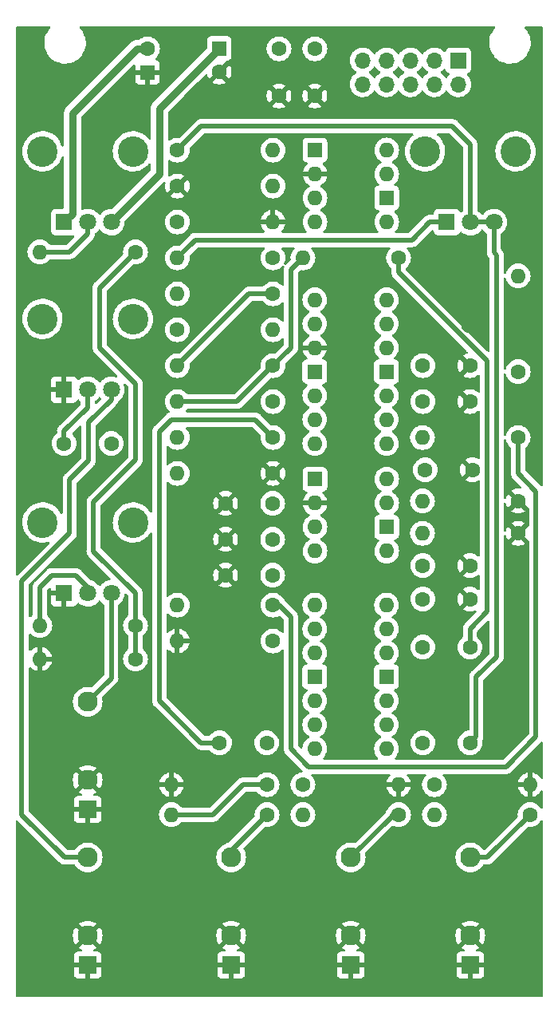
<source format=gbr>
G04 #@! TF.GenerationSoftware,KiCad,Pcbnew,(6.0.5-0)*
G04 #@! TF.CreationDate,2022-05-18T15:07:28+02:00*
G04 #@! TF.ProjectId,VCF,5643462e-6b69-4636-9164-5f7063625858,rev?*
G04 #@! TF.SameCoordinates,Original*
G04 #@! TF.FileFunction,Copper,L2,Bot*
G04 #@! TF.FilePolarity,Positive*
%FSLAX46Y46*%
G04 Gerber Fmt 4.6, Leading zero omitted, Abs format (unit mm)*
G04 Created by KiCad (PCBNEW (6.0.5-0)) date 2022-05-18 15:07:28*
%MOMM*%
%LPD*%
G01*
G04 APERTURE LIST*
G04 #@! TA.AperFunction,ComponentPad*
%ADD10R,1.700000X1.700000*%
G04 #@! TD*
G04 #@! TA.AperFunction,ComponentPad*
%ADD11O,1.700000X1.700000*%
G04 #@! TD*
G04 #@! TA.AperFunction,ComponentPad*
%ADD12C,3.240000*%
G04 #@! TD*
G04 #@! TA.AperFunction,ComponentPad*
%ADD13R,1.800000X1.800000*%
G04 #@! TD*
G04 #@! TA.AperFunction,ComponentPad*
%ADD14C,1.800000*%
G04 #@! TD*
G04 #@! TA.AperFunction,ComponentPad*
%ADD15R,1.930000X1.830000*%
G04 #@! TD*
G04 #@! TA.AperFunction,ComponentPad*
%ADD16C,2.130000*%
G04 #@! TD*
G04 #@! TA.AperFunction,ComponentPad*
%ADD17C,1.600000*%
G04 #@! TD*
G04 #@! TA.AperFunction,ComponentPad*
%ADD18O,1.600000X1.600000*%
G04 #@! TD*
G04 #@! TA.AperFunction,ComponentPad*
%ADD19R,1.600000X1.600000*%
G04 #@! TD*
G04 #@! TA.AperFunction,ViaPad*
%ADD20C,2.000000*%
G04 #@! TD*
G04 #@! TA.AperFunction,Conductor*
%ADD21C,0.500000*%
G04 #@! TD*
G04 #@! TA.AperFunction,Conductor*
%ADD22C,0.800000*%
G04 #@! TD*
G04 APERTURE END LIST*
D10*
G04 #@! TO.P,H1,1,1*
G04 #@! TO.N,+12V*
X96520000Y-54610000D03*
D11*
G04 #@! TO.P,H1,2,2*
X96520000Y-57150000D03*
G04 #@! TO.P,H1,3,3*
G04 #@! TO.N,Net-(H1-Pad3)*
X93980000Y-54610000D03*
G04 #@! TO.P,H1,4,4*
X93980000Y-57150000D03*
G04 #@! TO.P,H1,5,5*
X91440000Y-54610000D03*
G04 #@! TO.P,H1,6,6*
X91440000Y-57150000D03*
G04 #@! TO.P,H1,7,7*
X88900000Y-54610000D03*
G04 #@! TO.P,H1,8,8*
X88900000Y-57150000D03*
G04 #@! TO.P,H1,9,9*
G04 #@! TO.N,-12V*
X86360000Y-54610000D03*
G04 #@! TO.P,H1,10,10*
X86360000Y-57150000D03*
G04 #@! TD*
D12*
G04 #@! TO.P,RV4,*
G04 #@! TO.N,*
X102590000Y-64265000D03*
X92990000Y-64265000D03*
D13*
G04 #@! TO.P,RV4,1,1*
G04 #@! TO.N,Net-(R14-Pad2)*
X95290000Y-71765000D03*
D14*
G04 #@! TO.P,RV4,2,2*
G04 #@! TO.N,/BP*
X97790000Y-71765000D03*
G04 #@! TO.P,RV4,3,3*
X100290000Y-71765000D03*
G04 #@! TD*
D15*
G04 #@! TO.P,J2,S*
G04 #@! TO.N,GND*
X97790000Y-150560000D03*
D16*
G04 #@! TO.P,J2,T*
G04 #@! TO.N,/TP_OUT*
X97790000Y-139160000D03*
G04 #@! TO.P,J2,TN*
G04 #@! TO.N,GND*
X97790000Y-147460000D03*
G04 #@! TD*
D15*
G04 #@! TO.P,J4,S*
G04 #@! TO.N,GND*
X72390000Y-150560000D03*
D16*
G04 #@! TO.P,J4,T*
G04 #@! TO.N,/HP_OUT*
X72390000Y-139160000D03*
G04 #@! TO.P,J4,TN*
G04 #@! TO.N,GND*
X72390000Y-147460000D03*
G04 #@! TD*
D12*
G04 #@! TO.P,RV2,*
G04 #@! TO.N,*
X61950000Y-64265000D03*
X52350000Y-64265000D03*
D13*
G04 #@! TO.P,RV2,1,1*
G04 #@! TO.N,-12V*
X54650000Y-71765000D03*
D14*
G04 #@! TO.P,RV2,2,2*
G04 #@! TO.N,Net-(R23-Pad2)*
X57150000Y-71765000D03*
G04 #@! TO.P,RV2,3,3*
G04 #@! TO.N,+12V*
X59650000Y-71765000D03*
G04 #@! TD*
D15*
G04 #@! TO.P,J5,S*
G04 #@! TO.N,GND*
X57150000Y-150560000D03*
D16*
G04 #@! TO.P,J5,T*
G04 #@! TO.N,/AUDIO_IN_ATT*
X57150000Y-139160000D03*
G04 #@! TO.P,J5,TN*
G04 #@! TO.N,GND*
X57150000Y-147460000D03*
G04 #@! TD*
D12*
G04 #@! TO.P,RV1,*
G04 #@! TO.N,*
X61950000Y-103635000D03*
X52350000Y-103635000D03*
D13*
G04 #@! TO.P,RV1,1,1*
G04 #@! TO.N,GND*
X54650000Y-111135000D03*
D14*
G04 #@! TO.P,RV1,2,2*
G04 #@! TO.N,Net-(R22-Pad2)*
X57150000Y-111135000D03*
G04 #@! TO.P,RV1,3,3*
G04 #@! TO.N,/FREQ_CV_IN*
X59650000Y-111135000D03*
G04 #@! TD*
D12*
G04 #@! TO.P,RV3,*
G04 #@! TO.N,*
X61950000Y-82045000D03*
X52350000Y-82045000D03*
D13*
G04 #@! TO.P,RV3,1,1*
G04 #@! TO.N,GND*
X54650000Y-89545000D03*
D14*
G04 #@! TO.P,RV3,2,2*
G04 #@! TO.N,Net-(C14-Pad2)*
X57150000Y-89545000D03*
G04 #@! TO.P,RV3,3,3*
G04 #@! TO.N,/AUDIO_IN_ATT*
X59650000Y-89545000D03*
G04 #@! TD*
D15*
G04 #@! TO.P,J1,S*
G04 #@! TO.N,GND*
X57150000Y-134050000D03*
D16*
G04 #@! TO.P,J1,T*
G04 #@! TO.N,/FREQ_CV_IN*
X57150000Y-122650000D03*
G04 #@! TO.P,J1,TN*
G04 #@! TO.N,GND*
X57150000Y-130950000D03*
G04 #@! TD*
D15*
G04 #@! TO.P,J3,S*
G04 #@! TO.N,GND*
X85090000Y-150560000D03*
D16*
G04 #@! TO.P,J3,T*
G04 #@! TO.N,/BP_OUT*
X85090000Y-139160000D03*
G04 #@! TO.P,J3,TN*
G04 #@! TO.N,GND*
X85090000Y-147460000D03*
G04 #@! TD*
D17*
G04 #@! TO.P,C6,1*
G04 #@! TO.N,+12V*
X92750000Y-111760000D03*
G04 #@! TO.P,C6,2*
G04 #@! TO.N,GND*
X97750000Y-111760000D03*
G04 #@! TD*
D18*
G04 #@! TO.P,U1,1*
G04 #@! TO.N,/TP_OUT*
X88890000Y-112390000D03*
G04 #@! TO.P,U1,2,-*
G04 #@! TO.N,Net-(R2-Pad2)*
X88890000Y-114930000D03*
G04 #@! TO.P,U1,3,+*
G04 #@! TO.N,Net-(C1-Pad2)*
X88890000Y-117470000D03*
D19*
G04 #@! TO.P,U1,4,V+*
G04 #@! TO.N,+12V*
X88890000Y-120010000D03*
D18*
G04 #@! TO.P,U1,5,+*
G04 #@! TO.N,Net-(C3-Pad2)*
X88890000Y-122550000D03*
G04 #@! TO.P,U1,6,-*
G04 #@! TO.N,Net-(R10-Pad2)*
X88890000Y-125090000D03*
G04 #@! TO.P,U1,7*
G04 #@! TO.N,/BP_OUT*
X88890000Y-127630000D03*
G04 #@! TO.P,U1,8*
G04 #@! TO.N,/HP_OUT*
X81270000Y-127630000D03*
G04 #@! TO.P,U1,9,-*
G04 #@! TO.N,Net-(C2-Pad1)*
X81270000Y-125090000D03*
G04 #@! TO.P,U1,10,+*
G04 #@! TO.N,Net-(R4-Pad2)*
X81270000Y-122550000D03*
D19*
G04 #@! TO.P,U1,11,V-*
G04 #@! TO.N,-12V*
X81270000Y-120010000D03*
D18*
G04 #@! TO.P,U1,12,+*
G04 #@! TO.N,Net-(R22-Pad1)*
X81270000Y-117470000D03*
G04 #@! TO.P,U1,13,-*
G04 #@! TO.N,Net-(R27-Pad2)*
X81270000Y-114930000D03*
G04 #@! TO.P,U1,14*
G04 #@! TO.N,/BIAS*
X81270000Y-112390000D03*
G04 #@! TD*
D17*
G04 #@! TO.P,R24,1*
G04 #@! TO.N,/BIAS*
X102870000Y-87630000D03*
D18*
G04 #@! TO.P,R24,2*
G04 #@! TO.N,Net-(R24-Pad2)*
X102870000Y-77470000D03*
G04 #@! TD*
D17*
G04 #@! TO.P,R19,1*
G04 #@! TO.N,/BP*
X66675000Y-64135000D03*
D18*
G04 #@! TO.P,R19,2*
G04 #@! TO.N,Net-(R19-Pad2)*
X76835000Y-64135000D03*
G04 #@! TD*
D17*
G04 #@! TO.P,R22,1*
G04 #@! TO.N,Net-(R22-Pad1)*
X62230000Y-114554000D03*
D18*
G04 #@! TO.P,R22,2*
G04 #@! TO.N,Net-(R22-Pad2)*
X52070000Y-114554000D03*
G04 #@! TD*
D17*
G04 #@! TO.P,C15,1*
G04 #@! TO.N,Net-(C15-Pad1)*
X93004000Y-98044000D03*
G04 #@! TO.P,C15,2*
G04 #@! TO.N,GND*
X98004000Y-98044000D03*
G04 #@! TD*
G04 #@! TO.P,R6,1*
G04 #@! TO.N,Net-(R6-Pad1)*
X76835000Y-79375000D03*
D18*
G04 #@! TO.P,R6,2*
G04 #@! TO.N,Net-(R1-Pad2)*
X66675000Y-79375000D03*
G04 #@! TD*
D17*
G04 #@! TO.P,R9,1*
G04 #@! TO.N,/HP*
X76835000Y-90805000D03*
D18*
G04 #@! TO.P,R9,2*
G04 #@! TO.N,Net-(R20-Pad2)*
X66675000Y-90805000D03*
G04 #@! TD*
D17*
G04 #@! TO.P,R11,1*
G04 #@! TO.N,Net-(R10-Pad2)*
X80010000Y-131445000D03*
D18*
G04 #@! TO.P,R11,2*
G04 #@! TO.N,GND*
X90170000Y-131445000D03*
G04 #@! TD*
D17*
G04 #@! TO.P,R27,1*
G04 #@! TO.N,/BIAS*
X76835000Y-112395000D03*
D18*
G04 #@! TO.P,R27,2*
G04 #@! TO.N,Net-(R27-Pad2)*
X66675000Y-112395000D03*
G04 #@! TD*
D17*
G04 #@! TO.P,C1,1*
G04 #@! TO.N,/TP*
X97750000Y-116840000D03*
G04 #@! TO.P,C1,2*
G04 #@! TO.N,Net-(C1-Pad2)*
X92750000Y-116840000D03*
G04 #@! TD*
D19*
G04 #@! TO.P,C4,1*
G04 #@! TO.N,+12V*
X71120000Y-53340000D03*
D17*
G04 #@! TO.P,C4,2*
G04 #@! TO.N,GND*
X71120000Y-55840000D03*
G04 #@! TD*
G04 #@! TO.P,C9,1*
G04 #@! TO.N,GND*
X77470000Y-58380000D03*
G04 #@! TO.P,C9,2*
G04 #@! TO.N,-12V*
X77470000Y-53380000D03*
G04 #@! TD*
G04 #@! TO.P,R12,1*
G04 #@! TO.N,/HP*
X76835000Y-94615000D03*
D18*
G04 #@! TO.P,R12,2*
G04 #@! TO.N,Net-(R12-Pad2)*
X66675000Y-94615000D03*
G04 #@! TD*
D17*
G04 #@! TO.P,R21,1*
G04 #@! TO.N,GND*
X66675000Y-67945000D03*
D18*
G04 #@! TO.P,R21,2*
G04 #@! TO.N,Net-(R19-Pad2)*
X76835000Y-67945000D03*
G04 #@! TD*
D17*
G04 #@! TO.P,R10,1*
G04 #@! TO.N,/BP_OUT*
X90170000Y-134620000D03*
D18*
G04 #@! TO.P,R10,2*
G04 #@! TO.N,Net-(R10-Pad2)*
X80010000Y-134620000D03*
G04 #@! TD*
D17*
G04 #@! TO.P,R15,1*
G04 #@! TO.N,/BIAS*
X102870000Y-94615000D03*
D18*
G04 #@! TO.P,R15,2*
G04 #@! TO.N,Net-(R15-Pad2)*
X92710000Y-94615000D03*
G04 #@! TD*
D17*
G04 #@! TO.P,R23,1*
G04 #@! TO.N,Net-(R22-Pad1)*
X62230000Y-74930000D03*
D18*
G04 #@! TO.P,R23,2*
G04 #@! TO.N,Net-(R23-Pad2)*
X52070000Y-74930000D03*
G04 #@! TD*
D17*
G04 #@! TO.P,C11,1*
G04 #@! TO.N,GND*
X71795000Y-105410000D03*
G04 #@! TO.P,C11,2*
G04 #@! TO.N,-12V*
X76795000Y-105410000D03*
G04 #@! TD*
D18*
G04 #@! TO.P,U2,1*
G04 #@! TO.N,/TP*
X88890000Y-80005000D03*
G04 #@! TO.P,U2,2,-*
G04 #@! TO.N,Net-(C16-Pad1)*
X88890000Y-82545000D03*
G04 #@! TO.P,U2,3,+*
G04 #@! TO.N,/TP*
X88890000Y-85085000D03*
D19*
G04 #@! TO.P,U2,4,V+*
G04 #@! TO.N,+12V*
X88890000Y-87625000D03*
D18*
G04 #@! TO.P,U2,5,+*
G04 #@! TO.N,Net-(C15-Pad1)*
X88890000Y-90165000D03*
G04 #@! TO.P,U2,6,-*
G04 #@! TO.N,/BP*
X88890000Y-92705000D03*
G04 #@! TO.P,U2,7*
X88890000Y-95245000D03*
G04 #@! TO.P,U2,8*
G04 #@! TO.N,/HP*
X81270000Y-95245000D03*
G04 #@! TO.P,U2,9,-*
G04 #@! TO.N,Net-(R20-Pad2)*
X81270000Y-92705000D03*
G04 #@! TO.P,U2,10,+*
G04 #@! TO.N,Net-(R14-Pad1)*
X81270000Y-90165000D03*
D19*
G04 #@! TO.P,U2,11,V-*
G04 #@! TO.N,-12V*
X81270000Y-87625000D03*
D18*
G04 #@! TO.P,U2,12,+*
G04 #@! TO.N,GND*
X81270000Y-85085000D03*
G04 #@! TO.P,U2,13,-*
G04 #@! TO.N,Net-(R1-Pad2)*
X81270000Y-82545000D03*
G04 #@! TO.P,U2,14*
G04 #@! TO.N,Net-(R6-Pad1)*
X81270000Y-80005000D03*
G04 #@! TD*
D17*
G04 #@! TO.P,C13,1*
G04 #@! TO.N,GND*
X71795000Y-101600000D03*
G04 #@! TO.P,C13,2*
G04 #@! TO.N,-12V*
X76795000Y-101600000D03*
G04 #@! TD*
G04 #@! TO.P,R2,1*
G04 #@! TO.N,/TP_OUT*
X104140000Y-134620000D03*
D18*
G04 #@! TO.P,R2,2*
G04 #@! TO.N,Net-(R2-Pad2)*
X93980000Y-134620000D03*
G04 #@! TD*
D17*
G04 #@! TO.P,R28,1*
G04 #@! TO.N,Net-(R27-Pad2)*
X76835000Y-116205000D03*
D18*
G04 #@! TO.P,R28,2*
G04 #@! TO.N,GND*
X66675000Y-116205000D03*
G04 #@! TD*
G04 #@! TO.P,U4,1,NC*
G04 #@! TO.N,unconnected-(U4-Pad1)*
X81290000Y-71745000D03*
G04 #@! TO.P,U4,2,-*
G04 #@! TO.N,Net-(R19-Pad2)*
X81290000Y-69205000D03*
G04 #@! TO.P,U4,3,+*
G04 #@! TO.N,GND*
X81290000Y-66665000D03*
D19*
G04 #@! TO.P,U4,4,V-*
G04 #@! TO.N,-12V*
X81290000Y-64125000D03*
D18*
G04 #@! TO.P,U4,5,BIAS*
G04 #@! TO.N,Net-(R24-Pad2)*
X88910000Y-64125000D03*
G04 #@! TO.P,U4,6*
G04 #@! TO.N,Net-(C16-Pad1)*
X88910000Y-66665000D03*
D19*
G04 #@! TO.P,U4,7,V+*
G04 #@! TO.N,+12V*
X88910000Y-69205000D03*
D18*
G04 #@! TO.P,U4,8,NC*
G04 #@! TO.N,unconnected-(U4-Pad8)*
X88910000Y-71745000D03*
G04 #@! TD*
D17*
G04 #@! TO.P,R26,1*
G04 #@! TO.N,GND*
X102870000Y-104775000D03*
D18*
G04 #@! TO.P,R26,2*
G04 #@! TO.N,Net-(C16-Pad1)*
X92710000Y-104775000D03*
G04 #@! TD*
D17*
G04 #@! TO.P,C12,1*
G04 #@! TO.N,+12V*
X81280000Y-53380000D03*
G04 #@! TO.P,C12,2*
G04 #@! TO.N,GND*
X81280000Y-58380000D03*
G04 #@! TD*
G04 #@! TO.P,R14,1*
G04 #@! TO.N,Net-(R14-Pad1)*
X76835000Y-75565000D03*
D18*
G04 #@! TO.P,R14,2*
G04 #@! TO.N,Net-(R14-Pad2)*
X66675000Y-75565000D03*
G04 #@! TD*
D17*
G04 #@! TO.P,C16,1*
G04 #@! TO.N,Net-(C16-Pad1)*
X92750000Y-108204000D03*
G04 #@! TO.P,C16,2*
G04 #@! TO.N,GND*
X97750000Y-108204000D03*
G04 #@! TD*
G04 #@! TO.P,C3,1*
G04 #@! TO.N,/BP*
X97750000Y-127000000D03*
G04 #@! TO.P,C3,2*
G04 #@! TO.N,Net-(C3-Pad2)*
X92750000Y-127000000D03*
G04 #@! TD*
G04 #@! TO.P,R20,1*
G04 #@! TO.N,/TP*
X90170000Y-75565000D03*
D18*
G04 #@! TO.P,R20,2*
G04 #@! TO.N,Net-(R20-Pad2)*
X80010000Y-75565000D03*
G04 #@! TD*
D17*
G04 #@! TO.P,C8,1*
G04 #@! TO.N,+12V*
X92750000Y-90805000D03*
G04 #@! TO.P,C8,2*
G04 #@! TO.N,GND*
X97750000Y-90805000D03*
G04 #@! TD*
G04 #@! TO.P,C7,1*
G04 #@! TO.N,GND*
X71795000Y-109220000D03*
G04 #@! TO.P,C7,2*
G04 #@! TO.N,-12V*
X76795000Y-109220000D03*
G04 #@! TD*
G04 #@! TO.P,C2,1*
G04 #@! TO.N,Net-(C2-Pad1)*
X76160000Y-127000000D03*
G04 #@! TO.P,C2,2*
G04 #@! TO.N,/HP*
X71160000Y-127000000D03*
G04 #@! TD*
G04 #@! TO.P,C14,1*
G04 #@! TO.N,Net-(C14-Pad1)*
X59650000Y-95250000D03*
G04 #@! TO.P,C14,2*
G04 #@! TO.N,Net-(C14-Pad2)*
X54650000Y-95250000D03*
G04 #@! TD*
G04 #@! TO.P,R4,1*
G04 #@! TO.N,/HP_OUT*
X76200000Y-134620000D03*
D18*
G04 #@! TO.P,R4,2*
G04 #@! TO.N,Net-(R4-Pad2)*
X66040000Y-134620000D03*
G04 #@! TD*
D17*
G04 #@! TO.P,R7,1*
G04 #@! TO.N,Net-(R20-Pad2)*
X76835000Y-86995000D03*
D18*
G04 #@! TO.P,R7,2*
G04 #@! TO.N,Net-(R6-Pad1)*
X66675000Y-86995000D03*
G04 #@! TD*
D17*
G04 #@! TO.P,R3,1*
G04 #@! TO.N,Net-(R2-Pad2)*
X93980000Y-131445000D03*
D18*
G04 #@! TO.P,R3,2*
G04 #@! TO.N,GND*
X104140000Y-131445000D03*
G04 #@! TD*
D17*
G04 #@! TO.P,R25,1*
G04 #@! TO.N,Net-(R22-Pad1)*
X62230000Y-118110000D03*
D18*
G04 #@! TO.P,R25,2*
G04 #@! TO.N,GND*
X52070000Y-118110000D03*
G04 #@! TD*
G04 #@! TO.P,U3,1,NC*
G04 #@! TO.N,unconnected-(U3-Pad1)*
X81290000Y-106670000D03*
G04 #@! TO.P,U3,2,-*
G04 #@! TO.N,Net-(R12-Pad2)*
X81290000Y-104130000D03*
G04 #@! TO.P,U3,3,+*
G04 #@! TO.N,GND*
X81290000Y-101590000D03*
D19*
G04 #@! TO.P,U3,4,V-*
G04 #@! TO.N,-12V*
X81290000Y-99050000D03*
D18*
G04 #@! TO.P,U3,5,BIAS*
G04 #@! TO.N,Net-(R15-Pad2)*
X88910000Y-99050000D03*
G04 #@! TO.P,U3,6*
G04 #@! TO.N,Net-(C15-Pad1)*
X88910000Y-101590000D03*
D19*
G04 #@! TO.P,U3,7,V+*
G04 #@! TO.N,+12V*
X88910000Y-104130000D03*
D18*
G04 #@! TO.P,U3,8,NC*
G04 #@! TO.N,unconnected-(U3-Pad8)*
X88910000Y-106670000D03*
G04 #@! TD*
D17*
G04 #@! TO.P,R5,1*
G04 #@! TO.N,Net-(R4-Pad2)*
X76200000Y-131445000D03*
D18*
G04 #@! TO.P,R5,2*
G04 #@! TO.N,GND*
X66040000Y-131445000D03*
G04 #@! TD*
D17*
G04 #@! TO.P,R13,1*
G04 #@! TO.N,GND*
X76835000Y-98425000D03*
D18*
G04 #@! TO.P,R13,2*
G04 #@! TO.N,Net-(R12-Pad2)*
X66675000Y-98425000D03*
G04 #@! TD*
D17*
G04 #@! TO.P,R8,1*
G04 #@! TO.N,Net-(R14-Pad1)*
X66675000Y-71755000D03*
D18*
G04 #@! TO.P,R8,2*
G04 #@! TO.N,GND*
X76835000Y-71755000D03*
G04 #@! TD*
D17*
G04 #@! TO.P,C10,1*
G04 #@! TO.N,+12V*
X92750000Y-86995000D03*
G04 #@! TO.P,C10,2*
G04 #@! TO.N,GND*
X97750000Y-86995000D03*
G04 #@! TD*
G04 #@! TO.P,R1,1*
G04 #@! TO.N,Net-(C14-Pad1)*
X66675000Y-83185000D03*
D18*
G04 #@! TO.P,R1,2*
G04 #@! TO.N,Net-(R1-Pad2)*
X76835000Y-83185000D03*
G04 #@! TD*
D19*
G04 #@! TO.P,C5,1*
G04 #@! TO.N,GND*
X63500000Y-55880000D03*
D17*
G04 #@! TO.P,C5,2*
G04 #@! TO.N,-12V*
X63500000Y-53380000D03*
G04 #@! TD*
G04 #@! TO.P,R16,1*
G04 #@! TO.N,GND*
X102870000Y-101346000D03*
D18*
G04 #@! TO.P,R16,2*
G04 #@! TO.N,Net-(C15-Pad1)*
X92710000Y-101346000D03*
G04 #@! TD*
D20*
G04 #@! TO.N,GND*
X73660000Y-122555000D03*
X102870000Y-119380000D03*
X97790000Y-82550000D03*
X66675000Y-103505000D03*
X69850000Y-120015000D03*
X69850000Y-122555000D03*
X97790000Y-80010000D03*
X102870000Y-122555000D03*
X69215000Y-106045000D03*
X66675000Y-106045000D03*
X73660000Y-120015000D03*
X102870000Y-113030000D03*
X97790000Y-77470000D03*
X69215000Y-103505000D03*
X102870000Y-116205000D03*
G04 #@! TD*
D21*
G04 #@! TO.N,/TP*
X97750000Y-116840000D02*
X97750000Y-114895000D01*
X90170000Y-77121341D02*
X90170000Y-75565000D01*
X99568000Y-113077000D02*
X99568000Y-86519341D01*
X97750000Y-114895000D02*
X99568000Y-113077000D01*
X99568000Y-86519341D02*
X90170000Y-77121341D01*
G04 #@! TO.N,/HP*
X71160000Y-127000000D02*
X69215000Y-127000000D01*
X64770000Y-93980000D02*
X66040000Y-92710000D01*
X66040000Y-92710000D02*
X74930000Y-92710000D01*
X64770000Y-122555000D02*
X64770000Y-93980000D01*
X69215000Y-127000000D02*
X64770000Y-122555000D01*
X74930000Y-92710000D02*
X76835000Y-94615000D01*
D22*
G04 #@! TO.N,+12V*
X71120000Y-53340000D02*
X64770000Y-59690000D01*
X64770000Y-66645000D02*
X59650000Y-71765000D01*
X64770000Y-59690000D02*
X64770000Y-66645000D01*
G04 #@! TO.N,-12V*
X63500000Y-53380000D02*
X62368630Y-53380000D01*
X55550489Y-60198141D02*
X55550489Y-70864511D01*
X55550489Y-70864511D02*
X54650000Y-71765000D01*
X62368630Y-53380000D02*
X55550489Y-60198141D01*
D21*
G04 #@! TO.N,/BP*
X100584000Y-75264000D02*
X100584000Y-117856000D01*
X100584000Y-117856000D02*
X98425000Y-120015000D01*
X97790000Y-71765000D02*
X100290000Y-71765000D01*
X69215000Y-61595000D02*
X95885000Y-61595000D01*
X97790000Y-63500000D02*
X97790000Y-71765000D01*
X98425000Y-126325000D02*
X97750000Y-127000000D01*
X66675000Y-64135000D02*
X69215000Y-61595000D01*
X100290000Y-74970000D02*
X100584000Y-75264000D01*
X98425000Y-120015000D02*
X98425000Y-126325000D01*
X100290000Y-71765000D02*
X100290000Y-74970000D01*
X95885000Y-61595000D02*
X97790000Y-63500000D01*
G04 #@! TO.N,Net-(C14-Pad2)*
X54650000Y-93940000D02*
X57150000Y-91440000D01*
X54650000Y-94615000D02*
X54650000Y-93940000D01*
X57150000Y-91440000D02*
X57150000Y-89545000D01*
G04 #@! TO.N,/TP_OUT*
X99600000Y-139160000D02*
X97790000Y-139160000D01*
X104140000Y-134620000D02*
X99600000Y-139160000D01*
G04 #@! TO.N,/HP_OUT*
X72390000Y-138430000D02*
X72390000Y-139160000D01*
X76200000Y-134620000D02*
X72390000Y-138430000D01*
G04 #@! TO.N,Net-(R4-Pad2)*
X70485000Y-134620000D02*
X73660000Y-131445000D01*
X73660000Y-131445000D02*
X76200000Y-131445000D01*
X66040000Y-134620000D02*
X70485000Y-134620000D01*
G04 #@! TO.N,Net-(R6-Pad1)*
X66675000Y-86995000D02*
X74295000Y-79375000D01*
X74295000Y-79375000D02*
X76835000Y-79375000D01*
G04 #@! TO.N,Net-(R20-Pad2)*
X73025000Y-90805000D02*
X76835000Y-86995000D01*
X78740000Y-85090000D02*
X78740000Y-76835000D01*
X66675000Y-90805000D02*
X73025000Y-90805000D01*
X76835000Y-86995000D02*
X78740000Y-85090000D01*
X78740000Y-76835000D02*
X80010000Y-75565000D01*
G04 #@! TO.N,Net-(R14-Pad2)*
X93485000Y-71765000D02*
X95290000Y-71765000D01*
X66675000Y-75565000D02*
X68580000Y-73660000D01*
X68580000Y-73660000D02*
X91590000Y-73660000D01*
X91590000Y-73660000D02*
X93485000Y-71765000D01*
G04 #@! TO.N,/BP_OUT*
X90170000Y-134620000D02*
X89535000Y-134620000D01*
X89630000Y-134620000D02*
X90170000Y-134620000D01*
X85090000Y-139160000D02*
X89630000Y-134620000D01*
G04 #@! TO.N,/BIAS*
X80645000Y-129540000D02*
X78740000Y-127635000D01*
X77470000Y-112395000D02*
X76835000Y-112395000D01*
X104775000Y-100330000D02*
X104775000Y-126365000D01*
X104775000Y-126365000D02*
X101600000Y-129540000D01*
X102870000Y-94615000D02*
X102870000Y-98425000D01*
X78740000Y-127635000D02*
X78740000Y-113665000D01*
X101600000Y-129540000D02*
X80645000Y-129540000D01*
X78740000Y-113665000D02*
X77470000Y-112395000D01*
X102870000Y-98425000D02*
X104775000Y-100330000D01*
G04 #@! TO.N,Net-(R22-Pad1)*
X58420000Y-78740000D02*
X58420000Y-85090000D01*
X62230000Y-111125000D02*
X62230000Y-114554000D01*
X62230000Y-97020000D02*
X57785000Y-101465000D01*
X62230000Y-114554000D02*
X62230000Y-118110000D01*
X57785000Y-106680000D02*
X62230000Y-111125000D01*
X58420000Y-85090000D02*
X62230000Y-88900000D01*
X62230000Y-74930000D02*
X58420000Y-78740000D01*
X62230000Y-88900000D02*
X62230000Y-97020000D01*
X57785000Y-101465000D02*
X57785000Y-106680000D01*
G04 #@! TO.N,Net-(R22-Pad2)*
X55880000Y-109220000D02*
X57150000Y-110490000D01*
X52070000Y-114554000D02*
X52070000Y-110490000D01*
X57150000Y-110490000D02*
X57150000Y-111135000D01*
X53340000Y-109220000D02*
X55880000Y-109220000D01*
X52070000Y-110490000D02*
X53340000Y-109220000D01*
G04 #@! TO.N,Net-(R23-Pad2)*
X52070000Y-74930000D02*
X55245000Y-74930000D01*
X57150000Y-73025000D02*
X57150000Y-71765000D01*
X55245000Y-74930000D02*
X57150000Y-73025000D01*
G04 #@! TO.N,/FREQ_CV_IN*
X57150000Y-122650000D02*
X59650000Y-120150000D01*
X59650000Y-120150000D02*
X59650000Y-111135000D01*
G04 #@! TO.N,/AUDIO_IN_ATT*
X50165000Y-109855000D02*
X55245000Y-104775000D01*
X55245000Y-104775000D02*
X55245000Y-99060000D01*
X50165000Y-134620000D02*
X50165000Y-109855000D01*
X54705000Y-139160000D02*
X50165000Y-134620000D01*
X55245000Y-99060000D02*
X57250000Y-97055000D01*
X57150000Y-139160000D02*
X54705000Y-139160000D01*
X57250000Y-97055000D02*
X57250000Y-93000000D01*
X59650000Y-90600000D02*
X59650000Y-89545000D01*
X57250000Y-93000000D02*
X59650000Y-90600000D01*
G04 #@! TD*
G04 #@! TA.AperFunction,Conductor*
G04 #@! TO.N,GND*
G36*
X53145406Y-51020502D02*
G01*
X53191899Y-51074158D01*
X53202003Y-51144432D01*
X53172953Y-51208498D01*
X52984047Y-51428898D01*
X52981773Y-51432400D01*
X52981772Y-51432401D01*
X52878793Y-51590976D01*
X52824836Y-51674062D01*
X52699448Y-51938129D01*
X52610086Y-52216459D01*
X52609347Y-52220568D01*
X52560532Y-52491866D01*
X52558319Y-52504164D01*
X52551907Y-52645381D01*
X52546063Y-52774087D01*
X52545059Y-52796187D01*
X52570536Y-53087399D01*
X52608727Y-53258255D01*
X52619452Y-53306233D01*
X52634305Y-53372683D01*
X52635749Y-53376608D01*
X52635750Y-53376611D01*
X52664267Y-53454118D01*
X52735244Y-53647027D01*
X52737188Y-53650715D01*
X52737192Y-53650723D01*
X52833942Y-53834225D01*
X52871580Y-53905612D01*
X53040918Y-54143893D01*
X53085341Y-54191531D01*
X53232732Y-54349588D01*
X53240283Y-54357686D01*
X53466171Y-54543233D01*
X53714616Y-54697275D01*
X53981250Y-54817105D01*
X54064577Y-54841946D01*
X54257394Y-54899428D01*
X54257402Y-54899430D01*
X54261391Y-54900619D01*
X54265508Y-54901271D01*
X54265512Y-54901272D01*
X54546649Y-54945799D01*
X54546654Y-54945799D01*
X54550117Y-54946348D01*
X54599069Y-54948571D01*
X54640128Y-54950436D01*
X54640147Y-54950436D01*
X54641547Y-54950500D01*
X54824151Y-54950500D01*
X54826243Y-54950361D01*
X54826245Y-54950361D01*
X55037511Y-54936329D01*
X55041682Y-54936052D01*
X55045776Y-54935227D01*
X55045780Y-54935226D01*
X55183095Y-54907538D01*
X55328239Y-54878272D01*
X55604637Y-54783100D01*
X55608370Y-54781231D01*
X55608374Y-54781229D01*
X55862276Y-54654084D01*
X55862278Y-54654083D01*
X55866020Y-54652209D01*
X56023135Y-54545434D01*
X56104336Y-54490250D01*
X56104339Y-54490248D01*
X56107795Y-54487899D01*
X56325716Y-54293055D01*
X56515953Y-54071102D01*
X56586290Y-53962792D01*
X56672892Y-53829437D01*
X56672894Y-53829434D01*
X56675164Y-53825938D01*
X56800552Y-53561871D01*
X56889914Y-53283541D01*
X56941681Y-52995836D01*
X56950936Y-52792017D01*
X56954752Y-52707983D01*
X56954752Y-52707978D01*
X56954941Y-52703813D01*
X56953822Y-52691015D01*
X56944080Y-52579664D01*
X56929464Y-52412601D01*
X56876742Y-52176739D01*
X56866609Y-52131405D01*
X56866608Y-52131402D01*
X56865695Y-52127317D01*
X56853721Y-52094771D01*
X56766198Y-51856893D01*
X56764756Y-51852973D01*
X56762812Y-51849285D01*
X56762808Y-51849277D01*
X56630373Y-51598092D01*
X56630372Y-51598091D01*
X56628420Y-51594388D01*
X56459082Y-51356107D01*
X56325103Y-51212432D01*
X56293274Y-51148970D01*
X56300807Y-51078374D01*
X56345311Y-51023058D01*
X56417254Y-51000500D01*
X100327285Y-51000500D01*
X100395406Y-51020502D01*
X100441899Y-51074158D01*
X100452003Y-51144432D01*
X100422953Y-51208498D01*
X100234047Y-51428898D01*
X100231773Y-51432400D01*
X100231772Y-51432401D01*
X100128793Y-51590976D01*
X100074836Y-51674062D01*
X99949448Y-51938129D01*
X99860086Y-52216459D01*
X99859347Y-52220568D01*
X99810532Y-52491866D01*
X99808319Y-52504164D01*
X99801907Y-52645381D01*
X99796063Y-52774087D01*
X99795059Y-52796187D01*
X99820536Y-53087399D01*
X99858727Y-53258255D01*
X99869452Y-53306233D01*
X99884305Y-53372683D01*
X99885749Y-53376608D01*
X99885750Y-53376611D01*
X99914267Y-53454118D01*
X99985244Y-53647027D01*
X99987188Y-53650715D01*
X99987192Y-53650723D01*
X100083942Y-53834225D01*
X100121580Y-53905612D01*
X100290918Y-54143893D01*
X100335341Y-54191531D01*
X100482732Y-54349588D01*
X100490283Y-54357686D01*
X100716171Y-54543233D01*
X100964616Y-54697275D01*
X101231250Y-54817105D01*
X101314577Y-54841946D01*
X101507394Y-54899428D01*
X101507402Y-54899430D01*
X101511391Y-54900619D01*
X101515508Y-54901271D01*
X101515512Y-54901272D01*
X101796649Y-54945799D01*
X101796654Y-54945799D01*
X101800117Y-54946348D01*
X101849069Y-54948571D01*
X101890128Y-54950436D01*
X101890147Y-54950436D01*
X101891547Y-54950500D01*
X102074151Y-54950500D01*
X102076243Y-54950361D01*
X102076245Y-54950361D01*
X102287511Y-54936329D01*
X102291682Y-54936052D01*
X102295776Y-54935227D01*
X102295780Y-54935226D01*
X102433095Y-54907538D01*
X102578239Y-54878272D01*
X102854637Y-54783100D01*
X102858370Y-54781231D01*
X102858374Y-54781229D01*
X103112276Y-54654084D01*
X103112278Y-54654083D01*
X103116020Y-54652209D01*
X103273135Y-54545434D01*
X103354336Y-54490250D01*
X103354339Y-54490248D01*
X103357795Y-54487899D01*
X103575716Y-54293055D01*
X103765953Y-54071102D01*
X103836290Y-53962792D01*
X103922892Y-53829437D01*
X103922894Y-53829434D01*
X103925164Y-53825938D01*
X104050552Y-53561871D01*
X104139914Y-53283541D01*
X104191681Y-52995836D01*
X104200936Y-52792017D01*
X104204752Y-52707983D01*
X104204752Y-52707978D01*
X104204941Y-52703813D01*
X104203822Y-52691015D01*
X104194080Y-52579664D01*
X104179464Y-52412601D01*
X104126742Y-52176739D01*
X104116609Y-52131405D01*
X104116608Y-52131402D01*
X104115695Y-52127317D01*
X104103721Y-52094771D01*
X104016198Y-51856893D01*
X104014756Y-51852973D01*
X104012812Y-51849285D01*
X104012808Y-51849277D01*
X103880373Y-51598092D01*
X103880372Y-51598091D01*
X103878420Y-51594388D01*
X103709082Y-51356107D01*
X103575103Y-51212432D01*
X103543274Y-51148970D01*
X103550807Y-51078374D01*
X103595311Y-51023058D01*
X103667254Y-51000500D01*
X105373500Y-51000500D01*
X105441621Y-51020502D01*
X105488114Y-51074158D01*
X105499500Y-51126500D01*
X105499500Y-99677629D01*
X105479498Y-99745750D01*
X105425842Y-99792243D01*
X105355568Y-99802347D01*
X105290988Y-99772853D01*
X105284405Y-99766724D01*
X103665405Y-98147724D01*
X103631379Y-98085412D01*
X103628500Y-98058629D01*
X103628500Y-95746867D01*
X103648502Y-95678746D01*
X103682228Y-95643655D01*
X103714300Y-95621198D01*
X103876198Y-95459300D01*
X104007523Y-95271749D01*
X104009846Y-95266767D01*
X104009849Y-95266762D01*
X104101961Y-95069225D01*
X104101961Y-95069224D01*
X104104284Y-95064243D01*
X104115627Y-95021913D01*
X104162119Y-94848402D01*
X104162119Y-94848400D01*
X104163543Y-94843087D01*
X104183498Y-94615000D01*
X104163543Y-94386913D01*
X104159979Y-94373611D01*
X104105707Y-94171067D01*
X104105706Y-94171065D01*
X104104284Y-94165757D01*
X104081547Y-94116997D01*
X104009849Y-93963238D01*
X104009846Y-93963233D01*
X104007523Y-93958251D01*
X103907008Y-93814701D01*
X103879357Y-93775211D01*
X103879355Y-93775208D01*
X103876198Y-93770700D01*
X103714300Y-93608802D01*
X103709792Y-93605645D01*
X103709789Y-93605643D01*
X103582172Y-93516285D01*
X103526749Y-93477477D01*
X103521767Y-93475154D01*
X103521762Y-93475151D01*
X103324225Y-93383039D01*
X103324224Y-93383039D01*
X103319243Y-93380716D01*
X103313935Y-93379294D01*
X103313933Y-93379293D01*
X103103402Y-93322881D01*
X103103400Y-93322881D01*
X103098087Y-93321457D01*
X102870000Y-93301502D01*
X102641913Y-93321457D01*
X102636600Y-93322881D01*
X102636598Y-93322881D01*
X102426067Y-93379293D01*
X102426065Y-93379294D01*
X102420757Y-93380716D01*
X102415776Y-93383039D01*
X102415775Y-93383039D01*
X102218238Y-93475151D01*
X102218233Y-93475154D01*
X102213251Y-93477477D01*
X102157828Y-93516285D01*
X102030211Y-93605643D01*
X102030208Y-93605645D01*
X102025700Y-93608802D01*
X101863802Y-93770700D01*
X101860645Y-93775208D01*
X101860643Y-93775211D01*
X101832992Y-93814701D01*
X101732477Y-93958251D01*
X101730154Y-93963233D01*
X101730151Y-93963238D01*
X101658453Y-94116997D01*
X101635716Y-94165757D01*
X101634294Y-94171065D01*
X101634293Y-94171067D01*
X101590207Y-94335598D01*
X101553255Y-94396221D01*
X101489394Y-94427242D01*
X101418900Y-94418814D01*
X101364153Y-94373611D01*
X101342500Y-94302987D01*
X101342500Y-87942013D01*
X101362502Y-87873892D01*
X101416158Y-87827399D01*
X101486432Y-87817295D01*
X101551012Y-87846789D01*
X101590207Y-87909402D01*
X101618227Y-88013972D01*
X101635716Y-88079243D01*
X101638039Y-88084224D01*
X101638039Y-88084225D01*
X101730151Y-88281762D01*
X101730154Y-88281767D01*
X101732477Y-88286749D01*
X101776102Y-88349052D01*
X101854063Y-88460391D01*
X101863802Y-88474300D01*
X102025700Y-88636198D01*
X102030208Y-88639355D01*
X102030211Y-88639357D01*
X102098271Y-88687013D01*
X102213251Y-88767523D01*
X102218233Y-88769846D01*
X102218238Y-88769849D01*
X102394557Y-88852067D01*
X102420757Y-88864284D01*
X102426065Y-88865706D01*
X102426067Y-88865707D01*
X102636598Y-88922119D01*
X102636600Y-88922119D01*
X102641913Y-88923543D01*
X102870000Y-88943498D01*
X103098087Y-88923543D01*
X103103400Y-88922119D01*
X103103402Y-88922119D01*
X103313933Y-88865707D01*
X103313935Y-88865706D01*
X103319243Y-88864284D01*
X103345443Y-88852067D01*
X103521762Y-88769849D01*
X103521767Y-88769846D01*
X103526749Y-88767523D01*
X103641729Y-88687013D01*
X103709789Y-88639357D01*
X103709792Y-88639355D01*
X103714300Y-88636198D01*
X103876198Y-88474300D01*
X103885938Y-88460391D01*
X103963898Y-88349052D01*
X104007523Y-88286749D01*
X104009846Y-88281767D01*
X104009849Y-88281762D01*
X104101961Y-88084225D01*
X104101961Y-88084224D01*
X104104284Y-88079243D01*
X104121774Y-88013972D01*
X104162119Y-87863402D01*
X104162119Y-87863400D01*
X104163543Y-87858087D01*
X104183498Y-87630000D01*
X104163543Y-87401913D01*
X104117051Y-87228402D01*
X104105707Y-87186067D01*
X104105706Y-87186065D01*
X104104284Y-87180757D01*
X104017137Y-86993868D01*
X104009849Y-86978238D01*
X104009846Y-86978233D01*
X104007523Y-86973251D01*
X103934098Y-86868389D01*
X103879357Y-86790211D01*
X103879355Y-86790208D01*
X103876198Y-86785700D01*
X103714300Y-86623802D01*
X103709792Y-86620645D01*
X103709789Y-86620643D01*
X103631611Y-86565902D01*
X103526749Y-86492477D01*
X103521767Y-86490154D01*
X103521762Y-86490151D01*
X103324225Y-86398039D01*
X103324224Y-86398039D01*
X103319243Y-86395716D01*
X103313935Y-86394294D01*
X103313933Y-86394293D01*
X103103402Y-86337881D01*
X103103400Y-86337881D01*
X103098087Y-86336457D01*
X102870000Y-86316502D01*
X102641913Y-86336457D01*
X102636600Y-86337881D01*
X102636598Y-86337881D01*
X102426067Y-86394293D01*
X102426065Y-86394294D01*
X102420757Y-86395716D01*
X102415776Y-86398039D01*
X102415775Y-86398039D01*
X102218238Y-86490151D01*
X102218233Y-86490154D01*
X102213251Y-86492477D01*
X102108389Y-86565902D01*
X102030211Y-86620643D01*
X102030208Y-86620645D01*
X102025700Y-86623802D01*
X101863802Y-86785700D01*
X101860645Y-86790208D01*
X101860643Y-86790211D01*
X101805902Y-86868389D01*
X101732477Y-86973251D01*
X101730154Y-86978233D01*
X101730151Y-86978238D01*
X101722863Y-86993868D01*
X101635716Y-87180757D01*
X101634294Y-87186065D01*
X101634293Y-87186067D01*
X101590207Y-87350598D01*
X101553255Y-87411221D01*
X101489394Y-87442242D01*
X101418900Y-87433814D01*
X101364153Y-87388611D01*
X101342500Y-87317987D01*
X101342500Y-77782013D01*
X101362502Y-77713892D01*
X101416158Y-77667399D01*
X101486432Y-77657295D01*
X101551012Y-77686789D01*
X101590207Y-77749402D01*
X101635716Y-77919243D01*
X101638039Y-77924224D01*
X101638039Y-77924225D01*
X101730151Y-78121762D01*
X101730154Y-78121767D01*
X101732477Y-78126749D01*
X101863802Y-78314300D01*
X102025700Y-78476198D01*
X102030208Y-78479355D01*
X102030211Y-78479357D01*
X102033166Y-78481426D01*
X102213251Y-78607523D01*
X102218233Y-78609846D01*
X102218238Y-78609849D01*
X102415775Y-78701961D01*
X102420757Y-78704284D01*
X102426065Y-78705706D01*
X102426067Y-78705707D01*
X102636598Y-78762119D01*
X102636600Y-78762119D01*
X102641913Y-78763543D01*
X102870000Y-78783498D01*
X103098087Y-78763543D01*
X103103400Y-78762119D01*
X103103402Y-78762119D01*
X103313933Y-78705707D01*
X103313935Y-78705706D01*
X103319243Y-78704284D01*
X103324225Y-78701961D01*
X103521762Y-78609849D01*
X103521767Y-78609846D01*
X103526749Y-78607523D01*
X103706834Y-78481426D01*
X103709789Y-78479357D01*
X103709792Y-78479355D01*
X103714300Y-78476198D01*
X103876198Y-78314300D01*
X104007523Y-78126749D01*
X104009846Y-78121767D01*
X104009849Y-78121762D01*
X104101961Y-77924225D01*
X104101961Y-77924224D01*
X104104284Y-77919243D01*
X104163543Y-77698087D01*
X104183498Y-77470000D01*
X104163543Y-77241913D01*
X104151836Y-77198223D01*
X104105707Y-77026067D01*
X104105706Y-77026065D01*
X104104284Y-77020757D01*
X104101961Y-77015775D01*
X104009849Y-76818238D01*
X104009846Y-76818233D01*
X104007523Y-76813251D01*
X103907008Y-76669701D01*
X103879357Y-76630211D01*
X103879355Y-76630208D01*
X103876198Y-76625700D01*
X103714300Y-76463802D01*
X103709792Y-76460645D01*
X103709789Y-76460643D01*
X103557461Y-76353982D01*
X103526749Y-76332477D01*
X103521767Y-76330154D01*
X103521762Y-76330151D01*
X103324225Y-76238039D01*
X103324224Y-76238039D01*
X103319243Y-76235716D01*
X103313935Y-76234294D01*
X103313933Y-76234293D01*
X103103402Y-76177881D01*
X103103400Y-76177881D01*
X103098087Y-76176457D01*
X102870000Y-76156502D01*
X102641913Y-76176457D01*
X102636600Y-76177881D01*
X102636598Y-76177881D01*
X102426067Y-76234293D01*
X102426065Y-76234294D01*
X102420757Y-76235716D01*
X102415776Y-76238039D01*
X102415775Y-76238039D01*
X102218238Y-76330151D01*
X102218233Y-76330154D01*
X102213251Y-76332477D01*
X102182539Y-76353982D01*
X102030211Y-76460643D01*
X102030208Y-76460645D01*
X102025700Y-76463802D01*
X101863802Y-76625700D01*
X101860645Y-76630208D01*
X101860643Y-76630211D01*
X101832992Y-76669701D01*
X101732477Y-76813251D01*
X101730154Y-76818233D01*
X101730151Y-76818238D01*
X101638039Y-77015775D01*
X101635716Y-77020757D01*
X101634294Y-77026065D01*
X101634293Y-77026067D01*
X101590207Y-77190598D01*
X101553255Y-77251221D01*
X101489394Y-77282242D01*
X101418900Y-77273814D01*
X101364153Y-77228611D01*
X101342500Y-77157987D01*
X101342500Y-75331070D01*
X101343933Y-75312120D01*
X101346099Y-75297885D01*
X101346099Y-75297881D01*
X101347199Y-75290651D01*
X101342915Y-75237982D01*
X101342500Y-75227767D01*
X101342500Y-75219707D01*
X101339209Y-75191480D01*
X101338778Y-75187121D01*
X101336777Y-75162518D01*
X101332860Y-75114364D01*
X101330605Y-75107403D01*
X101329418Y-75101463D01*
X101328029Y-75095588D01*
X101327182Y-75088319D01*
X101302264Y-75019670D01*
X101300847Y-75015542D01*
X101280607Y-74953064D01*
X101280606Y-74953062D01*
X101278351Y-74946101D01*
X101274555Y-74939846D01*
X101272049Y-74934372D01*
X101269330Y-74928942D01*
X101266833Y-74922063D01*
X101260537Y-74912460D01*
X101226814Y-74861024D01*
X101224467Y-74857305D01*
X101186595Y-74794893D01*
X101179197Y-74786516D01*
X101179224Y-74786492D01*
X101176571Y-74783500D01*
X101173868Y-74780267D01*
X101169856Y-74774148D01*
X101113617Y-74720872D01*
X101111175Y-74718494D01*
X101085405Y-74692724D01*
X101051379Y-74630412D01*
X101048500Y-74603629D01*
X101048500Y-73019052D01*
X101068502Y-72950931D01*
X101101332Y-72916473D01*
X101198039Y-72847493D01*
X101198042Y-72847491D01*
X101202243Y-72844494D01*
X101366303Y-72681005D01*
X101501458Y-72492917D01*
X101541574Y-72411749D01*
X101601784Y-72289922D01*
X101601785Y-72289920D01*
X101604078Y-72285280D01*
X101671408Y-72063671D01*
X101701640Y-71834041D01*
X101703327Y-71765000D01*
X101692629Y-71634876D01*
X101684773Y-71539318D01*
X101684772Y-71539312D01*
X101684349Y-71534167D01*
X101627925Y-71309533D01*
X101619769Y-71290775D01*
X101537630Y-71101868D01*
X101537628Y-71101865D01*
X101535570Y-71097131D01*
X101409764Y-70902665D01*
X101389596Y-70880500D01*
X101282260Y-70762540D01*
X101253887Y-70731358D01*
X101249836Y-70728159D01*
X101249832Y-70728155D01*
X101076177Y-70591011D01*
X101076172Y-70591008D01*
X101072123Y-70587810D01*
X101067607Y-70585317D01*
X101067604Y-70585315D01*
X100873879Y-70478373D01*
X100873875Y-70478371D01*
X100869355Y-70475876D01*
X100864486Y-70474152D01*
X100864482Y-70474150D01*
X100655903Y-70400288D01*
X100655899Y-70400287D01*
X100651028Y-70398562D01*
X100645935Y-70397655D01*
X100645932Y-70397654D01*
X100428095Y-70358851D01*
X100428089Y-70358850D01*
X100423006Y-70357945D01*
X100350096Y-70357054D01*
X100196581Y-70355179D01*
X100196579Y-70355179D01*
X100191411Y-70355116D01*
X99962464Y-70390150D01*
X99742314Y-70462106D01*
X99737726Y-70464494D01*
X99737722Y-70464496D01*
X99575253Y-70549072D01*
X99536872Y-70569052D01*
X99532739Y-70572155D01*
X99532736Y-70572157D01*
X99355790Y-70705012D01*
X99351655Y-70708117D01*
X99191639Y-70875564D01*
X99188724Y-70879838D01*
X99188721Y-70879841D01*
X99144837Y-70944172D01*
X99089926Y-70989175D01*
X99019401Y-70997346D01*
X98955654Y-70966092D01*
X98934958Y-70941609D01*
X98909764Y-70902665D01*
X98889596Y-70880500D01*
X98782260Y-70762540D01*
X98753887Y-70731358D01*
X98749836Y-70728159D01*
X98749832Y-70728155D01*
X98596408Y-70606989D01*
X98555345Y-70549072D01*
X98548500Y-70508107D01*
X98548500Y-64242659D01*
X100456643Y-64242659D01*
X100473349Y-64532395D01*
X100474174Y-64536600D01*
X100474175Y-64536608D01*
X100485528Y-64594472D01*
X100529222Y-64817184D01*
X100530609Y-64821234D01*
X100530610Y-64821239D01*
X100606439Y-65042715D01*
X100623229Y-65091754D01*
X100652074Y-65149106D01*
X100724768Y-65293642D01*
X100753629Y-65351027D01*
X100807656Y-65429637D01*
X100914127Y-65584553D01*
X100918010Y-65590203D01*
X101113331Y-65804857D01*
X101116620Y-65807607D01*
X101332683Y-65988265D01*
X101332688Y-65988269D01*
X101335975Y-65991017D01*
X101371799Y-66013489D01*
X101578185Y-66142955D01*
X101578189Y-66142957D01*
X101581825Y-66145238D01*
X101585735Y-66147003D01*
X101585736Y-66147004D01*
X101842419Y-66262901D01*
X101842423Y-66262903D01*
X101846331Y-66264667D01*
X101913685Y-66284618D01*
X102120484Y-66345875D01*
X102120488Y-66345876D01*
X102124597Y-66347093D01*
X102128834Y-66347741D01*
X102128837Y-66347742D01*
X102369500Y-66384569D01*
X102411475Y-66390992D01*
X102559275Y-66393314D01*
X102697366Y-66395483D01*
X102697372Y-66395483D01*
X102701657Y-66395550D01*
X102989773Y-66360684D01*
X103270491Y-66287039D01*
X103538618Y-66175978D01*
X103789190Y-66029555D01*
X104017573Y-65850480D01*
X104041749Y-65825533D01*
X104206383Y-65655643D01*
X104219539Y-65642067D01*
X104391352Y-65408173D01*
X104466718Y-65269366D01*
X104527782Y-65156900D01*
X104527783Y-65156898D01*
X104529832Y-65153124D01*
X104597219Y-64974789D01*
X104630898Y-64885660D01*
X104630899Y-64885656D01*
X104632416Y-64881642D01*
X104697207Y-64598749D01*
X104698950Y-64579225D01*
X104722786Y-64312145D01*
X104723006Y-64309680D01*
X104723474Y-64265000D01*
X104714303Y-64130475D01*
X104704027Y-63979731D01*
X104704026Y-63979725D01*
X104703735Y-63975454D01*
X104644882Y-63691267D01*
X104548006Y-63417695D01*
X104414897Y-63159803D01*
X104248021Y-62922361D01*
X104226585Y-62899293D01*
X104053384Y-62712907D01*
X104053381Y-62712905D01*
X104050463Y-62709764D01*
X103825881Y-62525946D01*
X103578430Y-62374308D01*
X103560106Y-62366264D01*
X103316625Y-62259383D01*
X103312689Y-62257655D01*
X103033574Y-62178148D01*
X102746252Y-62137255D01*
X102593879Y-62136457D01*
X102460324Y-62135758D01*
X102460318Y-62135758D01*
X102456038Y-62135736D01*
X102451794Y-62136295D01*
X102451790Y-62136295D01*
X102325166Y-62152966D01*
X102168303Y-62173617D01*
X102164163Y-62174750D01*
X102164161Y-62174750D01*
X102147449Y-62179322D01*
X101888372Y-62250198D01*
X101621423Y-62364061D01*
X101617742Y-62366264D01*
X101376079Y-62510896D01*
X101376075Y-62510899D01*
X101372397Y-62513100D01*
X101145903Y-62694556D01*
X101142959Y-62697658D01*
X101142955Y-62697662D01*
X100949080Y-62901963D01*
X100946130Y-62905072D01*
X100776776Y-63140754D01*
X100774772Y-63144539D01*
X100679584Y-63324319D01*
X100640975Y-63397238D01*
X100639503Y-63401261D01*
X100639501Y-63401265D01*
X100582312Y-63557540D01*
X100541238Y-63669780D01*
X100479413Y-63953336D01*
X100456643Y-64242659D01*
X98548500Y-64242659D01*
X98548500Y-63567070D01*
X98549933Y-63548120D01*
X98552099Y-63533885D01*
X98552099Y-63533881D01*
X98553199Y-63526651D01*
X98548915Y-63473982D01*
X98548500Y-63463767D01*
X98548500Y-63455707D01*
X98545209Y-63427480D01*
X98544778Y-63423121D01*
X98538860Y-63350364D01*
X98536605Y-63343403D01*
X98535418Y-63337463D01*
X98534029Y-63331588D01*
X98533182Y-63324319D01*
X98508264Y-63255670D01*
X98506847Y-63251542D01*
X98486607Y-63189064D01*
X98486606Y-63189062D01*
X98484351Y-63182101D01*
X98480555Y-63175846D01*
X98478049Y-63170372D01*
X98475330Y-63164942D01*
X98472833Y-63158063D01*
X98459204Y-63137275D01*
X98432814Y-63097024D01*
X98430467Y-63093305D01*
X98421359Y-63078295D01*
X98392595Y-63030893D01*
X98385197Y-63022516D01*
X98385224Y-63022492D01*
X98382571Y-63019500D01*
X98379868Y-63016267D01*
X98375856Y-63010148D01*
X98319617Y-62956872D01*
X98317175Y-62954494D01*
X96468770Y-61106089D01*
X96456384Y-61091677D01*
X96447851Y-61080082D01*
X96447846Y-61080077D01*
X96443508Y-61074182D01*
X96437930Y-61069443D01*
X96437927Y-61069440D01*
X96403232Y-61039965D01*
X96395716Y-61033035D01*
X96390021Y-61027340D01*
X96383880Y-61022482D01*
X96367749Y-61009719D01*
X96364345Y-61006928D01*
X96314297Y-60964409D01*
X96314295Y-60964408D01*
X96308715Y-60959667D01*
X96302199Y-60956339D01*
X96297150Y-60952972D01*
X96292021Y-60949805D01*
X96286284Y-60945266D01*
X96220125Y-60914345D01*
X96216225Y-60912439D01*
X96151192Y-60879231D01*
X96144084Y-60877492D01*
X96138441Y-60875393D01*
X96132678Y-60873476D01*
X96126050Y-60870378D01*
X96054583Y-60855513D01*
X96050299Y-60854543D01*
X96015958Y-60846140D01*
X95979390Y-60837192D01*
X95973788Y-60836844D01*
X95973785Y-60836844D01*
X95968236Y-60836500D01*
X95968238Y-60836464D01*
X95964245Y-60836225D01*
X95960053Y-60835851D01*
X95952885Y-60834360D01*
X95889120Y-60836085D01*
X95875479Y-60836454D01*
X95872072Y-60836500D01*
X69282063Y-60836500D01*
X69263114Y-60835067D01*
X69262907Y-60835036D01*
X69241651Y-60831802D01*
X69234359Y-60832395D01*
X69234356Y-60832395D01*
X69188991Y-60836085D01*
X69178777Y-60836500D01*
X69170707Y-60836500D01*
X69167087Y-60836922D01*
X69167069Y-60836923D01*
X69142461Y-60839792D01*
X69138100Y-60840224D01*
X69112981Y-60842267D01*
X69072661Y-60845546D01*
X69072658Y-60845547D01*
X69065363Y-60846140D01*
X69058399Y-60848396D01*
X69052440Y-60849587D01*
X69046585Y-60850971D01*
X69039319Y-60851818D01*
X68970673Y-60876735D01*
X68966545Y-60878152D01*
X68904064Y-60898393D01*
X68904062Y-60898394D01*
X68897101Y-60900649D01*
X68890846Y-60904445D01*
X68885372Y-60906951D01*
X68879942Y-60909670D01*
X68873063Y-60912167D01*
X68812016Y-60952191D01*
X68808327Y-60954518D01*
X68799843Y-60959667D01*
X68750693Y-60989491D01*
X68750688Y-60989495D01*
X68745892Y-60992405D01*
X68737516Y-60999803D01*
X68737493Y-60999777D01*
X68734503Y-61002426D01*
X68731264Y-61005134D01*
X68725148Y-61009144D01*
X68720121Y-61014451D01*
X68720117Y-61014454D01*
X68671872Y-61065383D01*
X68669494Y-61067825D01*
X66937990Y-62799329D01*
X66875678Y-62833355D01*
X66837913Y-62835755D01*
X66680475Y-62821981D01*
X66675000Y-62821502D01*
X66446913Y-62841457D01*
X66441600Y-62842881D01*
X66441598Y-62842881D01*
X66231067Y-62899293D01*
X66231065Y-62899294D01*
X66225757Y-62900716D01*
X66220776Y-62903039D01*
X66220775Y-62903039D01*
X66023238Y-62995151D01*
X66023233Y-62995154D01*
X66018251Y-62997477D01*
X65876770Y-63096543D01*
X65809497Y-63119231D01*
X65740637Y-63101946D01*
X65692052Y-63050177D01*
X65678500Y-62993330D01*
X65678500Y-60118503D01*
X65698502Y-60050382D01*
X65715405Y-60029408D01*
X66278751Y-59466062D01*
X76748493Y-59466062D01*
X76757789Y-59478077D01*
X76808994Y-59513931D01*
X76818489Y-59519414D01*
X77015947Y-59611490D01*
X77026239Y-59615236D01*
X77236688Y-59671625D01*
X77247481Y-59673528D01*
X77464525Y-59692517D01*
X77475475Y-59692517D01*
X77692519Y-59673528D01*
X77703312Y-59671625D01*
X77913761Y-59615236D01*
X77924053Y-59611490D01*
X78121511Y-59519414D01*
X78131006Y-59513931D01*
X78183048Y-59477491D01*
X78191424Y-59467012D01*
X78190925Y-59466062D01*
X80558493Y-59466062D01*
X80567789Y-59478077D01*
X80618994Y-59513931D01*
X80628489Y-59519414D01*
X80825947Y-59611490D01*
X80836239Y-59615236D01*
X81046688Y-59671625D01*
X81057481Y-59673528D01*
X81274525Y-59692517D01*
X81285475Y-59692517D01*
X81502519Y-59673528D01*
X81513312Y-59671625D01*
X81723761Y-59615236D01*
X81734053Y-59611490D01*
X81931511Y-59519414D01*
X81941006Y-59513931D01*
X81993048Y-59477491D01*
X82001424Y-59467012D01*
X81994356Y-59453566D01*
X81292812Y-58752022D01*
X81278868Y-58744408D01*
X81277035Y-58744539D01*
X81270420Y-58748790D01*
X80564923Y-59454287D01*
X80558493Y-59466062D01*
X78190925Y-59466062D01*
X78184356Y-59453566D01*
X77482812Y-58752022D01*
X77468868Y-58744408D01*
X77467035Y-58744539D01*
X77460420Y-58748790D01*
X76754923Y-59454287D01*
X76748493Y-59466062D01*
X66278751Y-59466062D01*
X67359338Y-58385475D01*
X76157483Y-58385475D01*
X76176472Y-58602519D01*
X76178375Y-58613312D01*
X76234764Y-58823761D01*
X76238510Y-58834053D01*
X76330586Y-59031511D01*
X76336069Y-59041006D01*
X76372509Y-59093048D01*
X76382988Y-59101424D01*
X76396434Y-59094356D01*
X77097978Y-58392812D01*
X77104356Y-58381132D01*
X77834408Y-58381132D01*
X77834539Y-58382965D01*
X77838790Y-58389580D01*
X78544287Y-59095077D01*
X78556062Y-59101507D01*
X78568077Y-59092211D01*
X78603931Y-59041006D01*
X78609414Y-59031511D01*
X78701490Y-58834053D01*
X78705236Y-58823761D01*
X78761625Y-58613312D01*
X78763528Y-58602519D01*
X78782517Y-58385475D01*
X79967483Y-58385475D01*
X79986472Y-58602519D01*
X79988375Y-58613312D01*
X80044764Y-58823761D01*
X80048510Y-58834053D01*
X80140586Y-59031511D01*
X80146069Y-59041006D01*
X80182509Y-59093048D01*
X80192988Y-59101424D01*
X80206434Y-59094356D01*
X80907978Y-58392812D01*
X80914356Y-58381132D01*
X81644408Y-58381132D01*
X81644539Y-58382965D01*
X81648790Y-58389580D01*
X82354287Y-59095077D01*
X82366062Y-59101507D01*
X82378077Y-59092211D01*
X82413931Y-59041006D01*
X82419414Y-59031511D01*
X82511490Y-58834053D01*
X82515236Y-58823761D01*
X82571625Y-58613312D01*
X82573528Y-58602519D01*
X82592517Y-58385475D01*
X82592517Y-58374525D01*
X82573528Y-58157481D01*
X82571625Y-58146688D01*
X82515236Y-57936239D01*
X82511490Y-57925947D01*
X82419414Y-57728489D01*
X82413931Y-57718994D01*
X82377491Y-57666952D01*
X82367012Y-57658576D01*
X82353566Y-57665644D01*
X81652022Y-58367188D01*
X81644408Y-58381132D01*
X80914356Y-58381132D01*
X80915592Y-58378868D01*
X80915461Y-58377035D01*
X80911210Y-58370420D01*
X80205713Y-57664923D01*
X80193938Y-57658493D01*
X80181923Y-57667789D01*
X80146069Y-57718994D01*
X80140586Y-57728489D01*
X80048510Y-57925947D01*
X80044764Y-57936239D01*
X79988375Y-58146688D01*
X79986472Y-58157481D01*
X79967483Y-58374525D01*
X79967483Y-58385475D01*
X78782517Y-58385475D01*
X78782517Y-58374525D01*
X78763528Y-58157481D01*
X78761625Y-58146688D01*
X78705236Y-57936239D01*
X78701490Y-57925947D01*
X78609414Y-57728489D01*
X78603931Y-57718994D01*
X78567491Y-57666952D01*
X78557012Y-57658576D01*
X78543566Y-57665644D01*
X77842022Y-58367188D01*
X77834408Y-58381132D01*
X77104356Y-58381132D01*
X77105592Y-58378868D01*
X77105461Y-58377035D01*
X77101210Y-58370420D01*
X76395713Y-57664923D01*
X76383938Y-57658493D01*
X76371923Y-57667789D01*
X76336069Y-57718994D01*
X76330586Y-57728489D01*
X76238510Y-57925947D01*
X76234764Y-57936239D01*
X76178375Y-58146688D01*
X76176472Y-58157481D01*
X76157483Y-58374525D01*
X76157483Y-58385475D01*
X67359338Y-58385475D01*
X68451825Y-57292988D01*
X76748576Y-57292988D01*
X76755644Y-57306434D01*
X77457188Y-58007978D01*
X77471132Y-58015592D01*
X77472965Y-58015461D01*
X77479580Y-58011210D01*
X78185077Y-57305713D01*
X78191507Y-57293938D01*
X78190772Y-57292988D01*
X80558576Y-57292988D01*
X80565644Y-57306434D01*
X81267188Y-58007978D01*
X81281132Y-58015592D01*
X81282965Y-58015461D01*
X81289580Y-58011210D01*
X81995077Y-57305713D01*
X82001507Y-57293938D01*
X81992211Y-57281923D01*
X81941006Y-57246069D01*
X81931511Y-57240586D01*
X81734053Y-57148510D01*
X81723761Y-57144764D01*
X81619005Y-57116695D01*
X84997251Y-57116695D01*
X84997548Y-57121848D01*
X84997548Y-57121851D01*
X85008149Y-57305713D01*
X85010110Y-57339715D01*
X85011247Y-57344761D01*
X85011248Y-57344767D01*
X85031119Y-57432939D01*
X85059222Y-57557639D01*
X85143266Y-57764616D01*
X85194019Y-57847438D01*
X85257291Y-57950688D01*
X85259987Y-57955088D01*
X85406250Y-58123938D01*
X85578126Y-58266632D01*
X85771000Y-58379338D01*
X85979692Y-58459030D01*
X85984760Y-58460061D01*
X85984763Y-58460062D01*
X86092017Y-58481883D01*
X86198597Y-58503567D01*
X86203772Y-58503757D01*
X86203774Y-58503757D01*
X86416673Y-58511564D01*
X86416677Y-58511564D01*
X86421837Y-58511753D01*
X86426957Y-58511097D01*
X86426959Y-58511097D01*
X86638288Y-58484025D01*
X86638289Y-58484025D01*
X86643416Y-58483368D01*
X86648366Y-58481883D01*
X86852429Y-58420661D01*
X86852434Y-58420659D01*
X86857384Y-58419174D01*
X87057994Y-58320896D01*
X87239860Y-58191173D01*
X87398096Y-58033489D01*
X87411051Y-58015461D01*
X87528453Y-57852077D01*
X87529776Y-57853028D01*
X87576645Y-57809857D01*
X87646580Y-57797625D01*
X87712026Y-57825144D01*
X87739875Y-57856994D01*
X87799987Y-57955088D01*
X87946250Y-58123938D01*
X88118126Y-58266632D01*
X88311000Y-58379338D01*
X88519692Y-58459030D01*
X88524760Y-58460061D01*
X88524763Y-58460062D01*
X88632017Y-58481883D01*
X88738597Y-58503567D01*
X88743772Y-58503757D01*
X88743774Y-58503757D01*
X88956673Y-58511564D01*
X88956677Y-58511564D01*
X88961837Y-58511753D01*
X88966957Y-58511097D01*
X88966959Y-58511097D01*
X89178288Y-58484025D01*
X89178289Y-58484025D01*
X89183416Y-58483368D01*
X89188366Y-58481883D01*
X89392429Y-58420661D01*
X89392434Y-58420659D01*
X89397384Y-58419174D01*
X89597994Y-58320896D01*
X89779860Y-58191173D01*
X89938096Y-58033489D01*
X89951051Y-58015461D01*
X90068453Y-57852077D01*
X90069776Y-57853028D01*
X90116645Y-57809857D01*
X90186580Y-57797625D01*
X90252026Y-57825144D01*
X90279875Y-57856994D01*
X90339987Y-57955088D01*
X90486250Y-58123938D01*
X90658126Y-58266632D01*
X90851000Y-58379338D01*
X91059692Y-58459030D01*
X91064760Y-58460061D01*
X91064763Y-58460062D01*
X91172017Y-58481883D01*
X91278597Y-58503567D01*
X91283772Y-58503757D01*
X91283774Y-58503757D01*
X91496673Y-58511564D01*
X91496677Y-58511564D01*
X91501837Y-58511753D01*
X91506957Y-58511097D01*
X91506959Y-58511097D01*
X91718288Y-58484025D01*
X91718289Y-58484025D01*
X91723416Y-58483368D01*
X91728366Y-58481883D01*
X91932429Y-58420661D01*
X91932434Y-58420659D01*
X91937384Y-58419174D01*
X92137994Y-58320896D01*
X92319860Y-58191173D01*
X92478096Y-58033489D01*
X92491051Y-58015461D01*
X92608453Y-57852077D01*
X92609776Y-57853028D01*
X92656645Y-57809857D01*
X92726580Y-57797625D01*
X92792026Y-57825144D01*
X92819875Y-57856994D01*
X92879987Y-57955088D01*
X93026250Y-58123938D01*
X93198126Y-58266632D01*
X93391000Y-58379338D01*
X93599692Y-58459030D01*
X93604760Y-58460061D01*
X93604763Y-58460062D01*
X93712017Y-58481883D01*
X93818597Y-58503567D01*
X93823772Y-58503757D01*
X93823774Y-58503757D01*
X94036673Y-58511564D01*
X94036677Y-58511564D01*
X94041837Y-58511753D01*
X94046957Y-58511097D01*
X94046959Y-58511097D01*
X94258288Y-58484025D01*
X94258289Y-58484025D01*
X94263416Y-58483368D01*
X94268366Y-58481883D01*
X94472429Y-58420661D01*
X94472434Y-58420659D01*
X94477384Y-58419174D01*
X94677994Y-58320896D01*
X94859860Y-58191173D01*
X95018096Y-58033489D01*
X95031051Y-58015461D01*
X95148453Y-57852077D01*
X95149776Y-57853028D01*
X95196645Y-57809857D01*
X95266580Y-57797625D01*
X95332026Y-57825144D01*
X95359875Y-57856994D01*
X95419987Y-57955088D01*
X95566250Y-58123938D01*
X95738126Y-58266632D01*
X95931000Y-58379338D01*
X96139692Y-58459030D01*
X96144760Y-58460061D01*
X96144763Y-58460062D01*
X96252017Y-58481883D01*
X96358597Y-58503567D01*
X96363772Y-58503757D01*
X96363774Y-58503757D01*
X96576673Y-58511564D01*
X96576677Y-58511564D01*
X96581837Y-58511753D01*
X96586957Y-58511097D01*
X96586959Y-58511097D01*
X96798288Y-58484025D01*
X96798289Y-58484025D01*
X96803416Y-58483368D01*
X96808366Y-58481883D01*
X97012429Y-58420661D01*
X97012434Y-58420659D01*
X97017384Y-58419174D01*
X97217994Y-58320896D01*
X97399860Y-58191173D01*
X97558096Y-58033489D01*
X97571051Y-58015461D01*
X97685435Y-57856277D01*
X97688453Y-57852077D01*
X97709320Y-57809857D01*
X97785136Y-57656453D01*
X97785137Y-57656451D01*
X97787430Y-57651811D01*
X97852370Y-57438069D01*
X97881529Y-57216590D01*
X97882237Y-57187629D01*
X97883074Y-57153365D01*
X97883074Y-57153361D01*
X97883156Y-57150000D01*
X97864852Y-56927361D01*
X97810431Y-56710702D01*
X97721354Y-56505840D01*
X97600014Y-56318277D01*
X97596532Y-56314450D01*
X97452798Y-56156488D01*
X97421746Y-56092642D01*
X97430141Y-56022143D01*
X97475317Y-55967375D01*
X97501761Y-55953706D01*
X97608297Y-55913767D01*
X97616705Y-55910615D01*
X97733261Y-55823261D01*
X97820615Y-55706705D01*
X97871745Y-55570316D01*
X97878500Y-55508134D01*
X97878500Y-53711866D01*
X97871745Y-53649684D01*
X97820615Y-53513295D01*
X97733261Y-53396739D01*
X97616705Y-53309385D01*
X97480316Y-53258255D01*
X97418134Y-53251500D01*
X95621866Y-53251500D01*
X95559684Y-53258255D01*
X95423295Y-53309385D01*
X95306739Y-53396739D01*
X95219385Y-53513295D01*
X95216233Y-53521703D01*
X95174919Y-53631907D01*
X95132277Y-53688671D01*
X95065716Y-53713371D01*
X94996367Y-53698163D01*
X94963743Y-53672476D01*
X94913151Y-53616875D01*
X94913142Y-53616866D01*
X94909670Y-53613051D01*
X94905619Y-53609852D01*
X94905615Y-53609848D01*
X94738414Y-53477800D01*
X94738410Y-53477798D01*
X94734359Y-53474598D01*
X94538789Y-53366638D01*
X94533920Y-53364914D01*
X94533916Y-53364912D01*
X94333087Y-53293795D01*
X94333083Y-53293794D01*
X94328212Y-53292069D01*
X94323119Y-53291162D01*
X94323116Y-53291161D01*
X94113373Y-53253800D01*
X94113367Y-53253799D01*
X94108284Y-53252894D01*
X94034452Y-53251992D01*
X93890081Y-53250228D01*
X93890079Y-53250228D01*
X93884911Y-53250165D01*
X93664091Y-53283955D01*
X93451756Y-53353357D01*
X93253607Y-53456507D01*
X93249474Y-53459610D01*
X93249471Y-53459612D01*
X93079100Y-53587530D01*
X93074965Y-53590635D01*
X93035525Y-53631907D01*
X92981280Y-53688671D01*
X92920629Y-53752138D01*
X92813201Y-53909621D01*
X92758293Y-53954621D01*
X92687768Y-53962792D01*
X92624021Y-53931538D01*
X92603324Y-53907054D01*
X92522822Y-53782617D01*
X92522820Y-53782614D01*
X92520014Y-53778277D01*
X92369670Y-53613051D01*
X92365619Y-53609852D01*
X92365615Y-53609848D01*
X92198414Y-53477800D01*
X92198410Y-53477798D01*
X92194359Y-53474598D01*
X91998789Y-53366638D01*
X91993920Y-53364914D01*
X91993916Y-53364912D01*
X91793087Y-53293795D01*
X91793083Y-53293794D01*
X91788212Y-53292069D01*
X91783119Y-53291162D01*
X91783116Y-53291161D01*
X91573373Y-53253800D01*
X91573367Y-53253799D01*
X91568284Y-53252894D01*
X91494452Y-53251992D01*
X91350081Y-53250228D01*
X91350079Y-53250228D01*
X91344911Y-53250165D01*
X91124091Y-53283955D01*
X90911756Y-53353357D01*
X90713607Y-53456507D01*
X90709474Y-53459610D01*
X90709471Y-53459612D01*
X90539100Y-53587530D01*
X90534965Y-53590635D01*
X90495525Y-53631907D01*
X90441280Y-53688671D01*
X90380629Y-53752138D01*
X90273201Y-53909621D01*
X90218293Y-53954621D01*
X90147768Y-53962792D01*
X90084021Y-53931538D01*
X90063324Y-53907054D01*
X89982822Y-53782617D01*
X89982820Y-53782614D01*
X89980014Y-53778277D01*
X89829670Y-53613051D01*
X89825619Y-53609852D01*
X89825615Y-53609848D01*
X89658414Y-53477800D01*
X89658410Y-53477798D01*
X89654359Y-53474598D01*
X89458789Y-53366638D01*
X89453920Y-53364914D01*
X89453916Y-53364912D01*
X89253087Y-53293795D01*
X89253083Y-53293794D01*
X89248212Y-53292069D01*
X89243119Y-53291162D01*
X89243116Y-53291161D01*
X89033373Y-53253800D01*
X89033367Y-53253799D01*
X89028284Y-53252894D01*
X88954452Y-53251992D01*
X88810081Y-53250228D01*
X88810079Y-53250228D01*
X88804911Y-53250165D01*
X88584091Y-53283955D01*
X88371756Y-53353357D01*
X88173607Y-53456507D01*
X88169474Y-53459610D01*
X88169471Y-53459612D01*
X87999100Y-53587530D01*
X87994965Y-53590635D01*
X87955525Y-53631907D01*
X87901280Y-53688671D01*
X87840629Y-53752138D01*
X87733201Y-53909621D01*
X87678293Y-53954621D01*
X87607768Y-53962792D01*
X87544021Y-53931538D01*
X87523324Y-53907054D01*
X87442822Y-53782617D01*
X87442820Y-53782614D01*
X87440014Y-53778277D01*
X87289670Y-53613051D01*
X87285619Y-53609852D01*
X87285615Y-53609848D01*
X87118414Y-53477800D01*
X87118410Y-53477798D01*
X87114359Y-53474598D01*
X86918789Y-53366638D01*
X86913920Y-53364914D01*
X86913916Y-53364912D01*
X86713087Y-53293795D01*
X86713083Y-53293794D01*
X86708212Y-53292069D01*
X86703119Y-53291162D01*
X86703116Y-53291161D01*
X86493373Y-53253800D01*
X86493367Y-53253799D01*
X86488284Y-53252894D01*
X86414452Y-53251992D01*
X86270081Y-53250228D01*
X86270079Y-53250228D01*
X86264911Y-53250165D01*
X86044091Y-53283955D01*
X85831756Y-53353357D01*
X85633607Y-53456507D01*
X85629474Y-53459610D01*
X85629471Y-53459612D01*
X85459100Y-53587530D01*
X85454965Y-53590635D01*
X85415525Y-53631907D01*
X85361280Y-53688671D01*
X85300629Y-53752138D01*
X85297720Y-53756403D01*
X85297714Y-53756411D01*
X85247899Y-53829437D01*
X85174743Y-53936680D01*
X85080688Y-54139305D01*
X85020989Y-54354570D01*
X84997251Y-54576695D01*
X84997548Y-54581848D01*
X84997548Y-54581851D01*
X85004203Y-54697275D01*
X85010110Y-54799715D01*
X85011247Y-54804761D01*
X85011248Y-54804767D01*
X85027814Y-54878272D01*
X85059222Y-55017639D01*
X85143266Y-55224616D01*
X85180685Y-55285678D01*
X85257291Y-55410688D01*
X85259987Y-55415088D01*
X85406250Y-55583938D01*
X85578126Y-55726632D01*
X85648595Y-55767811D01*
X85651445Y-55769476D01*
X85700169Y-55821114D01*
X85713240Y-55890897D01*
X85686509Y-55956669D01*
X85646055Y-55990027D01*
X85633607Y-55996507D01*
X85629474Y-55999610D01*
X85629471Y-55999612D01*
X85505567Y-56092642D01*
X85454965Y-56130635D01*
X85300629Y-56292138D01*
X85174743Y-56476680D01*
X85080688Y-56679305D01*
X85020989Y-56894570D01*
X84997251Y-57116695D01*
X81619005Y-57116695D01*
X81513312Y-57088375D01*
X81502519Y-57086472D01*
X81285475Y-57067483D01*
X81274525Y-57067483D01*
X81057481Y-57086472D01*
X81046688Y-57088375D01*
X80836239Y-57144764D01*
X80825947Y-57148510D01*
X80628489Y-57240586D01*
X80618994Y-57246069D01*
X80566952Y-57282509D01*
X80558576Y-57292988D01*
X78190772Y-57292988D01*
X78182211Y-57281923D01*
X78131006Y-57246069D01*
X78121511Y-57240586D01*
X77924053Y-57148510D01*
X77913761Y-57144764D01*
X77703312Y-57088375D01*
X77692519Y-57086472D01*
X77475475Y-57067483D01*
X77464525Y-57067483D01*
X77247481Y-57086472D01*
X77236688Y-57088375D01*
X77026239Y-57144764D01*
X77015947Y-57148510D01*
X76818489Y-57240586D01*
X76808994Y-57246069D01*
X76756952Y-57282509D01*
X76748576Y-57292988D01*
X68451825Y-57292988D01*
X68818751Y-56926062D01*
X70398493Y-56926062D01*
X70407789Y-56938077D01*
X70458994Y-56973931D01*
X70468489Y-56979414D01*
X70665947Y-57071490D01*
X70676239Y-57075236D01*
X70886688Y-57131625D01*
X70897481Y-57133528D01*
X71114525Y-57152517D01*
X71125475Y-57152517D01*
X71342519Y-57133528D01*
X71353312Y-57131625D01*
X71563761Y-57075236D01*
X71574053Y-57071490D01*
X71771511Y-56979414D01*
X71781006Y-56973931D01*
X71833048Y-56937491D01*
X71841424Y-56927012D01*
X71834356Y-56913566D01*
X71132812Y-56212022D01*
X71118868Y-56204408D01*
X71117035Y-56204539D01*
X71110420Y-56208790D01*
X70404923Y-56914287D01*
X70398493Y-56926062D01*
X68818751Y-56926062D01*
X69640905Y-56103908D01*
X69703217Y-56069882D01*
X69774032Y-56074947D01*
X69830868Y-56117494D01*
X69851707Y-56160391D01*
X69884765Y-56283764D01*
X69888510Y-56294053D01*
X69980586Y-56491511D01*
X69986069Y-56501006D01*
X70022509Y-56553048D01*
X70032988Y-56561424D01*
X70046434Y-56554356D01*
X70759658Y-55841132D01*
X71484408Y-55841132D01*
X71484539Y-55842965D01*
X71488790Y-55849580D01*
X72194287Y-56555077D01*
X72206062Y-56561507D01*
X72218077Y-56552211D01*
X72253931Y-56501006D01*
X72259414Y-56491511D01*
X72351490Y-56294053D01*
X72355236Y-56283761D01*
X72411625Y-56073312D01*
X72413528Y-56062519D01*
X72432517Y-55845475D01*
X72432517Y-55834525D01*
X72413528Y-55617481D01*
X72411625Y-55606688D01*
X72355236Y-55396239D01*
X72351490Y-55385947D01*
X72259414Y-55188489D01*
X72253931Y-55178994D01*
X72217491Y-55126952D01*
X72207012Y-55118576D01*
X72193566Y-55125644D01*
X71492022Y-55827188D01*
X71484408Y-55841132D01*
X70759658Y-55841132D01*
X71835077Y-54765713D01*
X71857871Y-54723971D01*
X71860047Y-54713971D01*
X71910253Y-54663773D01*
X71963814Y-54648549D01*
X71964719Y-54648500D01*
X71968134Y-54648500D01*
X71971530Y-54648131D01*
X71971532Y-54648131D01*
X71983879Y-54646790D01*
X72030316Y-54641745D01*
X72166705Y-54590615D01*
X72283261Y-54503261D01*
X72370615Y-54386705D01*
X72421745Y-54250316D01*
X72428500Y-54188134D01*
X72428500Y-53380000D01*
X76156502Y-53380000D01*
X76176457Y-53608087D01*
X76177881Y-53613400D01*
X76177881Y-53613402D01*
X76223223Y-53782617D01*
X76235716Y-53829243D01*
X76238039Y-53834224D01*
X76238039Y-53834225D01*
X76330151Y-54031762D01*
X76330154Y-54031767D01*
X76332477Y-54036749D01*
X76358752Y-54074273D01*
X76436086Y-54184717D01*
X76463802Y-54224300D01*
X76625700Y-54386198D01*
X76630208Y-54389355D01*
X76630211Y-54389357D01*
X76664271Y-54413206D01*
X76813251Y-54517523D01*
X76818233Y-54519846D01*
X76818238Y-54519849D01*
X77015775Y-54611961D01*
X77020757Y-54614284D01*
X77026065Y-54615706D01*
X77026067Y-54615707D01*
X77236598Y-54672119D01*
X77236600Y-54672119D01*
X77241913Y-54673543D01*
X77470000Y-54693498D01*
X77698087Y-54673543D01*
X77703400Y-54672119D01*
X77703402Y-54672119D01*
X77913933Y-54615707D01*
X77913935Y-54615706D01*
X77919243Y-54614284D01*
X77924225Y-54611961D01*
X78121762Y-54519849D01*
X78121767Y-54519846D01*
X78126749Y-54517523D01*
X78275729Y-54413206D01*
X78309789Y-54389357D01*
X78309792Y-54389355D01*
X78314300Y-54386198D01*
X78476198Y-54224300D01*
X78503915Y-54184717D01*
X78581248Y-54074273D01*
X78607523Y-54036749D01*
X78609846Y-54031767D01*
X78609849Y-54031762D01*
X78701961Y-53834225D01*
X78701961Y-53834224D01*
X78704284Y-53829243D01*
X78716778Y-53782617D01*
X78762119Y-53613402D01*
X78762119Y-53613400D01*
X78763543Y-53608087D01*
X78783498Y-53380000D01*
X79966502Y-53380000D01*
X79986457Y-53608087D01*
X79987881Y-53613400D01*
X79987881Y-53613402D01*
X80033223Y-53782617D01*
X80045716Y-53829243D01*
X80048039Y-53834224D01*
X80048039Y-53834225D01*
X80140151Y-54031762D01*
X80140154Y-54031767D01*
X80142477Y-54036749D01*
X80168752Y-54074273D01*
X80246086Y-54184717D01*
X80273802Y-54224300D01*
X80435700Y-54386198D01*
X80440208Y-54389355D01*
X80440211Y-54389357D01*
X80474271Y-54413206D01*
X80623251Y-54517523D01*
X80628233Y-54519846D01*
X80628238Y-54519849D01*
X80825775Y-54611961D01*
X80830757Y-54614284D01*
X80836065Y-54615706D01*
X80836067Y-54615707D01*
X81046598Y-54672119D01*
X81046600Y-54672119D01*
X81051913Y-54673543D01*
X81280000Y-54693498D01*
X81508087Y-54673543D01*
X81513400Y-54672119D01*
X81513402Y-54672119D01*
X81723933Y-54615707D01*
X81723935Y-54615706D01*
X81729243Y-54614284D01*
X81734225Y-54611961D01*
X81931762Y-54519849D01*
X81931767Y-54519846D01*
X81936749Y-54517523D01*
X82085729Y-54413206D01*
X82119789Y-54389357D01*
X82119792Y-54389355D01*
X82124300Y-54386198D01*
X82286198Y-54224300D01*
X82313915Y-54184717D01*
X82391248Y-54074273D01*
X82417523Y-54036749D01*
X82419846Y-54031767D01*
X82419849Y-54031762D01*
X82511961Y-53834225D01*
X82511961Y-53834224D01*
X82514284Y-53829243D01*
X82526778Y-53782617D01*
X82572119Y-53613402D01*
X82572119Y-53613400D01*
X82573543Y-53608087D01*
X82593498Y-53380000D01*
X82573543Y-53151913D01*
X82557352Y-53091486D01*
X82515707Y-52936067D01*
X82515706Y-52936065D01*
X82514284Y-52930757D01*
X82453470Y-52800340D01*
X82419849Y-52728238D01*
X82419846Y-52728233D01*
X82417523Y-52723251D01*
X82293041Y-52545473D01*
X82289357Y-52540211D01*
X82289355Y-52540208D01*
X82286198Y-52535700D01*
X82124300Y-52373802D01*
X82119792Y-52370645D01*
X82119789Y-52370643D01*
X82009324Y-52293295D01*
X81936749Y-52242477D01*
X81931767Y-52240154D01*
X81931762Y-52240151D01*
X81734225Y-52148039D01*
X81734224Y-52148039D01*
X81729243Y-52145716D01*
X81723935Y-52144294D01*
X81723933Y-52144293D01*
X81513402Y-52087881D01*
X81513400Y-52087881D01*
X81508087Y-52086457D01*
X81280000Y-52066502D01*
X81051913Y-52086457D01*
X81046600Y-52087881D01*
X81046598Y-52087881D01*
X80836067Y-52144293D01*
X80836065Y-52144294D01*
X80830757Y-52145716D01*
X80825776Y-52148039D01*
X80825775Y-52148039D01*
X80628238Y-52240151D01*
X80628233Y-52240154D01*
X80623251Y-52242477D01*
X80550676Y-52293295D01*
X80440211Y-52370643D01*
X80440208Y-52370645D01*
X80435700Y-52373802D01*
X80273802Y-52535700D01*
X80270645Y-52540208D01*
X80270643Y-52540211D01*
X80266959Y-52545473D01*
X80142477Y-52723251D01*
X80140154Y-52728233D01*
X80140151Y-52728238D01*
X80106530Y-52800340D01*
X80045716Y-52930757D01*
X80044294Y-52936065D01*
X80044293Y-52936067D01*
X80002648Y-53091486D01*
X79986457Y-53151913D01*
X79966502Y-53380000D01*
X78783498Y-53380000D01*
X78763543Y-53151913D01*
X78747352Y-53091486D01*
X78705707Y-52936067D01*
X78705706Y-52936065D01*
X78704284Y-52930757D01*
X78643470Y-52800340D01*
X78609849Y-52728238D01*
X78609846Y-52728233D01*
X78607523Y-52723251D01*
X78483041Y-52545473D01*
X78479357Y-52540211D01*
X78479355Y-52540208D01*
X78476198Y-52535700D01*
X78314300Y-52373802D01*
X78309792Y-52370645D01*
X78309789Y-52370643D01*
X78199324Y-52293295D01*
X78126749Y-52242477D01*
X78121767Y-52240154D01*
X78121762Y-52240151D01*
X77924225Y-52148039D01*
X77924224Y-52148039D01*
X77919243Y-52145716D01*
X77913935Y-52144294D01*
X77913933Y-52144293D01*
X77703402Y-52087881D01*
X77703400Y-52087881D01*
X77698087Y-52086457D01*
X77470000Y-52066502D01*
X77241913Y-52086457D01*
X77236600Y-52087881D01*
X77236598Y-52087881D01*
X77026067Y-52144293D01*
X77026065Y-52144294D01*
X77020757Y-52145716D01*
X77015776Y-52148039D01*
X77015775Y-52148039D01*
X76818238Y-52240151D01*
X76818233Y-52240154D01*
X76813251Y-52242477D01*
X76740676Y-52293295D01*
X76630211Y-52370643D01*
X76630208Y-52370645D01*
X76625700Y-52373802D01*
X76463802Y-52535700D01*
X76460645Y-52540208D01*
X76460643Y-52540211D01*
X76456959Y-52545473D01*
X76332477Y-52723251D01*
X76330154Y-52728233D01*
X76330151Y-52728238D01*
X76296530Y-52800340D01*
X76235716Y-52930757D01*
X76234294Y-52936065D01*
X76234293Y-52936067D01*
X76192648Y-53091486D01*
X76176457Y-53151913D01*
X76156502Y-53380000D01*
X72428500Y-53380000D01*
X72428500Y-52491866D01*
X72421745Y-52429684D01*
X72370615Y-52293295D01*
X72283261Y-52176739D01*
X72166705Y-52089385D01*
X72030316Y-52038255D01*
X71968134Y-52031500D01*
X70271866Y-52031500D01*
X70209684Y-52038255D01*
X70073295Y-52089385D01*
X69956739Y-52176739D01*
X69869385Y-52293295D01*
X69818255Y-52429684D01*
X69811500Y-52491866D01*
X69811500Y-53311497D01*
X69791498Y-53379618D01*
X69774595Y-53400592D01*
X64185168Y-58990019D01*
X64170135Y-59002860D01*
X64158747Y-59011134D01*
X64131850Y-59041006D01*
X64112984Y-59061959D01*
X64108443Y-59066744D01*
X64093928Y-59081259D01*
X64091852Y-59083823D01*
X64081006Y-59097216D01*
X64076722Y-59102231D01*
X64035381Y-59148145D01*
X64035377Y-59148150D01*
X64030960Y-59153056D01*
X64027660Y-59158772D01*
X64027657Y-59158776D01*
X64023927Y-59165237D01*
X64012727Y-59181533D01*
X64003871Y-59192470D01*
X63972815Y-59253421D01*
X63969669Y-59259215D01*
X63935473Y-59318444D01*
X63933432Y-59324726D01*
X63933431Y-59324728D01*
X63931125Y-59331826D01*
X63923560Y-59350092D01*
X63917171Y-59362630D01*
X63915463Y-59369003D01*
X63915463Y-59369004D01*
X63899469Y-59428695D01*
X63897600Y-59435003D01*
X63876458Y-59500072D01*
X63875768Y-59506637D01*
X63875766Y-59506646D01*
X63874985Y-59514075D01*
X63871383Y-59533509D01*
X63869453Y-59540714D01*
X63867743Y-59547097D01*
X63867398Y-59553688D01*
X63867397Y-59553692D01*
X63864164Y-59615384D01*
X63863647Y-59621958D01*
X63861844Y-59639116D01*
X63861500Y-59642390D01*
X63861500Y-59662926D01*
X63861327Y-59669520D01*
X63859698Y-59700611D01*
X63857748Y-59737810D01*
X63858780Y-59744325D01*
X63859949Y-59751705D01*
X63861500Y-59771417D01*
X63861500Y-62884618D01*
X63841498Y-62952739D01*
X63787842Y-62999232D01*
X63717568Y-63009336D01*
X63652988Y-62979842D01*
X63632418Y-62957075D01*
X63608021Y-62922361D01*
X63586585Y-62899293D01*
X63413384Y-62712907D01*
X63413381Y-62712905D01*
X63410463Y-62709764D01*
X63185881Y-62525946D01*
X62938430Y-62374308D01*
X62920106Y-62366264D01*
X62676625Y-62259383D01*
X62672689Y-62257655D01*
X62393574Y-62178148D01*
X62106252Y-62137255D01*
X61953879Y-62136457D01*
X61820324Y-62135758D01*
X61820318Y-62135758D01*
X61816038Y-62135736D01*
X61811794Y-62136295D01*
X61811790Y-62136295D01*
X61685166Y-62152966D01*
X61528303Y-62173617D01*
X61524163Y-62174750D01*
X61524161Y-62174750D01*
X61507449Y-62179322D01*
X61248372Y-62250198D01*
X60981423Y-62364061D01*
X60977742Y-62366264D01*
X60736079Y-62510896D01*
X60736075Y-62510899D01*
X60732397Y-62513100D01*
X60505903Y-62694556D01*
X60502959Y-62697658D01*
X60502955Y-62697662D01*
X60309080Y-62901963D01*
X60306130Y-62905072D01*
X60136776Y-63140754D01*
X60134772Y-63144539D01*
X60039584Y-63324319D01*
X60000975Y-63397238D01*
X59999503Y-63401261D01*
X59999501Y-63401265D01*
X59942312Y-63557540D01*
X59901238Y-63669780D01*
X59839413Y-63953336D01*
X59816643Y-64242659D01*
X59833349Y-64532395D01*
X59834174Y-64536600D01*
X59834175Y-64536608D01*
X59845528Y-64594472D01*
X59889222Y-64817184D01*
X59890609Y-64821234D01*
X59890610Y-64821239D01*
X59966439Y-65042715D01*
X59983229Y-65091754D01*
X60012074Y-65149106D01*
X60084768Y-65293642D01*
X60113629Y-65351027D01*
X60167656Y-65429637D01*
X60274127Y-65584553D01*
X60278010Y-65590203D01*
X60473331Y-65804857D01*
X60476620Y-65807607D01*
X60692683Y-65988265D01*
X60692688Y-65988269D01*
X60695975Y-65991017D01*
X60731799Y-66013489D01*
X60938185Y-66142955D01*
X60938189Y-66142957D01*
X60941825Y-66145238D01*
X60945735Y-66147003D01*
X60945736Y-66147004D01*
X61202419Y-66262901D01*
X61202423Y-66262903D01*
X61206331Y-66264667D01*
X61273685Y-66284618D01*
X61480484Y-66345875D01*
X61480488Y-66345876D01*
X61484597Y-66347093D01*
X61488834Y-66347741D01*
X61488837Y-66347742D01*
X61729500Y-66384569D01*
X61771475Y-66390992D01*
X61919275Y-66393314D01*
X62057366Y-66395483D01*
X62057372Y-66395483D01*
X62061657Y-66395550D01*
X62349773Y-66360684D01*
X62630491Y-66287039D01*
X62898618Y-66175978D01*
X63149190Y-66029555D01*
X63377573Y-65850480D01*
X63401749Y-65825533D01*
X63566383Y-65655643D01*
X63579539Y-65642067D01*
X63620234Y-65586668D01*
X63633953Y-65567992D01*
X63690402Y-65524933D01*
X63761169Y-65519228D01*
X63823786Y-65552689D01*
X63858373Y-65614691D01*
X63861500Y-65642586D01*
X63861500Y-66216497D01*
X63841498Y-66284618D01*
X63824595Y-66305592D01*
X59809916Y-70320271D01*
X59747604Y-70354297D01*
X59719286Y-70357167D01*
X59592703Y-70355620D01*
X59556580Y-70355179D01*
X59556578Y-70355179D01*
X59551411Y-70355116D01*
X59322464Y-70390150D01*
X59102314Y-70462106D01*
X59097726Y-70464494D01*
X59097722Y-70464496D01*
X58935253Y-70549072D01*
X58896872Y-70569052D01*
X58892739Y-70572155D01*
X58892736Y-70572157D01*
X58715790Y-70705012D01*
X58711655Y-70708117D01*
X58551639Y-70875564D01*
X58504836Y-70944174D01*
X58449927Y-70989175D01*
X58379402Y-70997346D01*
X58315655Y-70966092D01*
X58294959Y-70941609D01*
X58272577Y-70907013D01*
X58272572Y-70907006D01*
X58269764Y-70902665D01*
X58249596Y-70880500D01*
X58142260Y-70762540D01*
X58113887Y-70731358D01*
X58109836Y-70728159D01*
X58109832Y-70728155D01*
X57936177Y-70591011D01*
X57936172Y-70591008D01*
X57932123Y-70587810D01*
X57927607Y-70585317D01*
X57927604Y-70585315D01*
X57733879Y-70478373D01*
X57733875Y-70478371D01*
X57729355Y-70475876D01*
X57724486Y-70474152D01*
X57724482Y-70474150D01*
X57515903Y-70400288D01*
X57515899Y-70400287D01*
X57511028Y-70398562D01*
X57505935Y-70397655D01*
X57505932Y-70397654D01*
X57288095Y-70358851D01*
X57288089Y-70358850D01*
X57283006Y-70357945D01*
X57210096Y-70357054D01*
X57056581Y-70355179D01*
X57056579Y-70355179D01*
X57051411Y-70355116D01*
X56822464Y-70390150D01*
X56672138Y-70439284D01*
X56624134Y-70454974D01*
X56553170Y-70457125D01*
X56492308Y-70420569D01*
X56460872Y-70356911D01*
X56458989Y-70335209D01*
X56458989Y-60626644D01*
X56478991Y-60558523D01*
X56495894Y-60537549D01*
X60308775Y-56724669D01*
X62192001Y-56724669D01*
X62192371Y-56731490D01*
X62197895Y-56782352D01*
X62201521Y-56797604D01*
X62246676Y-56918054D01*
X62255214Y-56933649D01*
X62331715Y-57035724D01*
X62344276Y-57048285D01*
X62446351Y-57124786D01*
X62461946Y-57133324D01*
X62582394Y-57178478D01*
X62597649Y-57182105D01*
X62648514Y-57187631D01*
X62655328Y-57188000D01*
X63227885Y-57188000D01*
X63243124Y-57183525D01*
X63244329Y-57182135D01*
X63246000Y-57174452D01*
X63246000Y-57169884D01*
X63754000Y-57169884D01*
X63758475Y-57185123D01*
X63759865Y-57186328D01*
X63767548Y-57187999D01*
X64344669Y-57187999D01*
X64351490Y-57187629D01*
X64402352Y-57182105D01*
X64417604Y-57178479D01*
X64538054Y-57133324D01*
X64553649Y-57124786D01*
X64655724Y-57048285D01*
X64668285Y-57035724D01*
X64744786Y-56933649D01*
X64753324Y-56918054D01*
X64798478Y-56797606D01*
X64802105Y-56782351D01*
X64807631Y-56731486D01*
X64808000Y-56724672D01*
X64808000Y-56152115D01*
X64803525Y-56136876D01*
X64802135Y-56135671D01*
X64794452Y-56134000D01*
X63772115Y-56134000D01*
X63756876Y-56138475D01*
X63755671Y-56139865D01*
X63754000Y-56147548D01*
X63754000Y-57169884D01*
X63246000Y-57169884D01*
X63246000Y-56152115D01*
X63241525Y-56136876D01*
X63240135Y-56135671D01*
X63232452Y-56134000D01*
X62210116Y-56134000D01*
X62194877Y-56138475D01*
X62193672Y-56139865D01*
X62192001Y-56147548D01*
X62192001Y-56724669D01*
X60308775Y-56724669D01*
X61976905Y-55056539D01*
X62039217Y-55022513D01*
X62110032Y-55027578D01*
X62166868Y-55070125D01*
X62191679Y-55136645D01*
X62192000Y-55145634D01*
X62192000Y-55607885D01*
X62196475Y-55623124D01*
X62197865Y-55624329D01*
X62205548Y-55626000D01*
X64789884Y-55626000D01*
X64805123Y-55621525D01*
X64806328Y-55620135D01*
X64807999Y-55612452D01*
X64807999Y-55035331D01*
X64807629Y-55028510D01*
X64802105Y-54977648D01*
X64798479Y-54962396D01*
X64753324Y-54841946D01*
X64744786Y-54826351D01*
X64668285Y-54724276D01*
X64655724Y-54711715D01*
X64553649Y-54635214D01*
X64538054Y-54626676D01*
X64410207Y-54578748D01*
X64410904Y-54576888D01*
X64358372Y-54546869D01*
X64325558Y-54483910D01*
X64331992Y-54413206D01*
X64360079Y-54370419D01*
X64506198Y-54224300D01*
X64533915Y-54184717D01*
X64611248Y-54074273D01*
X64637523Y-54036749D01*
X64639846Y-54031767D01*
X64639849Y-54031762D01*
X64731961Y-53834225D01*
X64731961Y-53834224D01*
X64734284Y-53829243D01*
X64746778Y-53782617D01*
X64792119Y-53613402D01*
X64792119Y-53613400D01*
X64793543Y-53608087D01*
X64813498Y-53380000D01*
X64793543Y-53151913D01*
X64777352Y-53091486D01*
X64735707Y-52936067D01*
X64735706Y-52936065D01*
X64734284Y-52930757D01*
X64673470Y-52800340D01*
X64639849Y-52728238D01*
X64639846Y-52728233D01*
X64637523Y-52723251D01*
X64513041Y-52545473D01*
X64509357Y-52540211D01*
X64509355Y-52540208D01*
X64506198Y-52535700D01*
X64344300Y-52373802D01*
X64339792Y-52370645D01*
X64339789Y-52370643D01*
X64229324Y-52293295D01*
X64156749Y-52242477D01*
X64151767Y-52240154D01*
X64151762Y-52240151D01*
X63954225Y-52148039D01*
X63954224Y-52148039D01*
X63949243Y-52145716D01*
X63943935Y-52144294D01*
X63943933Y-52144293D01*
X63733402Y-52087881D01*
X63733400Y-52087881D01*
X63728087Y-52086457D01*
X63500000Y-52066502D01*
X63271913Y-52086457D01*
X63266600Y-52087881D01*
X63266598Y-52087881D01*
X63056067Y-52144293D01*
X63056065Y-52144294D01*
X63050757Y-52145716D01*
X63045776Y-52148039D01*
X63045775Y-52148039D01*
X62848238Y-52240151D01*
X62848233Y-52240154D01*
X62843251Y-52242477D01*
X62770676Y-52293295D01*
X62660211Y-52370643D01*
X62660208Y-52370645D01*
X62655700Y-52373802D01*
X62594907Y-52434595D01*
X62532595Y-52468621D01*
X62505812Y-52471500D01*
X62450046Y-52471500D01*
X62430337Y-52469949D01*
X62416439Y-52467748D01*
X62409852Y-52468093D01*
X62409847Y-52468093D01*
X62348149Y-52471327D01*
X62341555Y-52471500D01*
X62321020Y-52471500D01*
X62314852Y-52472148D01*
X62300590Y-52473647D01*
X62294015Y-52474164D01*
X62232326Y-52477397D01*
X62232325Y-52477397D01*
X62225726Y-52477743D01*
X62212138Y-52481384D01*
X62192691Y-52484988D01*
X62185274Y-52485767D01*
X62185270Y-52485768D01*
X62178702Y-52486458D01*
X62136839Y-52500060D01*
X62113639Y-52507598D01*
X62107315Y-52509471D01*
X62047640Y-52525461D01*
X62047636Y-52525462D01*
X62041260Y-52527171D01*
X62035378Y-52530168D01*
X62028723Y-52533559D01*
X62010456Y-52541125D01*
X62003358Y-52543431D01*
X62003356Y-52543432D01*
X61997074Y-52545473D01*
X61991352Y-52548777D01*
X61991351Y-52548777D01*
X61937853Y-52579664D01*
X61932056Y-52582812D01*
X61876982Y-52610873D01*
X61876979Y-52610875D01*
X61871099Y-52613871D01*
X61860156Y-52622733D01*
X61843867Y-52633927D01*
X61831686Y-52640960D01*
X61826780Y-52645377D01*
X61826775Y-52645381D01*
X61780851Y-52686731D01*
X61775850Y-52691003D01*
X61759889Y-52703928D01*
X61745374Y-52718443D01*
X61740589Y-52722984D01*
X61689764Y-52768747D01*
X61685885Y-52774086D01*
X61685884Y-52774087D01*
X61681490Y-52780135D01*
X61668649Y-52795168D01*
X54965657Y-59498160D01*
X54950624Y-59511001D01*
X54939236Y-59519275D01*
X54934816Y-59524184D01*
X54893473Y-59570100D01*
X54888932Y-59574885D01*
X54874417Y-59589400D01*
X54872341Y-59591964D01*
X54861495Y-59605357D01*
X54857211Y-59610372D01*
X54815870Y-59656286D01*
X54815866Y-59656291D01*
X54811449Y-59661197D01*
X54808149Y-59666913D01*
X54808146Y-59666917D01*
X54804416Y-59673378D01*
X54793216Y-59689674D01*
X54784360Y-59700611D01*
X54768765Y-59731218D01*
X54753304Y-59761562D01*
X54750158Y-59767356D01*
X54715962Y-59826585D01*
X54713921Y-59832867D01*
X54713920Y-59832869D01*
X54711614Y-59839967D01*
X54704049Y-59858233D01*
X54697660Y-59870771D01*
X54695952Y-59877144D01*
X54695952Y-59877145D01*
X54679958Y-59936836D01*
X54678089Y-59943144D01*
X54656947Y-60008213D01*
X54656257Y-60014778D01*
X54656255Y-60014787D01*
X54655474Y-60022216D01*
X54651872Y-60041650D01*
X54649942Y-60048855D01*
X54648232Y-60055238D01*
X54647887Y-60061829D01*
X54647886Y-60061833D01*
X54644653Y-60123525D01*
X54644136Y-60130099D01*
X54642333Y-60147257D01*
X54641989Y-60150531D01*
X54641989Y-60171067D01*
X54641816Y-60177661D01*
X54638237Y-60245951D01*
X54639269Y-60252466D01*
X54640438Y-60259846D01*
X54641989Y-60279558D01*
X54641989Y-63627560D01*
X54621987Y-63695681D01*
X54568331Y-63742174D01*
X54498057Y-63752278D01*
X54433477Y-63722784D01*
X54397216Y-63669619D01*
X54309437Y-63421736D01*
X54308006Y-63417695D01*
X54174897Y-63159803D01*
X54008021Y-62922361D01*
X53986585Y-62899293D01*
X53813384Y-62712907D01*
X53813381Y-62712905D01*
X53810463Y-62709764D01*
X53585881Y-62525946D01*
X53338430Y-62374308D01*
X53320106Y-62366264D01*
X53076625Y-62259383D01*
X53072689Y-62257655D01*
X52793574Y-62178148D01*
X52506252Y-62137255D01*
X52353879Y-62136457D01*
X52220324Y-62135758D01*
X52220318Y-62135758D01*
X52216038Y-62135736D01*
X52211794Y-62136295D01*
X52211790Y-62136295D01*
X52085166Y-62152966D01*
X51928303Y-62173617D01*
X51924163Y-62174750D01*
X51924161Y-62174750D01*
X51907449Y-62179322D01*
X51648372Y-62250198D01*
X51381423Y-62364061D01*
X51377742Y-62366264D01*
X51136079Y-62510896D01*
X51136075Y-62510899D01*
X51132397Y-62513100D01*
X50905903Y-62694556D01*
X50902959Y-62697658D01*
X50902955Y-62697662D01*
X50709080Y-62901963D01*
X50706130Y-62905072D01*
X50536776Y-63140754D01*
X50534772Y-63144539D01*
X50439584Y-63324319D01*
X50400975Y-63397238D01*
X50399503Y-63401261D01*
X50399501Y-63401265D01*
X50342312Y-63557540D01*
X50301238Y-63669780D01*
X50239413Y-63953336D01*
X50216643Y-64242659D01*
X50233349Y-64532395D01*
X50234174Y-64536600D01*
X50234175Y-64536608D01*
X50245528Y-64594472D01*
X50289222Y-64817184D01*
X50290609Y-64821234D01*
X50290610Y-64821239D01*
X50366439Y-65042715D01*
X50383229Y-65091754D01*
X50412074Y-65149106D01*
X50484768Y-65293642D01*
X50513629Y-65351027D01*
X50567656Y-65429637D01*
X50674127Y-65584553D01*
X50678010Y-65590203D01*
X50873331Y-65804857D01*
X50876620Y-65807607D01*
X51092683Y-65988265D01*
X51092688Y-65988269D01*
X51095975Y-65991017D01*
X51131799Y-66013489D01*
X51338185Y-66142955D01*
X51338189Y-66142957D01*
X51341825Y-66145238D01*
X51345735Y-66147003D01*
X51345736Y-66147004D01*
X51602419Y-66262901D01*
X51602423Y-66262903D01*
X51606331Y-66264667D01*
X51673685Y-66284618D01*
X51880484Y-66345875D01*
X51880488Y-66345876D01*
X51884597Y-66347093D01*
X51888834Y-66347741D01*
X51888837Y-66347742D01*
X52129500Y-66384569D01*
X52171475Y-66390992D01*
X52319275Y-66393314D01*
X52457366Y-66395483D01*
X52457372Y-66395483D01*
X52461657Y-66395550D01*
X52749773Y-66360684D01*
X53030491Y-66287039D01*
X53298618Y-66175978D01*
X53549190Y-66029555D01*
X53777573Y-65850480D01*
X53801749Y-65825533D01*
X53966383Y-65655643D01*
X53979539Y-65642067D01*
X54151352Y-65408173D01*
X54226718Y-65269366D01*
X54287782Y-65156900D01*
X54287783Y-65156898D01*
X54289832Y-65153124D01*
X54357219Y-64974789D01*
X54390898Y-64885660D01*
X54390899Y-64885656D01*
X54392416Y-64881642D01*
X54393375Y-64877454D01*
X54394613Y-64873354D01*
X54395775Y-64873705D01*
X54427873Y-64816419D01*
X54490553Y-64783077D01*
X54561310Y-64788916D01*
X54617677Y-64832081D01*
X54641759Y-64898869D01*
X54641989Y-64906483D01*
X54641989Y-70230500D01*
X54621987Y-70298621D01*
X54568331Y-70345114D01*
X54515989Y-70356500D01*
X53701866Y-70356500D01*
X53698469Y-70356869D01*
X53695726Y-70357167D01*
X53639684Y-70363255D01*
X53503295Y-70414385D01*
X53386739Y-70501739D01*
X53299385Y-70618295D01*
X53248255Y-70754684D01*
X53241500Y-70816866D01*
X53241500Y-72713134D01*
X53248255Y-72775316D01*
X53299385Y-72911705D01*
X53386739Y-73028261D01*
X53503295Y-73115615D01*
X53639684Y-73166745D01*
X53701866Y-73173500D01*
X55598134Y-73173500D01*
X55601524Y-73173132D01*
X55601538Y-73173131D01*
X55613421Y-73171840D01*
X55683303Y-73184369D01*
X55735318Y-73232691D01*
X55752951Y-73301463D01*
X55730603Y-73368851D01*
X55716121Y-73386198D01*
X54967724Y-74134595D01*
X54905412Y-74168621D01*
X54878629Y-74171500D01*
X53201867Y-74171500D01*
X53133746Y-74151498D01*
X53098655Y-74117772D01*
X53076198Y-74085700D01*
X52914300Y-73923802D01*
X52909792Y-73920645D01*
X52909789Y-73920643D01*
X52831611Y-73865902D01*
X52726749Y-73792477D01*
X52721767Y-73790154D01*
X52721762Y-73790151D01*
X52524225Y-73698039D01*
X52524224Y-73698039D01*
X52519243Y-73695716D01*
X52513935Y-73694294D01*
X52513933Y-73694293D01*
X52303402Y-73637881D01*
X52303400Y-73637881D01*
X52298087Y-73636457D01*
X52070000Y-73616502D01*
X51841913Y-73636457D01*
X51836600Y-73637881D01*
X51836598Y-73637881D01*
X51626067Y-73694293D01*
X51626065Y-73694294D01*
X51620757Y-73695716D01*
X51615776Y-73698039D01*
X51615775Y-73698039D01*
X51418238Y-73790151D01*
X51418233Y-73790154D01*
X51413251Y-73792477D01*
X51308389Y-73865902D01*
X51230211Y-73920643D01*
X51230208Y-73920645D01*
X51225700Y-73923802D01*
X51063802Y-74085700D01*
X50932477Y-74273251D01*
X50930154Y-74278233D01*
X50930151Y-74278238D01*
X50847538Y-74455405D01*
X50835716Y-74480757D01*
X50834294Y-74486065D01*
X50834293Y-74486067D01*
X50811459Y-74571283D01*
X50776457Y-74701913D01*
X50756502Y-74930000D01*
X50776457Y-75158087D01*
X50777881Y-75163400D01*
X50777881Y-75163402D01*
X50826154Y-75343556D01*
X50835716Y-75379243D01*
X50838039Y-75384224D01*
X50838039Y-75384225D01*
X50930151Y-75581762D01*
X50930154Y-75581767D01*
X50932477Y-75586749D01*
X51063802Y-75774300D01*
X51225700Y-75936198D01*
X51230208Y-75939355D01*
X51230211Y-75939357D01*
X51308389Y-75994098D01*
X51413251Y-76067523D01*
X51418233Y-76069846D01*
X51418238Y-76069849D01*
X51615775Y-76161961D01*
X51620757Y-76164284D01*
X51626065Y-76165706D01*
X51626067Y-76165707D01*
X51836598Y-76222119D01*
X51836600Y-76222119D01*
X51841913Y-76223543D01*
X52070000Y-76243498D01*
X52298087Y-76223543D01*
X52303400Y-76222119D01*
X52303402Y-76222119D01*
X52513933Y-76165707D01*
X52513935Y-76165706D01*
X52519243Y-76164284D01*
X52524225Y-76161961D01*
X52721762Y-76069849D01*
X52721767Y-76069846D01*
X52726749Y-76067523D01*
X52831611Y-75994098D01*
X52909789Y-75939357D01*
X52909792Y-75939355D01*
X52914300Y-75936198D01*
X53076198Y-75774300D01*
X53098655Y-75742229D01*
X53154110Y-75697901D01*
X53201867Y-75688500D01*
X55177930Y-75688500D01*
X55196880Y-75689933D01*
X55211115Y-75692099D01*
X55211119Y-75692099D01*
X55218349Y-75693199D01*
X55225641Y-75692606D01*
X55225644Y-75692606D01*
X55271018Y-75688915D01*
X55281233Y-75688500D01*
X55289293Y-75688500D01*
X55302583Y-75686951D01*
X55317507Y-75685211D01*
X55321882Y-75684778D01*
X55387339Y-75679454D01*
X55387342Y-75679453D01*
X55394637Y-75678860D01*
X55401601Y-75676604D01*
X55407560Y-75675413D01*
X55413415Y-75674029D01*
X55420681Y-75673182D01*
X55489327Y-75648265D01*
X55493455Y-75646848D01*
X55555936Y-75626607D01*
X55555938Y-75626606D01*
X55562899Y-75624351D01*
X55569154Y-75620555D01*
X55574628Y-75618049D01*
X55580058Y-75615330D01*
X55586937Y-75612833D01*
X55619846Y-75591257D01*
X55647976Y-75572814D01*
X55651682Y-75570475D01*
X55714107Y-75532595D01*
X55722484Y-75525197D01*
X55722508Y-75525224D01*
X55725499Y-75522572D01*
X55728733Y-75519868D01*
X55734852Y-75515856D01*
X55788111Y-75459635D01*
X55790488Y-75457193D01*
X57638907Y-73608773D01*
X57653319Y-73596387D01*
X57664917Y-73587851D01*
X57664919Y-73587850D01*
X57670818Y-73583508D01*
X57675557Y-73577930D01*
X57675560Y-73577927D01*
X57705041Y-73543225D01*
X57711971Y-73535709D01*
X57717660Y-73530020D01*
X57719918Y-73527166D01*
X57719927Y-73527156D01*
X57735274Y-73507758D01*
X57738062Y-73504358D01*
X57780595Y-73454293D01*
X57780598Y-73454289D01*
X57785333Y-73448715D01*
X57788660Y-73442200D01*
X57792019Y-73437163D01*
X57795192Y-73432025D01*
X57799734Y-73426284D01*
X57830655Y-73360125D01*
X57832561Y-73356225D01*
X57860524Y-73301463D01*
X57865769Y-73291192D01*
X57867508Y-73284083D01*
X57869604Y-73278449D01*
X57871523Y-73272679D01*
X57874622Y-73266050D01*
X57889491Y-73194565D01*
X57890461Y-73190282D01*
X57891908Y-73184369D01*
X57907808Y-73119390D01*
X57908500Y-73108236D01*
X57908535Y-73108238D01*
X57908775Y-73104266D01*
X57909152Y-73100045D01*
X57910641Y-73092885D01*
X57909038Y-73033642D01*
X57908732Y-73022327D01*
X57926884Y-72953690D01*
X57961518Y-72916340D01*
X57979804Y-72903297D01*
X58062243Y-72844494D01*
X58226303Y-72681005D01*
X58295370Y-72584888D01*
X58351365Y-72541240D01*
X58422068Y-72534794D01*
X58485033Y-72567597D01*
X58505128Y-72592584D01*
X58506799Y-72595311D01*
X58506800Y-72595312D01*
X58509501Y-72599719D01*
X58661147Y-72774784D01*
X58839349Y-72922730D01*
X59039322Y-73039584D01*
X59044147Y-73041426D01*
X59044148Y-73041427D01*
X59078370Y-73054495D01*
X59255694Y-73122209D01*
X59260760Y-73123240D01*
X59260761Y-73123240D01*
X59268645Y-73124844D01*
X59482656Y-73168385D01*
X59612089Y-73173131D01*
X59708949Y-73176683D01*
X59708953Y-73176683D01*
X59714113Y-73176872D01*
X59719233Y-73176216D01*
X59719235Y-73176216D01*
X59793166Y-73166745D01*
X59943847Y-73147442D01*
X59948795Y-73145957D01*
X59948802Y-73145956D01*
X60160747Y-73082369D01*
X60165690Y-73080886D01*
X60170324Y-73078616D01*
X60369049Y-72981262D01*
X60369052Y-72981260D01*
X60373684Y-72978991D01*
X60562243Y-72844494D01*
X60726303Y-72681005D01*
X60861458Y-72492917D01*
X60901574Y-72411749D01*
X60961784Y-72289922D01*
X60961785Y-72289920D01*
X60964078Y-72285280D01*
X61031408Y-72063671D01*
X61061640Y-71834041D01*
X61063327Y-71765000D01*
X61062505Y-71755000D01*
X65361502Y-71755000D01*
X65381457Y-71983087D01*
X65382881Y-71988400D01*
X65382881Y-71988402D01*
X65436614Y-72188933D01*
X65440716Y-72204243D01*
X65443039Y-72209224D01*
X65443039Y-72209225D01*
X65535151Y-72406762D01*
X65535154Y-72406767D01*
X65537477Y-72411749D01*
X65540634Y-72416257D01*
X65664529Y-72593197D01*
X65668802Y-72599300D01*
X65830700Y-72761198D01*
X65835208Y-72764355D01*
X65835211Y-72764357D01*
X65893610Y-72805248D01*
X66018251Y-72892523D01*
X66023233Y-72894846D01*
X66023238Y-72894849D01*
X66220775Y-72986961D01*
X66225757Y-72989284D01*
X66231065Y-72990706D01*
X66231067Y-72990707D01*
X66441598Y-73047119D01*
X66441600Y-73047119D01*
X66446913Y-73048543D01*
X66675000Y-73068498D01*
X66903087Y-73048543D01*
X66908400Y-73047119D01*
X66908402Y-73047119D01*
X67118933Y-72990707D01*
X67118935Y-72990706D01*
X67124243Y-72989284D01*
X67129225Y-72986961D01*
X67326762Y-72894849D01*
X67326767Y-72894846D01*
X67331749Y-72892523D01*
X67456390Y-72805248D01*
X67514789Y-72764357D01*
X67514792Y-72764355D01*
X67519300Y-72761198D01*
X67681198Y-72599300D01*
X67685472Y-72593197D01*
X67809366Y-72416257D01*
X67812523Y-72411749D01*
X67814846Y-72406767D01*
X67814849Y-72406762D01*
X67906961Y-72209225D01*
X67906961Y-72209224D01*
X67909284Y-72204243D01*
X67913387Y-72188933D01*
X67967119Y-71988402D01*
X67967119Y-71988400D01*
X67968543Y-71983087D01*
X67988498Y-71755000D01*
X67968543Y-71526913D01*
X67967119Y-71521598D01*
X67956911Y-71483503D01*
X75553606Y-71483503D01*
X75553942Y-71497599D01*
X75561884Y-71501000D01*
X76562885Y-71501000D01*
X76578124Y-71496525D01*
X76579329Y-71495135D01*
X76581000Y-71487452D01*
X76581000Y-71482885D01*
X77089000Y-71482885D01*
X77093475Y-71498124D01*
X77094865Y-71499329D01*
X77102548Y-71501000D01*
X78102967Y-71501000D01*
X78116498Y-71497027D01*
X78117727Y-71488478D01*
X78070236Y-71311239D01*
X78066490Y-71300947D01*
X77974414Y-71103489D01*
X77968931Y-71093993D01*
X77843972Y-70915533D01*
X77836916Y-70907125D01*
X77682875Y-70753084D01*
X77674467Y-70746028D01*
X77496007Y-70621069D01*
X77486511Y-70615586D01*
X77289053Y-70523510D01*
X77278761Y-70519764D01*
X77106497Y-70473606D01*
X77092401Y-70473942D01*
X77089000Y-70481884D01*
X77089000Y-71482885D01*
X76581000Y-71482885D01*
X76581000Y-70487033D01*
X76577027Y-70473502D01*
X76568478Y-70472273D01*
X76391239Y-70519764D01*
X76380947Y-70523510D01*
X76183489Y-70615586D01*
X76173993Y-70621069D01*
X75995533Y-70746028D01*
X75987125Y-70753084D01*
X75833084Y-70907125D01*
X75826028Y-70915533D01*
X75701069Y-71093993D01*
X75695586Y-71103489D01*
X75603510Y-71300947D01*
X75599764Y-71311239D01*
X75553606Y-71483503D01*
X67956911Y-71483503D01*
X67910707Y-71311067D01*
X67910706Y-71311065D01*
X67909284Y-71305757D01*
X67877035Y-71236598D01*
X67814849Y-71103238D01*
X67814846Y-71103233D01*
X67812523Y-71098251D01*
X67707751Y-70948621D01*
X67684357Y-70915211D01*
X67684355Y-70915208D01*
X67681198Y-70910700D01*
X67519300Y-70748802D01*
X67514792Y-70745645D01*
X67514789Y-70745643D01*
X67436611Y-70690902D01*
X67331749Y-70617477D01*
X67326767Y-70615154D01*
X67326762Y-70615151D01*
X67129225Y-70523039D01*
X67129224Y-70523039D01*
X67124243Y-70520716D01*
X67118935Y-70519294D01*
X67118933Y-70519293D01*
X66908402Y-70462881D01*
X66908400Y-70462881D01*
X66903087Y-70461457D01*
X66675000Y-70441502D01*
X66446913Y-70461457D01*
X66441600Y-70462881D01*
X66441598Y-70462881D01*
X66231067Y-70519293D01*
X66231065Y-70519294D01*
X66225757Y-70520716D01*
X66220776Y-70523039D01*
X66220775Y-70523039D01*
X66023238Y-70615151D01*
X66023233Y-70615154D01*
X66018251Y-70617477D01*
X65913389Y-70690902D01*
X65835211Y-70745643D01*
X65835208Y-70745645D01*
X65830700Y-70748802D01*
X65668802Y-70910700D01*
X65665645Y-70915208D01*
X65665643Y-70915211D01*
X65642249Y-70948621D01*
X65537477Y-71098251D01*
X65535154Y-71103233D01*
X65535151Y-71103238D01*
X65472965Y-71236598D01*
X65440716Y-71305757D01*
X65439294Y-71311065D01*
X65439293Y-71311067D01*
X65382881Y-71521598D01*
X65381457Y-71526913D01*
X65361502Y-71755000D01*
X61062505Y-71755000D01*
X61058345Y-71704406D01*
X61072698Y-71634876D01*
X61094826Y-71604987D01*
X63668751Y-69031062D01*
X65953493Y-69031062D01*
X65962789Y-69043077D01*
X66013994Y-69078931D01*
X66023489Y-69084414D01*
X66220947Y-69176490D01*
X66231239Y-69180236D01*
X66441688Y-69236625D01*
X66452481Y-69238528D01*
X66669525Y-69257517D01*
X66680475Y-69257517D01*
X66897519Y-69238528D01*
X66908312Y-69236625D01*
X67118761Y-69180236D01*
X67129053Y-69176490D01*
X67326511Y-69084414D01*
X67336006Y-69078931D01*
X67388048Y-69042491D01*
X67396424Y-69032012D01*
X67389356Y-69018566D01*
X66687812Y-68317022D01*
X66673868Y-68309408D01*
X66672035Y-68309539D01*
X66665420Y-68313790D01*
X65959923Y-69019287D01*
X65953493Y-69031062D01*
X63668751Y-69031062D01*
X65195538Y-67504275D01*
X65257850Y-67470249D01*
X65328665Y-67475314D01*
X65385501Y-67517861D01*
X65410312Y-67584381D01*
X65406340Y-67625982D01*
X65383374Y-67711691D01*
X65381472Y-67722481D01*
X65362483Y-67939525D01*
X65362483Y-67950475D01*
X65381472Y-68167519D01*
X65383375Y-68178312D01*
X65439764Y-68388761D01*
X65443510Y-68399053D01*
X65535586Y-68596511D01*
X65541069Y-68606006D01*
X65577509Y-68658048D01*
X65587988Y-68666424D01*
X65601434Y-68659356D01*
X66314658Y-67946132D01*
X67039408Y-67946132D01*
X67039539Y-67947965D01*
X67043790Y-67954580D01*
X67749287Y-68660077D01*
X67761062Y-68666507D01*
X67773077Y-68657211D01*
X67808931Y-68606006D01*
X67814414Y-68596511D01*
X67906490Y-68399053D01*
X67910236Y-68388761D01*
X67966625Y-68178312D01*
X67968528Y-68167519D01*
X67987517Y-67950475D01*
X67987517Y-67945000D01*
X75521502Y-67945000D01*
X75541457Y-68173087D01*
X75542881Y-68178400D01*
X75542881Y-68178402D01*
X75589791Y-68353469D01*
X75600716Y-68394243D01*
X75603039Y-68399224D01*
X75603039Y-68399225D01*
X75695151Y-68596762D01*
X75695154Y-68596767D01*
X75697477Y-68601749D01*
X75828802Y-68789300D01*
X75990700Y-68951198D01*
X75995208Y-68954355D01*
X75995211Y-68954357D01*
X76035251Y-68982393D01*
X76178251Y-69082523D01*
X76183233Y-69084846D01*
X76183238Y-69084849D01*
X76379765Y-69176490D01*
X76385757Y-69179284D01*
X76391065Y-69180706D01*
X76391067Y-69180707D01*
X76601598Y-69237119D01*
X76601600Y-69237119D01*
X76606913Y-69238543D01*
X76835000Y-69258498D01*
X77063087Y-69238543D01*
X77068400Y-69237119D01*
X77068402Y-69237119D01*
X77278933Y-69180707D01*
X77278935Y-69180706D01*
X77284243Y-69179284D01*
X77290235Y-69176490D01*
X77486762Y-69084849D01*
X77486767Y-69084846D01*
X77491749Y-69082523D01*
X77634749Y-68982393D01*
X77674789Y-68954357D01*
X77674792Y-68954355D01*
X77679300Y-68951198D01*
X77841198Y-68789300D01*
X77972523Y-68601749D01*
X77974846Y-68596767D01*
X77974849Y-68596762D01*
X78066961Y-68399225D01*
X78066961Y-68399224D01*
X78069284Y-68394243D01*
X78080210Y-68353469D01*
X78127119Y-68178402D01*
X78127119Y-68178400D01*
X78128543Y-68173087D01*
X78148498Y-67945000D01*
X78128543Y-67716913D01*
X78116294Y-67671198D01*
X78070707Y-67501067D01*
X78070706Y-67501065D01*
X78069284Y-67495757D01*
X78057390Y-67470249D01*
X77974849Y-67293238D01*
X77974846Y-67293233D01*
X77972523Y-67288251D01*
X77883544Y-67161176D01*
X77844357Y-67105211D01*
X77844355Y-67105208D01*
X77841198Y-67100700D01*
X77679300Y-66938802D01*
X77674792Y-66935645D01*
X77674789Y-66935643D01*
X77565243Y-66858938D01*
X77491749Y-66807477D01*
X77486767Y-66805154D01*
X77486762Y-66805151D01*
X77289225Y-66713039D01*
X77289224Y-66713039D01*
X77284243Y-66710716D01*
X77278935Y-66709294D01*
X77278933Y-66709293D01*
X77068402Y-66652881D01*
X77068400Y-66652881D01*
X77063087Y-66651457D01*
X76835000Y-66631502D01*
X76606913Y-66651457D01*
X76601600Y-66652881D01*
X76601598Y-66652881D01*
X76391067Y-66709293D01*
X76391065Y-66709294D01*
X76385757Y-66710716D01*
X76380776Y-66713039D01*
X76380775Y-66713039D01*
X76183238Y-66805151D01*
X76183233Y-66805154D01*
X76178251Y-66807477D01*
X76104757Y-66858938D01*
X75995211Y-66935643D01*
X75995208Y-66935645D01*
X75990700Y-66938802D01*
X75828802Y-67100700D01*
X75825645Y-67105208D01*
X75825643Y-67105211D01*
X75786456Y-67161176D01*
X75697477Y-67288251D01*
X75695154Y-67293233D01*
X75695151Y-67293238D01*
X75612610Y-67470249D01*
X75600716Y-67495757D01*
X75599294Y-67501065D01*
X75599293Y-67501067D01*
X75553706Y-67671198D01*
X75541457Y-67716913D01*
X75521502Y-67945000D01*
X67987517Y-67945000D01*
X67987517Y-67939525D01*
X67968528Y-67722481D01*
X67966625Y-67711688D01*
X67910236Y-67501239D01*
X67906490Y-67490947D01*
X67814414Y-67293489D01*
X67808931Y-67283994D01*
X67772491Y-67231952D01*
X67762012Y-67223576D01*
X67748566Y-67230644D01*
X67047022Y-67932188D01*
X67039408Y-67946132D01*
X66314658Y-67946132D01*
X67390077Y-66870713D01*
X67396507Y-66858938D01*
X67387211Y-66846923D01*
X67336006Y-66811069D01*
X67326511Y-66805586D01*
X67129053Y-66713510D01*
X67118761Y-66709764D01*
X66908312Y-66653375D01*
X66897519Y-66651472D01*
X66680475Y-66632483D01*
X66669525Y-66632483D01*
X66452481Y-66651472D01*
X66441688Y-66653375D01*
X66231239Y-66709764D01*
X66220947Y-66713510D01*
X66023489Y-66805586D01*
X66013994Y-66811069D01*
X65867873Y-66913384D01*
X65800599Y-66936072D01*
X65731739Y-66918787D01*
X65683154Y-66867017D01*
X65671307Y-66791448D01*
X65672257Y-66787904D01*
X65675836Y-66719615D01*
X65676353Y-66713040D01*
X65678156Y-66695882D01*
X65678500Y-66692610D01*
X65678500Y-66672075D01*
X65678673Y-66665481D01*
X65681907Y-66603783D01*
X65681907Y-66603778D01*
X65682252Y-66597191D01*
X65680051Y-66583293D01*
X65678500Y-66563584D01*
X65678500Y-65276670D01*
X65698502Y-65208549D01*
X65752158Y-65162056D01*
X65822432Y-65151952D01*
X65876770Y-65173457D01*
X66018251Y-65272523D01*
X66023233Y-65274846D01*
X66023238Y-65274849D01*
X66220775Y-65366961D01*
X66225757Y-65369284D01*
X66231065Y-65370706D01*
X66231067Y-65370707D01*
X66441598Y-65427119D01*
X66441600Y-65427119D01*
X66446913Y-65428543D01*
X66675000Y-65448498D01*
X66903087Y-65428543D01*
X66908400Y-65427119D01*
X66908402Y-65427119D01*
X67118933Y-65370707D01*
X67118935Y-65370706D01*
X67124243Y-65369284D01*
X67129225Y-65366961D01*
X67326762Y-65274849D01*
X67326767Y-65274846D01*
X67331749Y-65272523D01*
X67475732Y-65171705D01*
X67514789Y-65144357D01*
X67514792Y-65144355D01*
X67519300Y-65141198D01*
X67681198Y-64979300D01*
X67685472Y-64973197D01*
X67749579Y-64881642D01*
X67812523Y-64791749D01*
X67814846Y-64786767D01*
X67814849Y-64786762D01*
X67906961Y-64589225D01*
X67906961Y-64589224D01*
X67909284Y-64584243D01*
X67913387Y-64568933D01*
X67967119Y-64368402D01*
X67967119Y-64368400D01*
X67968543Y-64363087D01*
X67988498Y-64135000D01*
X75521502Y-64135000D01*
X75541457Y-64363087D01*
X75542881Y-64368400D01*
X75542881Y-64368402D01*
X75596614Y-64568933D01*
X75600716Y-64584243D01*
X75603039Y-64589224D01*
X75603039Y-64589225D01*
X75695151Y-64786762D01*
X75695154Y-64786767D01*
X75697477Y-64791749D01*
X75760421Y-64881642D01*
X75824529Y-64973197D01*
X75828802Y-64979300D01*
X75990700Y-65141198D01*
X75995208Y-65144355D01*
X75995211Y-65144357D01*
X76034268Y-65171705D01*
X76178251Y-65272523D01*
X76183233Y-65274846D01*
X76183238Y-65274849D01*
X76380775Y-65366961D01*
X76385757Y-65369284D01*
X76391065Y-65370706D01*
X76391067Y-65370707D01*
X76601598Y-65427119D01*
X76601600Y-65427119D01*
X76606913Y-65428543D01*
X76835000Y-65448498D01*
X77063087Y-65428543D01*
X77068400Y-65427119D01*
X77068402Y-65427119D01*
X77278933Y-65370707D01*
X77278935Y-65370706D01*
X77284243Y-65369284D01*
X77289225Y-65366961D01*
X77486762Y-65274849D01*
X77486767Y-65274846D01*
X77491749Y-65272523D01*
X77635732Y-65171705D01*
X77674789Y-65144357D01*
X77674792Y-65144355D01*
X77679300Y-65141198D01*
X77841198Y-64979300D01*
X77845472Y-64973197D01*
X77845516Y-64973134D01*
X79981500Y-64973134D01*
X79988255Y-65035316D01*
X80039385Y-65171705D01*
X80126739Y-65288261D01*
X80243295Y-65375615D01*
X80379684Y-65426745D01*
X80391229Y-65427999D01*
X80393910Y-65429113D01*
X80395222Y-65429425D01*
X80395172Y-65429637D01*
X80456790Y-65455238D01*
X80497218Y-65513599D01*
X80499677Y-65584553D01*
X80463384Y-65645572D01*
X80452775Y-65654147D01*
X80442125Y-65663084D01*
X80288084Y-65817125D01*
X80281028Y-65825533D01*
X80156069Y-66003993D01*
X80150586Y-66013489D01*
X80058510Y-66210947D01*
X80054764Y-66221239D01*
X80008606Y-66393503D01*
X80008942Y-66407599D01*
X80016884Y-66411000D01*
X82557967Y-66411000D01*
X82571498Y-66407027D01*
X82572727Y-66398478D01*
X82525236Y-66221239D01*
X82521490Y-66210947D01*
X82429414Y-66013489D01*
X82423931Y-66003993D01*
X82298972Y-65825533D01*
X82291916Y-65817125D01*
X82137875Y-65663084D01*
X82125254Y-65652493D01*
X82126108Y-65651475D01*
X82085776Y-65601016D01*
X82078468Y-65530397D01*
X82110500Y-65467037D01*
X82171702Y-65431053D01*
X82188762Y-65428000D01*
X82200316Y-65426745D01*
X82336705Y-65375615D01*
X82453261Y-65288261D01*
X82540615Y-65171705D01*
X82591745Y-65035316D01*
X82598500Y-64973134D01*
X82598500Y-63276866D01*
X82591745Y-63214684D01*
X82540615Y-63078295D01*
X82453261Y-62961739D01*
X82336705Y-62874385D01*
X82200316Y-62823255D01*
X82138134Y-62816500D01*
X80441866Y-62816500D01*
X80379684Y-62823255D01*
X80243295Y-62874385D01*
X80126739Y-62961739D01*
X80039385Y-63078295D01*
X79988255Y-63214684D01*
X79981500Y-63276866D01*
X79981500Y-64973134D01*
X77845516Y-64973134D01*
X77909579Y-64881642D01*
X77972523Y-64791749D01*
X77974846Y-64786767D01*
X77974849Y-64786762D01*
X78066961Y-64589225D01*
X78066961Y-64589224D01*
X78069284Y-64584243D01*
X78073387Y-64568933D01*
X78127119Y-64368402D01*
X78127119Y-64368400D01*
X78128543Y-64363087D01*
X78148498Y-64135000D01*
X78128543Y-63906913D01*
X78127119Y-63901598D01*
X78070707Y-63691067D01*
X78070706Y-63691065D01*
X78069284Y-63685757D01*
X78059954Y-63665749D01*
X77974849Y-63483238D01*
X77974846Y-63483233D01*
X77972523Y-63478251D01*
X77867030Y-63327592D01*
X77844357Y-63295211D01*
X77844355Y-63295208D01*
X77841198Y-63290700D01*
X77679300Y-63128802D01*
X77674792Y-63125645D01*
X77674789Y-63125643D01*
X77567012Y-63050177D01*
X77491749Y-62997477D01*
X77486767Y-62995154D01*
X77486762Y-62995151D01*
X77289225Y-62903039D01*
X77289224Y-62903039D01*
X77284243Y-62900716D01*
X77278935Y-62899294D01*
X77278933Y-62899293D01*
X77068402Y-62842881D01*
X77068400Y-62842881D01*
X77063087Y-62841457D01*
X76835000Y-62821502D01*
X76606913Y-62841457D01*
X76601600Y-62842881D01*
X76601598Y-62842881D01*
X76391067Y-62899293D01*
X76391065Y-62899294D01*
X76385757Y-62900716D01*
X76380776Y-62903039D01*
X76380775Y-62903039D01*
X76183238Y-62995151D01*
X76183233Y-62995154D01*
X76178251Y-62997477D01*
X76102988Y-63050177D01*
X75995211Y-63125643D01*
X75995208Y-63125645D01*
X75990700Y-63128802D01*
X75828802Y-63290700D01*
X75825645Y-63295208D01*
X75825643Y-63295211D01*
X75802970Y-63327592D01*
X75697477Y-63478251D01*
X75695154Y-63483233D01*
X75695151Y-63483238D01*
X75610046Y-63665749D01*
X75600716Y-63685757D01*
X75599294Y-63691065D01*
X75599293Y-63691067D01*
X75542881Y-63901598D01*
X75541457Y-63906913D01*
X75521502Y-64135000D01*
X67988498Y-64135000D01*
X67974914Y-63979731D01*
X67974245Y-63972087D01*
X67988234Y-63902482D01*
X68010671Y-63872010D01*
X69492276Y-62390405D01*
X69554588Y-62356379D01*
X69581371Y-62353500D01*
X91612815Y-62353500D01*
X91680936Y-62373502D01*
X91727429Y-62427158D01*
X91737533Y-62497432D01*
X91708039Y-62562012D01*
X91691597Y-62577833D01*
X91545903Y-62694556D01*
X91542959Y-62697658D01*
X91542955Y-62697662D01*
X91349080Y-62901963D01*
X91346130Y-62905072D01*
X91176776Y-63140754D01*
X91174772Y-63144539D01*
X91079584Y-63324319D01*
X91040975Y-63397238D01*
X91039503Y-63401261D01*
X91039501Y-63401265D01*
X90982312Y-63557540D01*
X90941238Y-63669780D01*
X90879413Y-63953336D01*
X90856643Y-64242659D01*
X90873349Y-64532395D01*
X90874174Y-64536600D01*
X90874175Y-64536608D01*
X90885528Y-64594472D01*
X90929222Y-64817184D01*
X90930609Y-64821234D01*
X90930610Y-64821239D01*
X91006439Y-65042715D01*
X91023229Y-65091754D01*
X91052074Y-65149106D01*
X91124768Y-65293642D01*
X91153629Y-65351027D01*
X91207656Y-65429637D01*
X91314127Y-65584553D01*
X91318010Y-65590203D01*
X91513331Y-65804857D01*
X91516620Y-65807607D01*
X91732683Y-65988265D01*
X91732688Y-65988269D01*
X91735975Y-65991017D01*
X91771799Y-66013489D01*
X91978185Y-66142955D01*
X91978189Y-66142957D01*
X91981825Y-66145238D01*
X91985735Y-66147003D01*
X91985736Y-66147004D01*
X92242419Y-66262901D01*
X92242423Y-66262903D01*
X92246331Y-66264667D01*
X92313685Y-66284618D01*
X92520484Y-66345875D01*
X92520488Y-66345876D01*
X92524597Y-66347093D01*
X92528834Y-66347741D01*
X92528837Y-66347742D01*
X92769500Y-66384569D01*
X92811475Y-66390992D01*
X92959275Y-66393314D01*
X93097366Y-66395483D01*
X93097372Y-66395483D01*
X93101657Y-66395550D01*
X93389773Y-66360684D01*
X93670491Y-66287039D01*
X93938618Y-66175978D01*
X94189190Y-66029555D01*
X94417573Y-65850480D01*
X94441749Y-65825533D01*
X94606383Y-65655643D01*
X94619539Y-65642067D01*
X94791352Y-65408173D01*
X94866718Y-65269366D01*
X94927782Y-65156900D01*
X94927783Y-65156898D01*
X94929832Y-65153124D01*
X94997219Y-64974789D01*
X95030898Y-64885660D01*
X95030899Y-64885656D01*
X95032416Y-64881642D01*
X95097207Y-64598749D01*
X95098950Y-64579225D01*
X95122786Y-64312145D01*
X95123006Y-64309680D01*
X95123474Y-64265000D01*
X95114303Y-64130475D01*
X95104027Y-63979731D01*
X95104026Y-63979725D01*
X95103735Y-63975454D01*
X95044882Y-63691267D01*
X94948006Y-63417695D01*
X94814897Y-63159803D01*
X94648021Y-62922361D01*
X94626585Y-62899293D01*
X94453384Y-62712907D01*
X94453381Y-62712905D01*
X94450463Y-62709764D01*
X94288262Y-62577004D01*
X94248216Y-62518379D01*
X94246223Y-62447410D01*
X94282914Y-62386630D01*
X94346641Y-62355335D01*
X94368068Y-62353500D01*
X95518629Y-62353500D01*
X95586750Y-62373502D01*
X95607724Y-62390405D01*
X96994595Y-63777275D01*
X97028620Y-63839587D01*
X97031500Y-63866370D01*
X97031500Y-70510127D01*
X97011498Y-70578248D01*
X96981154Y-70610886D01*
X96851655Y-70708117D01*
X96850976Y-70707213D01*
X96791730Y-70735131D01*
X96721341Y-70725869D01*
X96667132Y-70680022D01*
X96654325Y-70654866D01*
X96643768Y-70626705D01*
X96643767Y-70626703D01*
X96640615Y-70618295D01*
X96553261Y-70501739D01*
X96436705Y-70414385D01*
X96300316Y-70363255D01*
X96244274Y-70357167D01*
X96241531Y-70356869D01*
X96238134Y-70356500D01*
X94341866Y-70356500D01*
X94338469Y-70356869D01*
X94335726Y-70357167D01*
X94279684Y-70363255D01*
X94143295Y-70414385D01*
X94026739Y-70501739D01*
X93939385Y-70618295D01*
X93888255Y-70754684D01*
X93881500Y-70816866D01*
X93881500Y-70880500D01*
X93861498Y-70948621D01*
X93807842Y-70995114D01*
X93755500Y-71006500D01*
X93552070Y-71006500D01*
X93533120Y-71005067D01*
X93518885Y-71002901D01*
X93518881Y-71002901D01*
X93511651Y-71001801D01*
X93504359Y-71002394D01*
X93504356Y-71002394D01*
X93458982Y-71006085D01*
X93448767Y-71006500D01*
X93440707Y-71006500D01*
X93437073Y-71006924D01*
X93437067Y-71006924D01*
X93424042Y-71008443D01*
X93412480Y-71009791D01*
X93408132Y-71010221D01*
X93335364Y-71016140D01*
X93328403Y-71018395D01*
X93322463Y-71019582D01*
X93316588Y-71020971D01*
X93309319Y-71021818D01*
X93240670Y-71046736D01*
X93236542Y-71048153D01*
X93174064Y-71068393D01*
X93174062Y-71068394D01*
X93167101Y-71070649D01*
X93160846Y-71074445D01*
X93155372Y-71076951D01*
X93149942Y-71079670D01*
X93143063Y-71082167D01*
X93136943Y-71086180D01*
X93136942Y-71086180D01*
X93082024Y-71122186D01*
X93078320Y-71124523D01*
X93015893Y-71162405D01*
X93007516Y-71169803D01*
X93007492Y-71169776D01*
X93004500Y-71172429D01*
X93001267Y-71175132D01*
X92995148Y-71179144D01*
X92990116Y-71184456D01*
X92941872Y-71235383D01*
X92939494Y-71237825D01*
X91312724Y-72864595D01*
X91250412Y-72898621D01*
X91223629Y-72901500D01*
X89908188Y-72901500D01*
X89840067Y-72881498D01*
X89793574Y-72827842D01*
X89783470Y-72757568D01*
X89812964Y-72692988D01*
X89819093Y-72686405D01*
X89916198Y-72589300D01*
X90047523Y-72401749D01*
X90049846Y-72396767D01*
X90049849Y-72396762D01*
X90141961Y-72199225D01*
X90141961Y-72199224D01*
X90144284Y-72194243D01*
X90200864Y-71983087D01*
X90202119Y-71978402D01*
X90202119Y-71978400D01*
X90203543Y-71973087D01*
X90223498Y-71745000D01*
X90203543Y-71516913D01*
X90199279Y-71501000D01*
X90145707Y-71301067D01*
X90145706Y-71301065D01*
X90144284Y-71295757D01*
X90116698Y-71236598D01*
X90049849Y-71093238D01*
X90049846Y-71093233D01*
X90047523Y-71088251D01*
X89944843Y-70941609D01*
X89919357Y-70905211D01*
X89919355Y-70905208D01*
X89916198Y-70900700D01*
X89754300Y-70738802D01*
X89749789Y-70735643D01*
X89745576Y-70732108D01*
X89746527Y-70730974D01*
X89706529Y-70680929D01*
X89699224Y-70610310D01*
X89731258Y-70546951D01*
X89792462Y-70510970D01*
X89809517Y-70507918D01*
X89820316Y-70506745D01*
X89956705Y-70455615D01*
X90073261Y-70368261D01*
X90160615Y-70251705D01*
X90211745Y-70115316D01*
X90218500Y-70053134D01*
X90218500Y-68356866D01*
X90211745Y-68294684D01*
X90160615Y-68158295D01*
X90073261Y-68041739D01*
X89956705Y-67954385D01*
X89820316Y-67903255D01*
X89809526Y-67902083D01*
X89807394Y-67901197D01*
X89804778Y-67900575D01*
X89804879Y-67900152D01*
X89743965Y-67874845D01*
X89703537Y-67816483D01*
X89701078Y-67745529D01*
X89737371Y-67684510D01*
X89746035Y-67677507D01*
X89749790Y-67674356D01*
X89754300Y-67671198D01*
X89916198Y-67509300D01*
X89921843Y-67501239D01*
X90044366Y-67326257D01*
X90047523Y-67321749D01*
X90049846Y-67316767D01*
X90049849Y-67316762D01*
X90141961Y-67119225D01*
X90141961Y-67119224D01*
X90144284Y-67114243D01*
X90153824Y-67078642D01*
X90202119Y-66898402D01*
X90202119Y-66898400D01*
X90203543Y-66893087D01*
X90223498Y-66665000D01*
X90203543Y-66436913D01*
X90192442Y-66395483D01*
X90145707Y-66221067D01*
X90145706Y-66221065D01*
X90144284Y-66215757D01*
X90110336Y-66142955D01*
X90049849Y-66013238D01*
X90049846Y-66013233D01*
X90047523Y-66008251D01*
X89974098Y-65903389D01*
X89919357Y-65825211D01*
X89919355Y-65825208D01*
X89916198Y-65820700D01*
X89754300Y-65658802D01*
X89749792Y-65655645D01*
X89749789Y-65655643D01*
X89602755Y-65552689D01*
X89566749Y-65527477D01*
X89561767Y-65525154D01*
X89561762Y-65525151D01*
X89527543Y-65509195D01*
X89474258Y-65462278D01*
X89454797Y-65394001D01*
X89475339Y-65326041D01*
X89527543Y-65280805D01*
X89561762Y-65264849D01*
X89561767Y-65264846D01*
X89566749Y-65262523D01*
X89708458Y-65163297D01*
X89749789Y-65134357D01*
X89749792Y-65134355D01*
X89754300Y-65131198D01*
X89916198Y-64969300D01*
X89965515Y-64898869D01*
X89980509Y-64877454D01*
X90047523Y-64781749D01*
X90049846Y-64776767D01*
X90049849Y-64776762D01*
X90141961Y-64579225D01*
X90141961Y-64579224D01*
X90144284Y-64574243D01*
X90154369Y-64536608D01*
X90202119Y-64358402D01*
X90202119Y-64358400D01*
X90203543Y-64353087D01*
X90223498Y-64125000D01*
X90203543Y-63896913D01*
X90195359Y-63866370D01*
X90145707Y-63681067D01*
X90145706Y-63681065D01*
X90144284Y-63675757D01*
X90089159Y-63557540D01*
X90049849Y-63473238D01*
X90049846Y-63473233D01*
X90047523Y-63468251D01*
X89949032Y-63327592D01*
X89919357Y-63285211D01*
X89919355Y-63285208D01*
X89916198Y-63280700D01*
X89754300Y-63118802D01*
X89749792Y-63115645D01*
X89749789Y-63115643D01*
X89622742Y-63026684D01*
X89566749Y-62987477D01*
X89561767Y-62985154D01*
X89561762Y-62985151D01*
X89364225Y-62893039D01*
X89364224Y-62893039D01*
X89359243Y-62890716D01*
X89353935Y-62889294D01*
X89353933Y-62889293D01*
X89143402Y-62832881D01*
X89143400Y-62832881D01*
X89138087Y-62831457D01*
X88910000Y-62811502D01*
X88681913Y-62831457D01*
X88676600Y-62832881D01*
X88676598Y-62832881D01*
X88466067Y-62889293D01*
X88466065Y-62889294D01*
X88460757Y-62890716D01*
X88455776Y-62893039D01*
X88455775Y-62893039D01*
X88258238Y-62985151D01*
X88258233Y-62985154D01*
X88253251Y-62987477D01*
X88197258Y-63026684D01*
X88070211Y-63115643D01*
X88070208Y-63115645D01*
X88065700Y-63118802D01*
X87903802Y-63280700D01*
X87900645Y-63285208D01*
X87900643Y-63285211D01*
X87870968Y-63327592D01*
X87772477Y-63468251D01*
X87770154Y-63473233D01*
X87770151Y-63473238D01*
X87730841Y-63557540D01*
X87675716Y-63675757D01*
X87674294Y-63681065D01*
X87674293Y-63681067D01*
X87624641Y-63866370D01*
X87616457Y-63896913D01*
X87596502Y-64125000D01*
X87616457Y-64353087D01*
X87617881Y-64358400D01*
X87617881Y-64358402D01*
X87665632Y-64536608D01*
X87675716Y-64574243D01*
X87678039Y-64579224D01*
X87678039Y-64579225D01*
X87770151Y-64776762D01*
X87770154Y-64776767D01*
X87772477Y-64781749D01*
X87839491Y-64877454D01*
X87854486Y-64898869D01*
X87903802Y-64969300D01*
X88065700Y-65131198D01*
X88070208Y-65134355D01*
X88070211Y-65134357D01*
X88111542Y-65163297D01*
X88253251Y-65262523D01*
X88258233Y-65264846D01*
X88258238Y-65264849D01*
X88292457Y-65280805D01*
X88345742Y-65327722D01*
X88365203Y-65395999D01*
X88344661Y-65463959D01*
X88292457Y-65509195D01*
X88258238Y-65525151D01*
X88258233Y-65525154D01*
X88253251Y-65527477D01*
X88217245Y-65552689D01*
X88070211Y-65655643D01*
X88070208Y-65655645D01*
X88065700Y-65658802D01*
X87903802Y-65820700D01*
X87900645Y-65825208D01*
X87900643Y-65825211D01*
X87845902Y-65903389D01*
X87772477Y-66008251D01*
X87770154Y-66013233D01*
X87770151Y-66013238D01*
X87709664Y-66142955D01*
X87675716Y-66215757D01*
X87674294Y-66221065D01*
X87674293Y-66221067D01*
X87627558Y-66395483D01*
X87616457Y-66436913D01*
X87596502Y-66665000D01*
X87616457Y-66893087D01*
X87617881Y-66898400D01*
X87617881Y-66898402D01*
X87666177Y-67078642D01*
X87675716Y-67114243D01*
X87678039Y-67119224D01*
X87678039Y-67119225D01*
X87770151Y-67316762D01*
X87770154Y-67316767D01*
X87772477Y-67321749D01*
X87775634Y-67326257D01*
X87898158Y-67501239D01*
X87903802Y-67509300D01*
X88065700Y-67671198D01*
X88070211Y-67674357D01*
X88074424Y-67677892D01*
X88073473Y-67679026D01*
X88113471Y-67729071D01*
X88120776Y-67799690D01*
X88088742Y-67863049D01*
X88027538Y-67899030D01*
X88010483Y-67902082D01*
X87999684Y-67903255D01*
X87863295Y-67954385D01*
X87746739Y-68041739D01*
X87659385Y-68158295D01*
X87608255Y-68294684D01*
X87601500Y-68356866D01*
X87601500Y-70053134D01*
X87608255Y-70115316D01*
X87659385Y-70251705D01*
X87746739Y-70368261D01*
X87863295Y-70455615D01*
X87999684Y-70506745D01*
X88010474Y-70507917D01*
X88012606Y-70508803D01*
X88015222Y-70509425D01*
X88015121Y-70509848D01*
X88076035Y-70535155D01*
X88116463Y-70593517D01*
X88118922Y-70664471D01*
X88082629Y-70725490D01*
X88073969Y-70732489D01*
X88070207Y-70735646D01*
X88065700Y-70738802D01*
X87903802Y-70900700D01*
X87900645Y-70905208D01*
X87900643Y-70905211D01*
X87875157Y-70941609D01*
X87772477Y-71088251D01*
X87770154Y-71093233D01*
X87770151Y-71093238D01*
X87703302Y-71236598D01*
X87675716Y-71295757D01*
X87674294Y-71301065D01*
X87674293Y-71301067D01*
X87620721Y-71501000D01*
X87616457Y-71516913D01*
X87596502Y-71745000D01*
X87616457Y-71973087D01*
X87617881Y-71978400D01*
X87617881Y-71978402D01*
X87619137Y-71983087D01*
X87675716Y-72194243D01*
X87678039Y-72199224D01*
X87678039Y-72199225D01*
X87770151Y-72396762D01*
X87770154Y-72396767D01*
X87772477Y-72401749D01*
X87903802Y-72589300D01*
X88000907Y-72686405D01*
X88034933Y-72748717D01*
X88029868Y-72819532D01*
X87987321Y-72876368D01*
X87920801Y-72901179D01*
X87911812Y-72901500D01*
X82288188Y-72901500D01*
X82220067Y-72881498D01*
X82173574Y-72827842D01*
X82163470Y-72757568D01*
X82192964Y-72692988D01*
X82199093Y-72686405D01*
X82296198Y-72589300D01*
X82427523Y-72401749D01*
X82429846Y-72396767D01*
X82429849Y-72396762D01*
X82521961Y-72199225D01*
X82521961Y-72199224D01*
X82524284Y-72194243D01*
X82580864Y-71983087D01*
X82582119Y-71978402D01*
X82582119Y-71978400D01*
X82583543Y-71973087D01*
X82603498Y-71745000D01*
X82583543Y-71516913D01*
X82579279Y-71501000D01*
X82525707Y-71301067D01*
X82525706Y-71301065D01*
X82524284Y-71295757D01*
X82496698Y-71236598D01*
X82429849Y-71093238D01*
X82429846Y-71093233D01*
X82427523Y-71088251D01*
X82324843Y-70941609D01*
X82299357Y-70905211D01*
X82299355Y-70905208D01*
X82296198Y-70900700D01*
X82134300Y-70738802D01*
X82129792Y-70735645D01*
X82129789Y-70735643D01*
X82050354Y-70680022D01*
X81946749Y-70607477D01*
X81941767Y-70605154D01*
X81941762Y-70605151D01*
X81907543Y-70589195D01*
X81854258Y-70542278D01*
X81834797Y-70474001D01*
X81855339Y-70406041D01*
X81907543Y-70360805D01*
X81941762Y-70344849D01*
X81941767Y-70344846D01*
X81946749Y-70342523D01*
X82106734Y-70230500D01*
X82129789Y-70214357D01*
X82129792Y-70214355D01*
X82134300Y-70211198D01*
X82296198Y-70049300D01*
X82427523Y-69861749D01*
X82429846Y-69856767D01*
X82429849Y-69856762D01*
X82521961Y-69659225D01*
X82521961Y-69659224D01*
X82524284Y-69654243D01*
X82583543Y-69433087D01*
X82603498Y-69205000D01*
X82583543Y-68976913D01*
X82576653Y-68951198D01*
X82525707Y-68761067D01*
X82525706Y-68761065D01*
X82524284Y-68755757D01*
X82521961Y-68750775D01*
X82429849Y-68553238D01*
X82429846Y-68553233D01*
X82427523Y-68548251D01*
X82296198Y-68360700D01*
X82134300Y-68198802D01*
X82129792Y-68195645D01*
X82129789Y-68195643D01*
X82051611Y-68140902D01*
X81946749Y-68067477D01*
X81941767Y-68065154D01*
X81941762Y-68065151D01*
X81906951Y-68048919D01*
X81853666Y-68002002D01*
X81834205Y-67933725D01*
X81854747Y-67865765D01*
X81906951Y-67820529D01*
X81941511Y-67804414D01*
X81951007Y-67798931D01*
X82129467Y-67673972D01*
X82137875Y-67666916D01*
X82291916Y-67512875D01*
X82298972Y-67504467D01*
X82423931Y-67326007D01*
X82429414Y-67316511D01*
X82521490Y-67119053D01*
X82525236Y-67108761D01*
X82571394Y-66936497D01*
X82571058Y-66922401D01*
X82563116Y-66919000D01*
X80022033Y-66919000D01*
X80008502Y-66922973D01*
X80007273Y-66931522D01*
X80054764Y-67108761D01*
X80058510Y-67119053D01*
X80150586Y-67316511D01*
X80156069Y-67326007D01*
X80281028Y-67504467D01*
X80288084Y-67512875D01*
X80442125Y-67666916D01*
X80450533Y-67673972D01*
X80628993Y-67798931D01*
X80638489Y-67804414D01*
X80673049Y-67820529D01*
X80726334Y-67867446D01*
X80745795Y-67935723D01*
X80725253Y-68003683D01*
X80673049Y-68048919D01*
X80638238Y-68065151D01*
X80638233Y-68065154D01*
X80633251Y-68067477D01*
X80528389Y-68140902D01*
X80450211Y-68195643D01*
X80450208Y-68195645D01*
X80445700Y-68198802D01*
X80283802Y-68360700D01*
X80152477Y-68548251D01*
X80150154Y-68553233D01*
X80150151Y-68553238D01*
X80058039Y-68750775D01*
X80055716Y-68755757D01*
X80054294Y-68761065D01*
X80054293Y-68761067D01*
X80003347Y-68951198D01*
X79996457Y-68976913D01*
X79976502Y-69205000D01*
X79996457Y-69433087D01*
X80055716Y-69654243D01*
X80058039Y-69659224D01*
X80058039Y-69659225D01*
X80150151Y-69856762D01*
X80150154Y-69856767D01*
X80152477Y-69861749D01*
X80283802Y-70049300D01*
X80445700Y-70211198D01*
X80450208Y-70214355D01*
X80450211Y-70214357D01*
X80473266Y-70230500D01*
X80633251Y-70342523D01*
X80638233Y-70344846D01*
X80638238Y-70344849D01*
X80672457Y-70360805D01*
X80725742Y-70407722D01*
X80745203Y-70475999D01*
X80724661Y-70543959D01*
X80672457Y-70589195D01*
X80638238Y-70605151D01*
X80638233Y-70605154D01*
X80633251Y-70607477D01*
X80529646Y-70680022D01*
X80450211Y-70735643D01*
X80450208Y-70735645D01*
X80445700Y-70738802D01*
X80283802Y-70900700D01*
X80280645Y-70905208D01*
X80280643Y-70905211D01*
X80255157Y-70941609D01*
X80152477Y-71088251D01*
X80150154Y-71093233D01*
X80150151Y-71093238D01*
X80083302Y-71236598D01*
X80055716Y-71295757D01*
X80054294Y-71301065D01*
X80054293Y-71301067D01*
X80000721Y-71501000D01*
X79996457Y-71516913D01*
X79976502Y-71745000D01*
X79996457Y-71973087D01*
X79997881Y-71978400D01*
X79997881Y-71978402D01*
X79999137Y-71983087D01*
X80055716Y-72194243D01*
X80058039Y-72199224D01*
X80058039Y-72199225D01*
X80150151Y-72396762D01*
X80150154Y-72396767D01*
X80152477Y-72401749D01*
X80283802Y-72589300D01*
X80380907Y-72686405D01*
X80414933Y-72748717D01*
X80409868Y-72819532D01*
X80367321Y-72876368D01*
X80300801Y-72901179D01*
X80291812Y-72901500D01*
X77842481Y-72901500D01*
X77774360Y-72881498D01*
X77727867Y-72827842D01*
X77717763Y-72757568D01*
X77747257Y-72692988D01*
X77753386Y-72686405D01*
X77836916Y-72602875D01*
X77843972Y-72594467D01*
X77968931Y-72416007D01*
X77974414Y-72406511D01*
X78066490Y-72209053D01*
X78070236Y-72198761D01*
X78116394Y-72026497D01*
X78116058Y-72012401D01*
X78108116Y-72009000D01*
X75567033Y-72009000D01*
X75553502Y-72012973D01*
X75552273Y-72021522D01*
X75599764Y-72198761D01*
X75603510Y-72209053D01*
X75695586Y-72406511D01*
X75701069Y-72416007D01*
X75826028Y-72594467D01*
X75833084Y-72602875D01*
X75916614Y-72686405D01*
X75950640Y-72748717D01*
X75945575Y-72819532D01*
X75903028Y-72876368D01*
X75836508Y-72901179D01*
X75827519Y-72901500D01*
X68647070Y-72901500D01*
X68628120Y-72900067D01*
X68613885Y-72897901D01*
X68613881Y-72897901D01*
X68606651Y-72896801D01*
X68599359Y-72897394D01*
X68599356Y-72897394D01*
X68553982Y-72901085D01*
X68543767Y-72901500D01*
X68535707Y-72901500D01*
X68532073Y-72901924D01*
X68532067Y-72901924D01*
X68519042Y-72903443D01*
X68507480Y-72904791D01*
X68503132Y-72905221D01*
X68430364Y-72911140D01*
X68423403Y-72913395D01*
X68417463Y-72914582D01*
X68411588Y-72915971D01*
X68404319Y-72916818D01*
X68335670Y-72941736D01*
X68331542Y-72943153D01*
X68269064Y-72963393D01*
X68269062Y-72963394D01*
X68262101Y-72965649D01*
X68255846Y-72969445D01*
X68250372Y-72971951D01*
X68244942Y-72974670D01*
X68238063Y-72977167D01*
X68231943Y-72981180D01*
X68231942Y-72981180D01*
X68177024Y-73017186D01*
X68173320Y-73019523D01*
X68110893Y-73057405D01*
X68102516Y-73064803D01*
X68102492Y-73064776D01*
X68099500Y-73067429D01*
X68096267Y-73070132D01*
X68090148Y-73074144D01*
X68085116Y-73079456D01*
X68036872Y-73130383D01*
X68034494Y-73132825D01*
X66937990Y-74229329D01*
X66875678Y-74263355D01*
X66837913Y-74265755D01*
X66680475Y-74251981D01*
X66675000Y-74251502D01*
X66446913Y-74271457D01*
X66441600Y-74272881D01*
X66441598Y-74272881D01*
X66231067Y-74329293D01*
X66231065Y-74329294D01*
X66225757Y-74330716D01*
X66220776Y-74333039D01*
X66220775Y-74333039D01*
X66023238Y-74425151D01*
X66023233Y-74425154D01*
X66018251Y-74427477D01*
X65934576Y-74486067D01*
X65835211Y-74555643D01*
X65835208Y-74555645D01*
X65830700Y-74558802D01*
X65668802Y-74720700D01*
X65665645Y-74725208D01*
X65665643Y-74725211D01*
X65616851Y-74794893D01*
X65537477Y-74908251D01*
X65535154Y-74913233D01*
X65535151Y-74913238D01*
X65456718Y-75081440D01*
X65440716Y-75115757D01*
X65439294Y-75121065D01*
X65439293Y-75121067D01*
X65382881Y-75331598D01*
X65381457Y-75336913D01*
X65361502Y-75565000D01*
X65381457Y-75793087D01*
X65382881Y-75798400D01*
X65382881Y-75798402D01*
X65418760Y-75932301D01*
X65440716Y-76014243D01*
X65443039Y-76019224D01*
X65443039Y-76019225D01*
X65535151Y-76216762D01*
X65535154Y-76216767D01*
X65537477Y-76221749D01*
X65568232Y-76265671D01*
X65659918Y-76396612D01*
X65668802Y-76409300D01*
X65830700Y-76571198D01*
X65835208Y-76574355D01*
X65835211Y-76574357D01*
X65845511Y-76581569D01*
X66018251Y-76702523D01*
X66023233Y-76704846D01*
X66023238Y-76704849D01*
X66172461Y-76774432D01*
X66225757Y-76799284D01*
X66231065Y-76800706D01*
X66231067Y-76800707D01*
X66441598Y-76857119D01*
X66441600Y-76857119D01*
X66446913Y-76858543D01*
X66675000Y-76878498D01*
X66903087Y-76858543D01*
X66908400Y-76857119D01*
X66908402Y-76857119D01*
X67118933Y-76800707D01*
X67118935Y-76800706D01*
X67124243Y-76799284D01*
X67177539Y-76774432D01*
X67326762Y-76704849D01*
X67326767Y-76704846D01*
X67331749Y-76702523D01*
X67504489Y-76581569D01*
X67514789Y-76574357D01*
X67514792Y-76574355D01*
X67519300Y-76571198D01*
X67681198Y-76409300D01*
X67690083Y-76396612D01*
X67781768Y-76265671D01*
X67812523Y-76221749D01*
X67814846Y-76216767D01*
X67814849Y-76216762D01*
X67906961Y-76019225D01*
X67906961Y-76019224D01*
X67909284Y-76014243D01*
X67931241Y-75932301D01*
X67967119Y-75798402D01*
X67967119Y-75798400D01*
X67968543Y-75793087D01*
X67988498Y-75565000D01*
X67984168Y-75515506D01*
X67974245Y-75402086D01*
X67988234Y-75332481D01*
X68010671Y-75302009D01*
X68857275Y-74455405D01*
X68919587Y-74421379D01*
X68946370Y-74418500D01*
X75826812Y-74418500D01*
X75894933Y-74438502D01*
X75941426Y-74492158D01*
X75951530Y-74562432D01*
X75922036Y-74627012D01*
X75915907Y-74633595D01*
X75828802Y-74720700D01*
X75825645Y-74725208D01*
X75825643Y-74725211D01*
X75776851Y-74794893D01*
X75697477Y-74908251D01*
X75695154Y-74913233D01*
X75695151Y-74913238D01*
X75616718Y-75081440D01*
X75600716Y-75115757D01*
X75599294Y-75121065D01*
X75599293Y-75121067D01*
X75542881Y-75331598D01*
X75541457Y-75336913D01*
X75521502Y-75565000D01*
X75541457Y-75793087D01*
X75542881Y-75798400D01*
X75542881Y-75798402D01*
X75578760Y-75932301D01*
X75600716Y-76014243D01*
X75603039Y-76019224D01*
X75603039Y-76019225D01*
X75695151Y-76216762D01*
X75695154Y-76216767D01*
X75697477Y-76221749D01*
X75728232Y-76265671D01*
X75819918Y-76396612D01*
X75828802Y-76409300D01*
X75990700Y-76571198D01*
X75995208Y-76574355D01*
X75995211Y-76574357D01*
X76005511Y-76581569D01*
X76178251Y-76702523D01*
X76183233Y-76704846D01*
X76183238Y-76704849D01*
X76332461Y-76774432D01*
X76385757Y-76799284D01*
X76391065Y-76800706D01*
X76391067Y-76800707D01*
X76601598Y-76857119D01*
X76601600Y-76857119D01*
X76606913Y-76858543D01*
X76835000Y-76878498D01*
X77063087Y-76858543D01*
X77068400Y-76857119D01*
X77068402Y-76857119D01*
X77278933Y-76800707D01*
X77278935Y-76800706D01*
X77284243Y-76799284D01*
X77337539Y-76774432D01*
X77486762Y-76704849D01*
X77486767Y-76704846D01*
X77491749Y-76702523D01*
X77664489Y-76581569D01*
X77674789Y-76574357D01*
X77674792Y-76574355D01*
X77679300Y-76571198D01*
X77819860Y-76430638D01*
X77882172Y-76396612D01*
X77952987Y-76401677D01*
X78009823Y-76444224D01*
X78034634Y-76510744D01*
X78027127Y-76563137D01*
X78024231Y-76568808D01*
X78022491Y-76575920D01*
X78020390Y-76581569D01*
X78018477Y-76587321D01*
X78015378Y-76593950D01*
X78013888Y-76601112D01*
X78013888Y-76601113D01*
X78000514Y-76665412D01*
X77999544Y-76669696D01*
X77982192Y-76740610D01*
X77981500Y-76751764D01*
X77981464Y-76751762D01*
X77981225Y-76755755D01*
X77980851Y-76759947D01*
X77979360Y-76767115D01*
X77979558Y-76774432D01*
X77981454Y-76844521D01*
X77981500Y-76847928D01*
X77981500Y-78366812D01*
X77961498Y-78434933D01*
X77907842Y-78481426D01*
X77837568Y-78491530D01*
X77772988Y-78462036D01*
X77766405Y-78455907D01*
X77679300Y-78368802D01*
X77674792Y-78365645D01*
X77674789Y-78365643D01*
X77595021Y-78309789D01*
X77491749Y-78237477D01*
X77486767Y-78235154D01*
X77486762Y-78235151D01*
X77289225Y-78143039D01*
X77289224Y-78143039D01*
X77284243Y-78140716D01*
X77278935Y-78139294D01*
X77278933Y-78139293D01*
X77068402Y-78082881D01*
X77068400Y-78082881D01*
X77063087Y-78081457D01*
X76835000Y-78061502D01*
X76606913Y-78081457D01*
X76601600Y-78082881D01*
X76601598Y-78082881D01*
X76391067Y-78139293D01*
X76391065Y-78139294D01*
X76385757Y-78140716D01*
X76380776Y-78143039D01*
X76380775Y-78143039D01*
X76183238Y-78235151D01*
X76183233Y-78235154D01*
X76178251Y-78237477D01*
X76074979Y-78309789D01*
X75995211Y-78365643D01*
X75995208Y-78365645D01*
X75990700Y-78368802D01*
X75828802Y-78530700D01*
X75806345Y-78562771D01*
X75750890Y-78607099D01*
X75703133Y-78616500D01*
X74362063Y-78616500D01*
X74343114Y-78615067D01*
X74342907Y-78615036D01*
X74321651Y-78611802D01*
X74314359Y-78612395D01*
X74314356Y-78612395D01*
X74268991Y-78616085D01*
X74258777Y-78616500D01*
X74250707Y-78616500D01*
X74247087Y-78616922D01*
X74247069Y-78616923D01*
X74222461Y-78619792D01*
X74218100Y-78620224D01*
X74192981Y-78622267D01*
X74152661Y-78625546D01*
X74152658Y-78625547D01*
X74145363Y-78626140D01*
X74138399Y-78628396D01*
X74132440Y-78629587D01*
X74126585Y-78630971D01*
X74119319Y-78631818D01*
X74050673Y-78656735D01*
X74046545Y-78658152D01*
X73984064Y-78678393D01*
X73984062Y-78678394D01*
X73977101Y-78680649D01*
X73970846Y-78684445D01*
X73965372Y-78686951D01*
X73959942Y-78689670D01*
X73953063Y-78692167D01*
X73892016Y-78732191D01*
X73888327Y-78734518D01*
X73868135Y-78746771D01*
X73830693Y-78769491D01*
X73830688Y-78769495D01*
X73825892Y-78772405D01*
X73817516Y-78779803D01*
X73817493Y-78779777D01*
X73814503Y-78782426D01*
X73811264Y-78785134D01*
X73805148Y-78789144D01*
X73800121Y-78794451D01*
X73800117Y-78794454D01*
X73751872Y-78845383D01*
X73749494Y-78847825D01*
X66937990Y-85659329D01*
X66875678Y-85693355D01*
X66837913Y-85695755D01*
X66680475Y-85681981D01*
X66675000Y-85681502D01*
X66446913Y-85701457D01*
X66441600Y-85702881D01*
X66441598Y-85702881D01*
X66231067Y-85759293D01*
X66231065Y-85759294D01*
X66225757Y-85760716D01*
X66220776Y-85763039D01*
X66220775Y-85763039D01*
X66023238Y-85855151D01*
X66023233Y-85855154D01*
X66018251Y-85857477D01*
X65961080Y-85897509D01*
X65835211Y-85985643D01*
X65835208Y-85985645D01*
X65830700Y-85988802D01*
X65668802Y-86150700D01*
X65665645Y-86155208D01*
X65665643Y-86155211D01*
X65618511Y-86222523D01*
X65537477Y-86338251D01*
X65535154Y-86343233D01*
X65535151Y-86343238D01*
X65443039Y-86540775D01*
X65440716Y-86545757D01*
X65439294Y-86551065D01*
X65439293Y-86551067D01*
X65390809Y-86732010D01*
X65381457Y-86766913D01*
X65361502Y-86995000D01*
X65381457Y-87223087D01*
X65382881Y-87228400D01*
X65382881Y-87228402D01*
X65437922Y-87433814D01*
X65440716Y-87444243D01*
X65443039Y-87449224D01*
X65443039Y-87449225D01*
X65535151Y-87646762D01*
X65535154Y-87646767D01*
X65537477Y-87651749D01*
X65540634Y-87656257D01*
X65660469Y-87827399D01*
X65668802Y-87839300D01*
X65830700Y-88001198D01*
X65835208Y-88004355D01*
X65835211Y-88004357D01*
X65848943Y-88013972D01*
X66018251Y-88132523D01*
X66023233Y-88134846D01*
X66023238Y-88134849D01*
X66219765Y-88226490D01*
X66225757Y-88229284D01*
X66231065Y-88230706D01*
X66231067Y-88230707D01*
X66441598Y-88287119D01*
X66441600Y-88287119D01*
X66446913Y-88288543D01*
X66675000Y-88308498D01*
X66903087Y-88288543D01*
X66908400Y-88287119D01*
X66908402Y-88287119D01*
X67118933Y-88230707D01*
X67118935Y-88230706D01*
X67124243Y-88229284D01*
X67130235Y-88226490D01*
X67326762Y-88134849D01*
X67326767Y-88134846D01*
X67331749Y-88132523D01*
X67501057Y-88013972D01*
X67514789Y-88004357D01*
X67514792Y-88004355D01*
X67519300Y-88001198D01*
X67681198Y-87839300D01*
X67689532Y-87827399D01*
X67809366Y-87656257D01*
X67812523Y-87651749D01*
X67814846Y-87646767D01*
X67814849Y-87646762D01*
X67906961Y-87449225D01*
X67906961Y-87449224D01*
X67909284Y-87444243D01*
X67912079Y-87433814D01*
X67967119Y-87228402D01*
X67967119Y-87228400D01*
X67968543Y-87223087D01*
X67988498Y-86995000D01*
X67987660Y-86985420D01*
X67974245Y-86832087D01*
X67988234Y-86762482D01*
X68010671Y-86732010D01*
X74572276Y-80170405D01*
X74634588Y-80136379D01*
X74661371Y-80133500D01*
X75703133Y-80133500D01*
X75771254Y-80153502D01*
X75806345Y-80187228D01*
X75828802Y-80219300D01*
X75990700Y-80381198D01*
X75995208Y-80384355D01*
X75995211Y-80384357D01*
X76073389Y-80439098D01*
X76178251Y-80512523D01*
X76183233Y-80514846D01*
X76183238Y-80514849D01*
X76380775Y-80606961D01*
X76385757Y-80609284D01*
X76391065Y-80610706D01*
X76391067Y-80610707D01*
X76601598Y-80667119D01*
X76601600Y-80667119D01*
X76606913Y-80668543D01*
X76835000Y-80688498D01*
X77063087Y-80668543D01*
X77068400Y-80667119D01*
X77068402Y-80667119D01*
X77278933Y-80610707D01*
X77278935Y-80610706D01*
X77284243Y-80609284D01*
X77289225Y-80606961D01*
X77486762Y-80514849D01*
X77486767Y-80514846D01*
X77491749Y-80512523D01*
X77596611Y-80439098D01*
X77674789Y-80384357D01*
X77674792Y-80384355D01*
X77679300Y-80381198D01*
X77766405Y-80294093D01*
X77828717Y-80260067D01*
X77899532Y-80265132D01*
X77956368Y-80307679D01*
X77981179Y-80374199D01*
X77981500Y-80383188D01*
X77981500Y-82176812D01*
X77961498Y-82244933D01*
X77907842Y-82291426D01*
X77837568Y-82301530D01*
X77772988Y-82272036D01*
X77766405Y-82265907D01*
X77679300Y-82178802D01*
X77674792Y-82175645D01*
X77674789Y-82175643D01*
X77555541Y-82092145D01*
X77491749Y-82047477D01*
X77486767Y-82045154D01*
X77486762Y-82045151D01*
X77289225Y-81953039D01*
X77289224Y-81953039D01*
X77284243Y-81950716D01*
X77278935Y-81949294D01*
X77278933Y-81949293D01*
X77068402Y-81892881D01*
X77068400Y-81892881D01*
X77063087Y-81891457D01*
X76835000Y-81871502D01*
X76606913Y-81891457D01*
X76601600Y-81892881D01*
X76601598Y-81892881D01*
X76391067Y-81949293D01*
X76391065Y-81949294D01*
X76385757Y-81950716D01*
X76380776Y-81953039D01*
X76380775Y-81953039D01*
X76183238Y-82045151D01*
X76183233Y-82045154D01*
X76178251Y-82047477D01*
X76114459Y-82092145D01*
X75995211Y-82175643D01*
X75995208Y-82175645D01*
X75990700Y-82178802D01*
X75828802Y-82340700D01*
X75825645Y-82345208D01*
X75825643Y-82345211D01*
X75802160Y-82378749D01*
X75697477Y-82528251D01*
X75695154Y-82533233D01*
X75695151Y-82533238D01*
X75603039Y-82730775D01*
X75600716Y-82735757D01*
X75599294Y-82741065D01*
X75599293Y-82741067D01*
X75542881Y-82951598D01*
X75541457Y-82956913D01*
X75521502Y-83185000D01*
X75541457Y-83413087D01*
X75600716Y-83634243D01*
X75603039Y-83639224D01*
X75603039Y-83639225D01*
X75695151Y-83836762D01*
X75695154Y-83836767D01*
X75697477Y-83841749D01*
X75828802Y-84029300D01*
X75990700Y-84191198D01*
X75995208Y-84194355D01*
X75995211Y-84194357D01*
X76056290Y-84237125D01*
X76178251Y-84322523D01*
X76183233Y-84324846D01*
X76183238Y-84324849D01*
X76380775Y-84416961D01*
X76385757Y-84419284D01*
X76391065Y-84420706D01*
X76391067Y-84420707D01*
X76601598Y-84477119D01*
X76601600Y-84477119D01*
X76606913Y-84478543D01*
X76835000Y-84498498D01*
X77063087Y-84478543D01*
X77068400Y-84477119D01*
X77068402Y-84477119D01*
X77278933Y-84420707D01*
X77278935Y-84420706D01*
X77284243Y-84419284D01*
X77289225Y-84416961D01*
X77486762Y-84324849D01*
X77486767Y-84324846D01*
X77491749Y-84322523D01*
X77613710Y-84237125D01*
X77674789Y-84194357D01*
X77674792Y-84194355D01*
X77679300Y-84191198D01*
X77766405Y-84104093D01*
X77828717Y-84070067D01*
X77899532Y-84075132D01*
X77956368Y-84117679D01*
X77981179Y-84184199D01*
X77981500Y-84193188D01*
X77981500Y-84723629D01*
X77961498Y-84791750D01*
X77944595Y-84812724D01*
X77097990Y-85659329D01*
X77035678Y-85693355D01*
X76997913Y-85695755D01*
X76840475Y-85681981D01*
X76835000Y-85681502D01*
X76606913Y-85701457D01*
X76601600Y-85702881D01*
X76601598Y-85702881D01*
X76391067Y-85759293D01*
X76391065Y-85759294D01*
X76385757Y-85760716D01*
X76380776Y-85763039D01*
X76380775Y-85763039D01*
X76183238Y-85855151D01*
X76183233Y-85855154D01*
X76178251Y-85857477D01*
X76121080Y-85897509D01*
X75995211Y-85985643D01*
X75995208Y-85985645D01*
X75990700Y-85988802D01*
X75828802Y-86150700D01*
X75825645Y-86155208D01*
X75825643Y-86155211D01*
X75778511Y-86222523D01*
X75697477Y-86338251D01*
X75695154Y-86343233D01*
X75695151Y-86343238D01*
X75603039Y-86540775D01*
X75600716Y-86545757D01*
X75599294Y-86551065D01*
X75599293Y-86551067D01*
X75550809Y-86732010D01*
X75541457Y-86766913D01*
X75521502Y-86995000D01*
X75521981Y-87000475D01*
X75535755Y-87157913D01*
X75521766Y-87227518D01*
X75499329Y-87257990D01*
X72747724Y-90009595D01*
X72685412Y-90043621D01*
X72658629Y-90046500D01*
X67806867Y-90046500D01*
X67738746Y-90026498D01*
X67703655Y-89992772D01*
X67681198Y-89960700D01*
X67519300Y-89798802D01*
X67514792Y-89795645D01*
X67514789Y-89795643D01*
X67400700Y-89715757D01*
X67331749Y-89667477D01*
X67326767Y-89665154D01*
X67326762Y-89665151D01*
X67129225Y-89573039D01*
X67129224Y-89573039D01*
X67124243Y-89570716D01*
X67118935Y-89569294D01*
X67118933Y-89569293D01*
X66908402Y-89512881D01*
X66908400Y-89512881D01*
X66903087Y-89511457D01*
X66675000Y-89491502D01*
X66446913Y-89511457D01*
X66441600Y-89512881D01*
X66441598Y-89512881D01*
X66231067Y-89569293D01*
X66231065Y-89569294D01*
X66225757Y-89570716D01*
X66220776Y-89573039D01*
X66220775Y-89573039D01*
X66023238Y-89665151D01*
X66023233Y-89665154D01*
X66018251Y-89667477D01*
X65949300Y-89715757D01*
X65835211Y-89795643D01*
X65835208Y-89795645D01*
X65830700Y-89798802D01*
X65668802Y-89960700D01*
X65537477Y-90148251D01*
X65535154Y-90153233D01*
X65535151Y-90153238D01*
X65459817Y-90314794D01*
X65440716Y-90355757D01*
X65381457Y-90576913D01*
X65361502Y-90805000D01*
X65381457Y-91033087D01*
X65382881Y-91038400D01*
X65382881Y-91038402D01*
X65420026Y-91177026D01*
X65440716Y-91254243D01*
X65443039Y-91259224D01*
X65443039Y-91259225D01*
X65535151Y-91456762D01*
X65535154Y-91456767D01*
X65537477Y-91461749D01*
X65668802Y-91649300D01*
X65813019Y-91793517D01*
X65847045Y-91855829D01*
X65841980Y-91926644D01*
X65799433Y-91983480D01*
X65762754Y-92002479D01*
X65729066Y-92013392D01*
X65729061Y-92013394D01*
X65722101Y-92015649D01*
X65715846Y-92019445D01*
X65710372Y-92021951D01*
X65704942Y-92024670D01*
X65698063Y-92027167D01*
X65637016Y-92067191D01*
X65633327Y-92069518D01*
X65624843Y-92074667D01*
X65575693Y-92104491D01*
X65575688Y-92104495D01*
X65570892Y-92107405D01*
X65562516Y-92114803D01*
X65562493Y-92114777D01*
X65559503Y-92117426D01*
X65556264Y-92120134D01*
X65550148Y-92124144D01*
X65545121Y-92129451D01*
X65545117Y-92129454D01*
X65496872Y-92180383D01*
X65494494Y-92182825D01*
X64281089Y-93396230D01*
X64266677Y-93408616D01*
X64255082Y-93417149D01*
X64255077Y-93417154D01*
X64249182Y-93421492D01*
X64244443Y-93427070D01*
X64244440Y-93427073D01*
X64214965Y-93461768D01*
X64208035Y-93469284D01*
X64202340Y-93474979D01*
X64200060Y-93477861D01*
X64184719Y-93497251D01*
X64181928Y-93500655D01*
X64140601Y-93549300D01*
X64134667Y-93556285D01*
X64131339Y-93562801D01*
X64127972Y-93567850D01*
X64124805Y-93572979D01*
X64120266Y-93578716D01*
X64089345Y-93644875D01*
X64087442Y-93648769D01*
X64054231Y-93713808D01*
X64052492Y-93720916D01*
X64050393Y-93726559D01*
X64048476Y-93732322D01*
X64045378Y-93738950D01*
X64043888Y-93746112D01*
X64043888Y-93746113D01*
X64030514Y-93810412D01*
X64029544Y-93814696D01*
X64012192Y-93885610D01*
X64011500Y-93896764D01*
X64011464Y-93896762D01*
X64011225Y-93900755D01*
X64010851Y-93904947D01*
X64009360Y-93912115D01*
X64009558Y-93919432D01*
X64011454Y-93989521D01*
X64011500Y-93992928D01*
X64011500Y-102469763D01*
X63991498Y-102537884D01*
X63937842Y-102584377D01*
X63867568Y-102594481D01*
X63802988Y-102564987D01*
X63777725Y-102535036D01*
X63776865Y-102533616D01*
X63774897Y-102529803D01*
X63608021Y-102292361D01*
X63589066Y-102271963D01*
X63413384Y-102082907D01*
X63413381Y-102082905D01*
X63410463Y-102079764D01*
X63185881Y-101895946D01*
X62938430Y-101744308D01*
X62920106Y-101736264D01*
X62676625Y-101629383D01*
X62672689Y-101627655D01*
X62393574Y-101548148D01*
X62106252Y-101507255D01*
X61953879Y-101506457D01*
X61820324Y-101505758D01*
X61820318Y-101505758D01*
X61816038Y-101505736D01*
X61811794Y-101506295D01*
X61811790Y-101506295D01*
X61685166Y-101522966D01*
X61528303Y-101543617D01*
X61524163Y-101544750D01*
X61524161Y-101544750D01*
X61275370Y-101612812D01*
X61248372Y-101620198D01*
X60981423Y-101734061D01*
X60977742Y-101736264D01*
X60736079Y-101880896D01*
X60736075Y-101880899D01*
X60732397Y-101883100D01*
X60505903Y-102064556D01*
X60502959Y-102067658D01*
X60502955Y-102067662D01*
X60328250Y-102251762D01*
X60306130Y-102275072D01*
X60136776Y-102510754D01*
X60134772Y-102514539D01*
X60014612Y-102741483D01*
X60000975Y-102767238D01*
X59999503Y-102771261D01*
X59999501Y-102771265D01*
X59917393Y-102995634D01*
X59901238Y-103039780D01*
X59839413Y-103323336D01*
X59839077Y-103327606D01*
X59826968Y-103481472D01*
X59816643Y-103612659D01*
X59833349Y-103902395D01*
X59834174Y-103906600D01*
X59834175Y-103906608D01*
X59864255Y-104059923D01*
X59889222Y-104187184D01*
X59890609Y-104191234D01*
X59890610Y-104191239D01*
X59965667Y-104410461D01*
X59983229Y-104461754D01*
X59985156Y-104465585D01*
X60101942Y-104697789D01*
X60113629Y-104721027D01*
X60159529Y-104787812D01*
X60275085Y-104955947D01*
X60278010Y-104960203D01*
X60473331Y-105174857D01*
X60476620Y-105177607D01*
X60692683Y-105358265D01*
X60692688Y-105358269D01*
X60695975Y-105361017D01*
X60782789Y-105415475D01*
X60938185Y-105512955D01*
X60938189Y-105512957D01*
X60941825Y-105515238D01*
X60945735Y-105517003D01*
X60945736Y-105517004D01*
X61202419Y-105632901D01*
X61202423Y-105632903D01*
X61206331Y-105634667D01*
X61210451Y-105635887D01*
X61210450Y-105635887D01*
X61480484Y-105715875D01*
X61480488Y-105715876D01*
X61484597Y-105717093D01*
X61488834Y-105717741D01*
X61488837Y-105717742D01*
X61729500Y-105754569D01*
X61771475Y-105760992D01*
X61919275Y-105763314D01*
X62057366Y-105765483D01*
X62057372Y-105765483D01*
X62061657Y-105765550D01*
X62349773Y-105730684D01*
X62604712Y-105663802D01*
X62626348Y-105658126D01*
X62626349Y-105658126D01*
X62630491Y-105657039D01*
X62898618Y-105545978D01*
X63086812Y-105436006D01*
X63145487Y-105401719D01*
X63145488Y-105401718D01*
X63149190Y-105399555D01*
X63377573Y-105220480D01*
X63393256Y-105204297D01*
X63544994Y-105047715D01*
X63579539Y-105012067D01*
X63751352Y-104778173D01*
X63753690Y-104773868D01*
X63774769Y-104735044D01*
X63824851Y-104684723D01*
X63894189Y-104669466D01*
X63960768Y-104694118D01*
X64003450Y-104750852D01*
X64011500Y-104795166D01*
X64011500Y-122487930D01*
X64010067Y-122506880D01*
X64006801Y-122528349D01*
X64007394Y-122535641D01*
X64007394Y-122535644D01*
X64011085Y-122581018D01*
X64011500Y-122591233D01*
X64011500Y-122599293D01*
X64011925Y-122602937D01*
X64014789Y-122627507D01*
X64015222Y-122631882D01*
X64021140Y-122704637D01*
X64023396Y-122711601D01*
X64024587Y-122717560D01*
X64025971Y-122723415D01*
X64026818Y-122730681D01*
X64051735Y-122799327D01*
X64053152Y-122803455D01*
X64075649Y-122872899D01*
X64079445Y-122879154D01*
X64081951Y-122884628D01*
X64084670Y-122890058D01*
X64087167Y-122896937D01*
X64091180Y-122903057D01*
X64091180Y-122903058D01*
X64127186Y-122957976D01*
X64129523Y-122961680D01*
X64167405Y-123024107D01*
X64171121Y-123028315D01*
X64171122Y-123028316D01*
X64174803Y-123032484D01*
X64174776Y-123032508D01*
X64177429Y-123035500D01*
X64180132Y-123038733D01*
X64184144Y-123044852D01*
X64189456Y-123049884D01*
X64240383Y-123098128D01*
X64242825Y-123100506D01*
X68631230Y-127488911D01*
X68643616Y-127503323D01*
X68652149Y-127514918D01*
X68652154Y-127514923D01*
X68656492Y-127520818D01*
X68662070Y-127525557D01*
X68662073Y-127525560D01*
X68696768Y-127555035D01*
X68704284Y-127561965D01*
X68709979Y-127567660D01*
X68712861Y-127569940D01*
X68732251Y-127585281D01*
X68735655Y-127588072D01*
X68785703Y-127630591D01*
X68791285Y-127635333D01*
X68797801Y-127638661D01*
X68802850Y-127642028D01*
X68807979Y-127645195D01*
X68813716Y-127649734D01*
X68879875Y-127680655D01*
X68883769Y-127682558D01*
X68948808Y-127715769D01*
X68955916Y-127717508D01*
X68961559Y-127719607D01*
X68967322Y-127721524D01*
X68973950Y-127724622D01*
X68981112Y-127726112D01*
X68981113Y-127726112D01*
X69045412Y-127739486D01*
X69049696Y-127740456D01*
X69120610Y-127757808D01*
X69126212Y-127758156D01*
X69126215Y-127758156D01*
X69131764Y-127758500D01*
X69131762Y-127758536D01*
X69135755Y-127758775D01*
X69139947Y-127759149D01*
X69147115Y-127760640D01*
X69224520Y-127758546D01*
X69227928Y-127758500D01*
X70028133Y-127758500D01*
X70096254Y-127778502D01*
X70131345Y-127812228D01*
X70153802Y-127844300D01*
X70315700Y-128006198D01*
X70320208Y-128009355D01*
X70320211Y-128009357D01*
X70366395Y-128041695D01*
X70503251Y-128137523D01*
X70508233Y-128139846D01*
X70508238Y-128139849D01*
X70595390Y-128180488D01*
X70710757Y-128234284D01*
X70716065Y-128235706D01*
X70716067Y-128235707D01*
X70926598Y-128292119D01*
X70926600Y-128292119D01*
X70931913Y-128293543D01*
X71160000Y-128313498D01*
X71388087Y-128293543D01*
X71393400Y-128292119D01*
X71393402Y-128292119D01*
X71603933Y-128235707D01*
X71603935Y-128235706D01*
X71609243Y-128234284D01*
X71724610Y-128180488D01*
X71811762Y-128139849D01*
X71811767Y-128139846D01*
X71816749Y-128137523D01*
X71953605Y-128041695D01*
X71999789Y-128009357D01*
X71999792Y-128009355D01*
X72004300Y-128006198D01*
X72166198Y-127844300D01*
X72189739Y-127810681D01*
X72253967Y-127718953D01*
X72297523Y-127656749D01*
X72299846Y-127651767D01*
X72299849Y-127651762D01*
X72391961Y-127454225D01*
X72391961Y-127454224D01*
X72394284Y-127449243D01*
X72428696Y-127320819D01*
X72452119Y-127233402D01*
X72452119Y-127233400D01*
X72453543Y-127228087D01*
X72473498Y-127000000D01*
X74846502Y-127000000D01*
X74866457Y-127228087D01*
X74867881Y-127233400D01*
X74867881Y-127233402D01*
X74891305Y-127320819D01*
X74925716Y-127449243D01*
X74928039Y-127454224D01*
X74928039Y-127454225D01*
X75020151Y-127651762D01*
X75020154Y-127651767D01*
X75022477Y-127656749D01*
X75066033Y-127718953D01*
X75130262Y-127810681D01*
X75153802Y-127844300D01*
X75315700Y-128006198D01*
X75320208Y-128009355D01*
X75320211Y-128009357D01*
X75366395Y-128041695D01*
X75503251Y-128137523D01*
X75508233Y-128139846D01*
X75508238Y-128139849D01*
X75595390Y-128180488D01*
X75710757Y-128234284D01*
X75716065Y-128235706D01*
X75716067Y-128235707D01*
X75926598Y-128292119D01*
X75926600Y-128292119D01*
X75931913Y-128293543D01*
X76160000Y-128313498D01*
X76388087Y-128293543D01*
X76393400Y-128292119D01*
X76393402Y-128292119D01*
X76603933Y-128235707D01*
X76603935Y-128235706D01*
X76609243Y-128234284D01*
X76724610Y-128180488D01*
X76811762Y-128139849D01*
X76811767Y-128139846D01*
X76816749Y-128137523D01*
X76953605Y-128041695D01*
X76999789Y-128009357D01*
X76999792Y-128009355D01*
X77004300Y-128006198D01*
X77166198Y-127844300D01*
X77189739Y-127810681D01*
X77253967Y-127718953D01*
X77297523Y-127656749D01*
X77299846Y-127651767D01*
X77299849Y-127651762D01*
X77391961Y-127454225D01*
X77391961Y-127454224D01*
X77394284Y-127449243D01*
X77428696Y-127320819D01*
X77452119Y-127233402D01*
X77452119Y-127233400D01*
X77453543Y-127228087D01*
X77473498Y-127000000D01*
X77453543Y-126771913D01*
X77444524Y-126738255D01*
X77395707Y-126556067D01*
X77395706Y-126556065D01*
X77394284Y-126550757D01*
X77337489Y-126428959D01*
X77299849Y-126348238D01*
X77299846Y-126348233D01*
X77297523Y-126343251D01*
X77166198Y-126155700D01*
X77004300Y-125993802D01*
X76999792Y-125990645D01*
X76999789Y-125990643D01*
X76912880Y-125929789D01*
X76816749Y-125862477D01*
X76811767Y-125860154D01*
X76811762Y-125860151D01*
X76614225Y-125768039D01*
X76614224Y-125768039D01*
X76609243Y-125765716D01*
X76603935Y-125764294D01*
X76603933Y-125764293D01*
X76393402Y-125707881D01*
X76393400Y-125707881D01*
X76388087Y-125706457D01*
X76160000Y-125686502D01*
X75931913Y-125706457D01*
X75926600Y-125707881D01*
X75926598Y-125707881D01*
X75716067Y-125764293D01*
X75716065Y-125764294D01*
X75710757Y-125765716D01*
X75705776Y-125768039D01*
X75705775Y-125768039D01*
X75508238Y-125860151D01*
X75508233Y-125860154D01*
X75503251Y-125862477D01*
X75407120Y-125929789D01*
X75320211Y-125990643D01*
X75320208Y-125990645D01*
X75315700Y-125993802D01*
X75153802Y-126155700D01*
X75022477Y-126343251D01*
X75020154Y-126348233D01*
X75020151Y-126348238D01*
X74982511Y-126428959D01*
X74925716Y-126550757D01*
X74924294Y-126556065D01*
X74924293Y-126556067D01*
X74875476Y-126738255D01*
X74866457Y-126771913D01*
X74846502Y-127000000D01*
X72473498Y-127000000D01*
X72453543Y-126771913D01*
X72444524Y-126738255D01*
X72395707Y-126556067D01*
X72395706Y-126556065D01*
X72394284Y-126550757D01*
X72337489Y-126428959D01*
X72299849Y-126348238D01*
X72299846Y-126348233D01*
X72297523Y-126343251D01*
X72166198Y-126155700D01*
X72004300Y-125993802D01*
X71999792Y-125990645D01*
X71999789Y-125990643D01*
X71912880Y-125929789D01*
X71816749Y-125862477D01*
X71811767Y-125860154D01*
X71811762Y-125860151D01*
X71614225Y-125768039D01*
X71614224Y-125768039D01*
X71609243Y-125765716D01*
X71603935Y-125764294D01*
X71603933Y-125764293D01*
X71393402Y-125707881D01*
X71393400Y-125707881D01*
X71388087Y-125706457D01*
X71160000Y-125686502D01*
X70931913Y-125706457D01*
X70926600Y-125707881D01*
X70926598Y-125707881D01*
X70716067Y-125764293D01*
X70716065Y-125764294D01*
X70710757Y-125765716D01*
X70705776Y-125768039D01*
X70705775Y-125768039D01*
X70508238Y-125860151D01*
X70508233Y-125860154D01*
X70503251Y-125862477D01*
X70407120Y-125929789D01*
X70320211Y-125990643D01*
X70320208Y-125990645D01*
X70315700Y-125993802D01*
X70153802Y-126155700D01*
X70131345Y-126187771D01*
X70075890Y-126232099D01*
X70028133Y-126241500D01*
X69581371Y-126241500D01*
X69513250Y-126221498D01*
X69492276Y-126204595D01*
X65565405Y-122277724D01*
X65531379Y-122215412D01*
X65528500Y-122188629D01*
X65528500Y-117212481D01*
X65548502Y-117144360D01*
X65602158Y-117097867D01*
X65672432Y-117087763D01*
X65737012Y-117117257D01*
X65743595Y-117123386D01*
X65827125Y-117206916D01*
X65835533Y-117213972D01*
X66013993Y-117338931D01*
X66023489Y-117344414D01*
X66220947Y-117436490D01*
X66231239Y-117440236D01*
X66403503Y-117486394D01*
X66417599Y-117486058D01*
X66421000Y-117478116D01*
X66421000Y-117472967D01*
X66929000Y-117472967D01*
X66932973Y-117486498D01*
X66941522Y-117487727D01*
X67118761Y-117440236D01*
X67129053Y-117436490D01*
X67326511Y-117344414D01*
X67336007Y-117338931D01*
X67514467Y-117213972D01*
X67522875Y-117206916D01*
X67676916Y-117052875D01*
X67683972Y-117044467D01*
X67808931Y-116866007D01*
X67814414Y-116856511D01*
X67906490Y-116659053D01*
X67910236Y-116648761D01*
X67956394Y-116476497D01*
X67956058Y-116462401D01*
X67948116Y-116459000D01*
X66947115Y-116459000D01*
X66931876Y-116463475D01*
X66930671Y-116464865D01*
X66929000Y-116472548D01*
X66929000Y-117472967D01*
X66421000Y-117472967D01*
X66421000Y-115932885D01*
X66929000Y-115932885D01*
X66933475Y-115948124D01*
X66934865Y-115949329D01*
X66942548Y-115951000D01*
X67942967Y-115951000D01*
X67956498Y-115947027D01*
X67957727Y-115938478D01*
X67910236Y-115761239D01*
X67906490Y-115750947D01*
X67814414Y-115553489D01*
X67808931Y-115543993D01*
X67683972Y-115365533D01*
X67676916Y-115357125D01*
X67522875Y-115203084D01*
X67514467Y-115196028D01*
X67336007Y-115071069D01*
X67326511Y-115065586D01*
X67129053Y-114973510D01*
X67118761Y-114969764D01*
X66946497Y-114923606D01*
X66932401Y-114923942D01*
X66929000Y-114931884D01*
X66929000Y-115932885D01*
X66421000Y-115932885D01*
X66421000Y-114937033D01*
X66417027Y-114923502D01*
X66408478Y-114922273D01*
X66231239Y-114969764D01*
X66220947Y-114973510D01*
X66023489Y-115065586D01*
X66013993Y-115071069D01*
X65835533Y-115196028D01*
X65827125Y-115203084D01*
X65743595Y-115286614D01*
X65681283Y-115320640D01*
X65610468Y-115315575D01*
X65553632Y-115273028D01*
X65528821Y-115206508D01*
X65528500Y-115197519D01*
X65528500Y-113403188D01*
X65548502Y-113335067D01*
X65602158Y-113288574D01*
X65672432Y-113278470D01*
X65737012Y-113307964D01*
X65743595Y-113314093D01*
X65830700Y-113401198D01*
X65835208Y-113404355D01*
X65835211Y-113404357D01*
X65858560Y-113420706D01*
X66018251Y-113532523D01*
X66023233Y-113534846D01*
X66023238Y-113534849D01*
X66207363Y-113620707D01*
X66225757Y-113629284D01*
X66231065Y-113630706D01*
X66231067Y-113630707D01*
X66441598Y-113687119D01*
X66441600Y-113687119D01*
X66446913Y-113688543D01*
X66675000Y-113708498D01*
X66903087Y-113688543D01*
X66908400Y-113687119D01*
X66908402Y-113687119D01*
X67118933Y-113630707D01*
X67118935Y-113630706D01*
X67124243Y-113629284D01*
X67142637Y-113620707D01*
X67326762Y-113534849D01*
X67326767Y-113534846D01*
X67331749Y-113532523D01*
X67491440Y-113420706D01*
X67514789Y-113404357D01*
X67514792Y-113404355D01*
X67519300Y-113401198D01*
X67681198Y-113239300D01*
X67719568Y-113184503D01*
X67765087Y-113119494D01*
X67812523Y-113051749D01*
X67814846Y-113046767D01*
X67814849Y-113046762D01*
X67906961Y-112849225D01*
X67906961Y-112849224D01*
X67909284Y-112844243D01*
X67931241Y-112762301D01*
X67967119Y-112628402D01*
X67967119Y-112628400D01*
X67968543Y-112623087D01*
X67988498Y-112395000D01*
X67968543Y-112166913D01*
X67922051Y-111993402D01*
X67910707Y-111951067D01*
X67910706Y-111951065D01*
X67909284Y-111945757D01*
X67906961Y-111940775D01*
X67814849Y-111743238D01*
X67814846Y-111743233D01*
X67812523Y-111738251D01*
X67681198Y-111550700D01*
X67519300Y-111388802D01*
X67514792Y-111385645D01*
X67514789Y-111385643D01*
X67436611Y-111330902D01*
X67331749Y-111257477D01*
X67326767Y-111255154D01*
X67326762Y-111255151D01*
X67129225Y-111163039D01*
X67129224Y-111163039D01*
X67124243Y-111160716D01*
X67118935Y-111159294D01*
X67118933Y-111159293D01*
X66908402Y-111102881D01*
X66908400Y-111102881D01*
X66903087Y-111101457D01*
X66675000Y-111081502D01*
X66446913Y-111101457D01*
X66441600Y-111102881D01*
X66441598Y-111102881D01*
X66231067Y-111159293D01*
X66231065Y-111159294D01*
X66225757Y-111160716D01*
X66220776Y-111163039D01*
X66220775Y-111163039D01*
X66023238Y-111255151D01*
X66023233Y-111255154D01*
X66018251Y-111257477D01*
X65913389Y-111330902D01*
X65835211Y-111385643D01*
X65835208Y-111385645D01*
X65830700Y-111388802D01*
X65743595Y-111475907D01*
X65681283Y-111509933D01*
X65610468Y-111504868D01*
X65553632Y-111462321D01*
X65528821Y-111395801D01*
X65528500Y-111386812D01*
X65528500Y-110306062D01*
X71073493Y-110306062D01*
X71082789Y-110318077D01*
X71133994Y-110353931D01*
X71143489Y-110359414D01*
X71340947Y-110451490D01*
X71351239Y-110455236D01*
X71561688Y-110511625D01*
X71572481Y-110513528D01*
X71789525Y-110532517D01*
X71800475Y-110532517D01*
X72017519Y-110513528D01*
X72028312Y-110511625D01*
X72238761Y-110455236D01*
X72249053Y-110451490D01*
X72446511Y-110359414D01*
X72456006Y-110353931D01*
X72508048Y-110317491D01*
X72516424Y-110307012D01*
X72509356Y-110293566D01*
X71807812Y-109592022D01*
X71793868Y-109584408D01*
X71792035Y-109584539D01*
X71785420Y-109588790D01*
X71079923Y-110294287D01*
X71073493Y-110306062D01*
X65528500Y-110306062D01*
X65528500Y-109225475D01*
X70482483Y-109225475D01*
X70501472Y-109442519D01*
X70503375Y-109453312D01*
X70559764Y-109663761D01*
X70563510Y-109674053D01*
X70655586Y-109871511D01*
X70661069Y-109881006D01*
X70697509Y-109933048D01*
X70707988Y-109941424D01*
X70721434Y-109934356D01*
X71422978Y-109232812D01*
X71429356Y-109221132D01*
X72159408Y-109221132D01*
X72159539Y-109222965D01*
X72163790Y-109229580D01*
X72869287Y-109935077D01*
X72881062Y-109941507D01*
X72893077Y-109932211D01*
X72928931Y-109881006D01*
X72934414Y-109871511D01*
X73026490Y-109674053D01*
X73030236Y-109663761D01*
X73086625Y-109453312D01*
X73088528Y-109442519D01*
X73107517Y-109225475D01*
X73107517Y-109220000D01*
X75481502Y-109220000D01*
X75501457Y-109448087D01*
X75502881Y-109453400D01*
X75502881Y-109453402D01*
X75540025Y-109592022D01*
X75560716Y-109669243D01*
X75563039Y-109674224D01*
X75563039Y-109674225D01*
X75655151Y-109871762D01*
X75655154Y-109871767D01*
X75657477Y-109876749D01*
X75788802Y-110064300D01*
X75950700Y-110226198D01*
X75955208Y-110229355D01*
X75955211Y-110229357D01*
X76023271Y-110277013D01*
X76138251Y-110357523D01*
X76143233Y-110359846D01*
X76143238Y-110359849D01*
X76331172Y-110447483D01*
X76345757Y-110454284D01*
X76351065Y-110455706D01*
X76351067Y-110455707D01*
X76561598Y-110512119D01*
X76561600Y-110512119D01*
X76566913Y-110513543D01*
X76795000Y-110533498D01*
X77023087Y-110513543D01*
X77028400Y-110512119D01*
X77028402Y-110512119D01*
X77238933Y-110455707D01*
X77238935Y-110455706D01*
X77244243Y-110454284D01*
X77258828Y-110447483D01*
X77446762Y-110359849D01*
X77446767Y-110359846D01*
X77451749Y-110357523D01*
X77566729Y-110277013D01*
X77634789Y-110229357D01*
X77634792Y-110229355D01*
X77639300Y-110226198D01*
X77801198Y-110064300D01*
X77932523Y-109876749D01*
X77934846Y-109871767D01*
X77934849Y-109871762D01*
X78026961Y-109674225D01*
X78026961Y-109674224D01*
X78029284Y-109669243D01*
X78049976Y-109592022D01*
X78087119Y-109453402D01*
X78087119Y-109453400D01*
X78088543Y-109448087D01*
X78108498Y-109220000D01*
X78088543Y-108991913D01*
X78068483Y-108917048D01*
X78030707Y-108776067D01*
X78030706Y-108776065D01*
X78029284Y-108770757D01*
X78004066Y-108716677D01*
X77934849Y-108568238D01*
X77934846Y-108568233D01*
X77932523Y-108563251D01*
X77801198Y-108375700D01*
X77639300Y-108213802D01*
X77634792Y-108210645D01*
X77634789Y-108210643D01*
X77625302Y-108204000D01*
X91436502Y-108204000D01*
X91456457Y-108432087D01*
X91457881Y-108437400D01*
X91457881Y-108437402D01*
X91510386Y-108633350D01*
X91515716Y-108653243D01*
X91518039Y-108658224D01*
X91518039Y-108658225D01*
X91610151Y-108855762D01*
X91610154Y-108855767D01*
X91612477Y-108860749D01*
X91743802Y-109048300D01*
X91905700Y-109210198D01*
X91910208Y-109213355D01*
X91910211Y-109213357D01*
X91933380Y-109229580D01*
X92093251Y-109341523D01*
X92098233Y-109343846D01*
X92098238Y-109343849D01*
X92285747Y-109431285D01*
X92300757Y-109438284D01*
X92306065Y-109439706D01*
X92306067Y-109439707D01*
X92516598Y-109496119D01*
X92516600Y-109496119D01*
X92521913Y-109497543D01*
X92750000Y-109517498D01*
X92978087Y-109497543D01*
X92983400Y-109496119D01*
X92983402Y-109496119D01*
X93193933Y-109439707D01*
X93193935Y-109439706D01*
X93199243Y-109438284D01*
X93214253Y-109431285D01*
X93401762Y-109343849D01*
X93401767Y-109343846D01*
X93406749Y-109341523D01*
X93566620Y-109229580D01*
X93589789Y-109213357D01*
X93589792Y-109213355D01*
X93594300Y-109210198D01*
X93756198Y-109048300D01*
X93887523Y-108860749D01*
X93889846Y-108855767D01*
X93889849Y-108855762D01*
X93981961Y-108658225D01*
X93981961Y-108658224D01*
X93984284Y-108653243D01*
X93989615Y-108633350D01*
X94042119Y-108437402D01*
X94042119Y-108437400D01*
X94043543Y-108432087D01*
X94063019Y-108209475D01*
X96437483Y-108209475D01*
X96456472Y-108426519D01*
X96458375Y-108437312D01*
X96514764Y-108647761D01*
X96518510Y-108658053D01*
X96610586Y-108855511D01*
X96616069Y-108865006D01*
X96652509Y-108917048D01*
X96662988Y-108925424D01*
X96676434Y-108918356D01*
X97377978Y-108216812D01*
X97385592Y-108202868D01*
X97385461Y-108201035D01*
X97381210Y-108194420D01*
X96675713Y-107488923D01*
X96663938Y-107482493D01*
X96651923Y-107491789D01*
X96616069Y-107542994D01*
X96610586Y-107552489D01*
X96518510Y-107749947D01*
X96514764Y-107760239D01*
X96458375Y-107970688D01*
X96456472Y-107981481D01*
X96437483Y-108198525D01*
X96437483Y-108209475D01*
X94063019Y-108209475D01*
X94063498Y-108204000D01*
X94043543Y-107975913D01*
X94040357Y-107964022D01*
X93985707Y-107760067D01*
X93985706Y-107760065D01*
X93984284Y-107754757D01*
X93947652Y-107676198D01*
X93889849Y-107552238D01*
X93889846Y-107552233D01*
X93887523Y-107547251D01*
X93756198Y-107359700D01*
X93594300Y-107197802D01*
X93589792Y-107194645D01*
X93589789Y-107194643D01*
X93432934Y-107084812D01*
X93406749Y-107066477D01*
X93401767Y-107064154D01*
X93401762Y-107064151D01*
X93204225Y-106972039D01*
X93204224Y-106972039D01*
X93199243Y-106969716D01*
X93193935Y-106968294D01*
X93193933Y-106968293D01*
X92983402Y-106911881D01*
X92983400Y-106911881D01*
X92978087Y-106910457D01*
X92750000Y-106890502D01*
X92521913Y-106910457D01*
X92516600Y-106911881D01*
X92516598Y-106911881D01*
X92306067Y-106968293D01*
X92306065Y-106968294D01*
X92300757Y-106969716D01*
X92295776Y-106972039D01*
X92295775Y-106972039D01*
X92098238Y-107064151D01*
X92098233Y-107064154D01*
X92093251Y-107066477D01*
X92067066Y-107084812D01*
X91910211Y-107194643D01*
X91910208Y-107194645D01*
X91905700Y-107197802D01*
X91743802Y-107359700D01*
X91612477Y-107547251D01*
X91610154Y-107552233D01*
X91610151Y-107552238D01*
X91552348Y-107676198D01*
X91515716Y-107754757D01*
X91514294Y-107760065D01*
X91514293Y-107760067D01*
X91459643Y-107964022D01*
X91456457Y-107975913D01*
X91436502Y-108204000D01*
X77625302Y-108204000D01*
X77508920Y-108122509D01*
X77451749Y-108082477D01*
X77446767Y-108080154D01*
X77446762Y-108080151D01*
X77249225Y-107988039D01*
X77249224Y-107988039D01*
X77244243Y-107985716D01*
X77238935Y-107984294D01*
X77238933Y-107984293D01*
X77028402Y-107927881D01*
X77028400Y-107927881D01*
X77023087Y-107926457D01*
X76795000Y-107906502D01*
X76566913Y-107926457D01*
X76561600Y-107927881D01*
X76561598Y-107927881D01*
X76351067Y-107984293D01*
X76351065Y-107984294D01*
X76345757Y-107985716D01*
X76340776Y-107988039D01*
X76340775Y-107988039D01*
X76143238Y-108080151D01*
X76143233Y-108080154D01*
X76138251Y-108082477D01*
X76081080Y-108122509D01*
X75955211Y-108210643D01*
X75955208Y-108210645D01*
X75950700Y-108213802D01*
X75788802Y-108375700D01*
X75657477Y-108563251D01*
X75655154Y-108568233D01*
X75655151Y-108568238D01*
X75585934Y-108716677D01*
X75560716Y-108770757D01*
X75559294Y-108776065D01*
X75559293Y-108776067D01*
X75521517Y-108917048D01*
X75501457Y-108991913D01*
X75481502Y-109220000D01*
X73107517Y-109220000D01*
X73107517Y-109214525D01*
X73088528Y-108997481D01*
X73086625Y-108986688D01*
X73030236Y-108776239D01*
X73026490Y-108765947D01*
X72934414Y-108568489D01*
X72928931Y-108558994D01*
X72892491Y-108506952D01*
X72882012Y-108498576D01*
X72868566Y-108505644D01*
X72167022Y-109207188D01*
X72159408Y-109221132D01*
X71429356Y-109221132D01*
X71430592Y-109218868D01*
X71430461Y-109217035D01*
X71426210Y-109210420D01*
X70720713Y-108504923D01*
X70708938Y-108498493D01*
X70696923Y-108507789D01*
X70661069Y-108558994D01*
X70655586Y-108568489D01*
X70563510Y-108765947D01*
X70559764Y-108776239D01*
X70503375Y-108986688D01*
X70501472Y-108997481D01*
X70482483Y-109214525D01*
X70482483Y-109225475D01*
X65528500Y-109225475D01*
X65528500Y-108132988D01*
X71073576Y-108132988D01*
X71080644Y-108146434D01*
X71782188Y-108847978D01*
X71796132Y-108855592D01*
X71797965Y-108855461D01*
X71804580Y-108851210D01*
X72510077Y-108145713D01*
X72516507Y-108133938D01*
X72507211Y-108121923D01*
X72456006Y-108086069D01*
X72446511Y-108080586D01*
X72249053Y-107988510D01*
X72238761Y-107984764D01*
X72028312Y-107928375D01*
X72017519Y-107926472D01*
X71800475Y-107907483D01*
X71789525Y-107907483D01*
X71572481Y-107926472D01*
X71561688Y-107928375D01*
X71351239Y-107984764D01*
X71340947Y-107988510D01*
X71143489Y-108080586D01*
X71133994Y-108086069D01*
X71081952Y-108122509D01*
X71073576Y-108132988D01*
X65528500Y-108132988D01*
X65528500Y-106496062D01*
X71073493Y-106496062D01*
X71082789Y-106508077D01*
X71133994Y-106543931D01*
X71143489Y-106549414D01*
X71340947Y-106641490D01*
X71351239Y-106645236D01*
X71561688Y-106701625D01*
X71572481Y-106703528D01*
X71789525Y-106722517D01*
X71800475Y-106722517D01*
X72017519Y-106703528D01*
X72028312Y-106701625D01*
X72238761Y-106645236D01*
X72249053Y-106641490D01*
X72446511Y-106549414D01*
X72456006Y-106543931D01*
X72508048Y-106507491D01*
X72516424Y-106497012D01*
X72509356Y-106483566D01*
X71807812Y-105782022D01*
X71793868Y-105774408D01*
X71792035Y-105774539D01*
X71785420Y-105778790D01*
X71079923Y-106484287D01*
X71073493Y-106496062D01*
X65528500Y-106496062D01*
X65528500Y-105415475D01*
X70482483Y-105415475D01*
X70501472Y-105632519D01*
X70503375Y-105643312D01*
X70559764Y-105853761D01*
X70563510Y-105864053D01*
X70655586Y-106061511D01*
X70661069Y-106071006D01*
X70697509Y-106123048D01*
X70707988Y-106131424D01*
X70721434Y-106124356D01*
X71422978Y-105422812D01*
X71429356Y-105411132D01*
X72159408Y-105411132D01*
X72159539Y-105412965D01*
X72163790Y-105419580D01*
X72869287Y-106125077D01*
X72881062Y-106131507D01*
X72893077Y-106122211D01*
X72928931Y-106071006D01*
X72934414Y-106061511D01*
X73026490Y-105864053D01*
X73030236Y-105853761D01*
X73086625Y-105643312D01*
X73088528Y-105632519D01*
X73107517Y-105415475D01*
X73107517Y-105410000D01*
X75481502Y-105410000D01*
X75501457Y-105638087D01*
X75502881Y-105643400D01*
X75502881Y-105643402D01*
X75540025Y-105782022D01*
X75560716Y-105859243D01*
X75563039Y-105864224D01*
X75563039Y-105864225D01*
X75655151Y-106061762D01*
X75655154Y-106061767D01*
X75657477Y-106066749D01*
X75788802Y-106254300D01*
X75950700Y-106416198D01*
X75955208Y-106419355D01*
X75955211Y-106419357D01*
X75995251Y-106447393D01*
X76138251Y-106547523D01*
X76143233Y-106549846D01*
X76143238Y-106549849D01*
X76298955Y-106622460D01*
X76345757Y-106644284D01*
X76351065Y-106645706D01*
X76351067Y-106645707D01*
X76561598Y-106702119D01*
X76561600Y-106702119D01*
X76566913Y-106703543D01*
X76795000Y-106723498D01*
X77023087Y-106703543D01*
X77028400Y-106702119D01*
X77028402Y-106702119D01*
X77148271Y-106670000D01*
X79976502Y-106670000D01*
X79996457Y-106898087D01*
X79997881Y-106903400D01*
X79997881Y-106903402D01*
X80041071Y-107064586D01*
X80055716Y-107119243D01*
X80058039Y-107124224D01*
X80058039Y-107124225D01*
X80150151Y-107321762D01*
X80150154Y-107321767D01*
X80152477Y-107326749D01*
X80225902Y-107431611D01*
X80268040Y-107491789D01*
X80283802Y-107514300D01*
X80445700Y-107676198D01*
X80450208Y-107679355D01*
X80450211Y-107679357D01*
X80528389Y-107734098D01*
X80633251Y-107807523D01*
X80638233Y-107809846D01*
X80638238Y-107809849D01*
X80835775Y-107901961D01*
X80840757Y-107904284D01*
X80846065Y-107905706D01*
X80846067Y-107905707D01*
X81056598Y-107962119D01*
X81056600Y-107962119D01*
X81061913Y-107963543D01*
X81290000Y-107983498D01*
X81518087Y-107963543D01*
X81523400Y-107962119D01*
X81523402Y-107962119D01*
X81733933Y-107905707D01*
X81733935Y-107905706D01*
X81739243Y-107904284D01*
X81744225Y-107901961D01*
X81941762Y-107809849D01*
X81941767Y-107809846D01*
X81946749Y-107807523D01*
X82051611Y-107734098D01*
X82129789Y-107679357D01*
X82129792Y-107679355D01*
X82134300Y-107676198D01*
X82296198Y-107514300D01*
X82311961Y-107491789D01*
X82354098Y-107431611D01*
X82427523Y-107326749D01*
X82429846Y-107321767D01*
X82429849Y-107321762D01*
X82521961Y-107124225D01*
X82521961Y-107124224D01*
X82524284Y-107119243D01*
X82538930Y-107064586D01*
X82582119Y-106903402D01*
X82582119Y-106903400D01*
X82583543Y-106898087D01*
X82603498Y-106670000D01*
X87596502Y-106670000D01*
X87616457Y-106898087D01*
X87617881Y-106903400D01*
X87617881Y-106903402D01*
X87661071Y-107064586D01*
X87675716Y-107119243D01*
X87678039Y-107124224D01*
X87678039Y-107124225D01*
X87770151Y-107321762D01*
X87770154Y-107321767D01*
X87772477Y-107326749D01*
X87845902Y-107431611D01*
X87888040Y-107491789D01*
X87903802Y-107514300D01*
X88065700Y-107676198D01*
X88070208Y-107679355D01*
X88070211Y-107679357D01*
X88148389Y-107734098D01*
X88253251Y-107807523D01*
X88258233Y-107809846D01*
X88258238Y-107809849D01*
X88455775Y-107901961D01*
X88460757Y-107904284D01*
X88466065Y-107905706D01*
X88466067Y-107905707D01*
X88676598Y-107962119D01*
X88676600Y-107962119D01*
X88681913Y-107963543D01*
X88910000Y-107983498D01*
X89138087Y-107963543D01*
X89143400Y-107962119D01*
X89143402Y-107962119D01*
X89353933Y-107905707D01*
X89353935Y-107905706D01*
X89359243Y-107904284D01*
X89364225Y-107901961D01*
X89561762Y-107809849D01*
X89561767Y-107809846D01*
X89566749Y-107807523D01*
X89671611Y-107734098D01*
X89749789Y-107679357D01*
X89749792Y-107679355D01*
X89754300Y-107676198D01*
X89916198Y-107514300D01*
X89931961Y-107491789D01*
X89974098Y-107431611D01*
X90047523Y-107326749D01*
X90049846Y-107321767D01*
X90049849Y-107321762D01*
X90141961Y-107124225D01*
X90141961Y-107124224D01*
X90144284Y-107119243D01*
X90158930Y-107064586D01*
X90202119Y-106903402D01*
X90202119Y-106903400D01*
X90203543Y-106898087D01*
X90223498Y-106670000D01*
X90203543Y-106441913D01*
X90196653Y-106416198D01*
X90145707Y-106226067D01*
X90145706Y-106226065D01*
X90144284Y-106220757D01*
X90141961Y-106215775D01*
X90049849Y-106018238D01*
X90049846Y-106018233D01*
X90047523Y-106013251D01*
X89974098Y-105908389D01*
X89919357Y-105830211D01*
X89919355Y-105830208D01*
X89916198Y-105825700D01*
X89754300Y-105663802D01*
X89749789Y-105660643D01*
X89745576Y-105657108D01*
X89746527Y-105655974D01*
X89706529Y-105605929D01*
X89699224Y-105535310D01*
X89731258Y-105471951D01*
X89792462Y-105435970D01*
X89809517Y-105432918D01*
X89820316Y-105431745D01*
X89956705Y-105380615D01*
X90073261Y-105293261D01*
X90160615Y-105176705D01*
X90211745Y-105040316D01*
X90218500Y-104978134D01*
X90218500Y-104775000D01*
X91396502Y-104775000D01*
X91416457Y-105003087D01*
X91417881Y-105008400D01*
X91417881Y-105008402D01*
X91465866Y-105187481D01*
X91475716Y-105224243D01*
X91478039Y-105229224D01*
X91478039Y-105229225D01*
X91570151Y-105426762D01*
X91570154Y-105426767D01*
X91572477Y-105431749D01*
X91703802Y-105619300D01*
X91865700Y-105781198D01*
X91870208Y-105784355D01*
X91870211Y-105784357D01*
X91878710Y-105790308D01*
X92053251Y-105912523D01*
X92058233Y-105914846D01*
X92058238Y-105914849D01*
X92254765Y-106006490D01*
X92260757Y-106009284D01*
X92266065Y-106010706D01*
X92266067Y-106010707D01*
X92476598Y-106067119D01*
X92476600Y-106067119D01*
X92481913Y-106068543D01*
X92710000Y-106088498D01*
X92938087Y-106068543D01*
X92943400Y-106067119D01*
X92943402Y-106067119D01*
X93153933Y-106010707D01*
X93153935Y-106010706D01*
X93159243Y-106009284D01*
X93165235Y-106006490D01*
X93361762Y-105914849D01*
X93361767Y-105914846D01*
X93366749Y-105912523D01*
X93541290Y-105790308D01*
X93549789Y-105784357D01*
X93549792Y-105784355D01*
X93554300Y-105781198D01*
X93716198Y-105619300D01*
X93847523Y-105431749D01*
X93849846Y-105426767D01*
X93849849Y-105426762D01*
X93941961Y-105229225D01*
X93941961Y-105229224D01*
X93944284Y-105224243D01*
X93954135Y-105187481D01*
X94002119Y-105008402D01*
X94002119Y-105008400D01*
X94003543Y-105003087D01*
X94023498Y-104775000D01*
X94003543Y-104546913D01*
X93981751Y-104465585D01*
X93945707Y-104331067D01*
X93945706Y-104331065D01*
X93944284Y-104325757D01*
X93941961Y-104320775D01*
X93849849Y-104123238D01*
X93849846Y-104123233D01*
X93847523Y-104118251D01*
X93716198Y-103930700D01*
X93554300Y-103768802D01*
X93549792Y-103765645D01*
X93549789Y-103765643D01*
X93438886Y-103687988D01*
X93366749Y-103637477D01*
X93361767Y-103635154D01*
X93361762Y-103635151D01*
X93164225Y-103543039D01*
X93164224Y-103543039D01*
X93159243Y-103540716D01*
X93153935Y-103539294D01*
X93153933Y-103539293D01*
X92943402Y-103482881D01*
X92943400Y-103482881D01*
X92938087Y-103481457D01*
X92710000Y-103461502D01*
X92481913Y-103481457D01*
X92476600Y-103482881D01*
X92476598Y-103482881D01*
X92266067Y-103539293D01*
X92266065Y-103539294D01*
X92260757Y-103540716D01*
X92255776Y-103543039D01*
X92255775Y-103543039D01*
X92058238Y-103635151D01*
X92058233Y-103635154D01*
X92053251Y-103637477D01*
X91981114Y-103687988D01*
X91870211Y-103765643D01*
X91870208Y-103765645D01*
X91865700Y-103768802D01*
X91703802Y-103930700D01*
X91572477Y-104118251D01*
X91570154Y-104123233D01*
X91570151Y-104123238D01*
X91478039Y-104320775D01*
X91475716Y-104325757D01*
X91474294Y-104331065D01*
X91474293Y-104331067D01*
X91438249Y-104465585D01*
X91416457Y-104546913D01*
X91396502Y-104775000D01*
X90218500Y-104775000D01*
X90218500Y-103281866D01*
X90211745Y-103219684D01*
X90160615Y-103083295D01*
X90073261Y-102966739D01*
X89956705Y-102879385D01*
X89820316Y-102828255D01*
X89809526Y-102827083D01*
X89807394Y-102826197D01*
X89804778Y-102825575D01*
X89804879Y-102825152D01*
X89743965Y-102799845D01*
X89703537Y-102741483D01*
X89701078Y-102670529D01*
X89737371Y-102609510D01*
X89746035Y-102602507D01*
X89749790Y-102599356D01*
X89754300Y-102596198D01*
X89916198Y-102434300D01*
X90047523Y-102246749D01*
X90049846Y-102241767D01*
X90049849Y-102241762D01*
X90141961Y-102044225D01*
X90141961Y-102044224D01*
X90144284Y-102039243D01*
X90199464Y-101833312D01*
X90202119Y-101823402D01*
X90202119Y-101823400D01*
X90203543Y-101818087D01*
X90223498Y-101590000D01*
X90203543Y-101361913D01*
X90199279Y-101346000D01*
X91396502Y-101346000D01*
X91416457Y-101574087D01*
X91417881Y-101579400D01*
X91417881Y-101579402D01*
X91459913Y-101736264D01*
X91475716Y-101795243D01*
X91478039Y-101800224D01*
X91478039Y-101800225D01*
X91570151Y-101997762D01*
X91570154Y-101997767D01*
X91572477Y-102002749D01*
X91703802Y-102190300D01*
X91865700Y-102352198D01*
X91870208Y-102355355D01*
X91870211Y-102355357D01*
X91948389Y-102410098D01*
X92053251Y-102483523D01*
X92058233Y-102485846D01*
X92058238Y-102485849D01*
X92169829Y-102537884D01*
X92260757Y-102580284D01*
X92266065Y-102581706D01*
X92266067Y-102581707D01*
X92476598Y-102638119D01*
X92476600Y-102638119D01*
X92481913Y-102639543D01*
X92710000Y-102659498D01*
X92938087Y-102639543D01*
X92943400Y-102638119D01*
X92943402Y-102638119D01*
X93153933Y-102581707D01*
X93153935Y-102581706D01*
X93159243Y-102580284D01*
X93250171Y-102537884D01*
X93361762Y-102485849D01*
X93361767Y-102485846D01*
X93366749Y-102483523D01*
X93471611Y-102410098D01*
X93549789Y-102355357D01*
X93549792Y-102355355D01*
X93554300Y-102352198D01*
X93716198Y-102190300D01*
X93847523Y-102002749D01*
X93849846Y-101997767D01*
X93849849Y-101997762D01*
X93941961Y-101800225D01*
X93941961Y-101800224D01*
X93944284Y-101795243D01*
X93960088Y-101736264D01*
X94002119Y-101579402D01*
X94002119Y-101579400D01*
X94003543Y-101574087D01*
X94023498Y-101346000D01*
X94003543Y-101117913D01*
X93986109Y-101052850D01*
X93945707Y-100902067D01*
X93945706Y-100902065D01*
X93944284Y-100896757D01*
X93941961Y-100891775D01*
X93849849Y-100694238D01*
X93849846Y-100694233D01*
X93847523Y-100689251D01*
X93733517Y-100526434D01*
X93719357Y-100506211D01*
X93719355Y-100506208D01*
X93716198Y-100501700D01*
X93554300Y-100339802D01*
X93549792Y-100336645D01*
X93549789Y-100336643D01*
X93429937Y-100252722D01*
X93366749Y-100208477D01*
X93361767Y-100206154D01*
X93361762Y-100206151D01*
X93164225Y-100114039D01*
X93164224Y-100114039D01*
X93159243Y-100111716D01*
X93153935Y-100110294D01*
X93153933Y-100110293D01*
X92943402Y-100053881D01*
X92943400Y-100053881D01*
X92938087Y-100052457D01*
X92710000Y-100032502D01*
X92481913Y-100052457D01*
X92476600Y-100053881D01*
X92476598Y-100053881D01*
X92266067Y-100110293D01*
X92266065Y-100110294D01*
X92260757Y-100111716D01*
X92255776Y-100114039D01*
X92255775Y-100114039D01*
X92058238Y-100206151D01*
X92058233Y-100206154D01*
X92053251Y-100208477D01*
X91990063Y-100252722D01*
X91870211Y-100336643D01*
X91870208Y-100336645D01*
X91865700Y-100339802D01*
X91703802Y-100501700D01*
X91700645Y-100506208D01*
X91700643Y-100506211D01*
X91686483Y-100526434D01*
X91572477Y-100689251D01*
X91570154Y-100694233D01*
X91570151Y-100694238D01*
X91478039Y-100891775D01*
X91475716Y-100896757D01*
X91474294Y-100902065D01*
X91474293Y-100902067D01*
X91433891Y-101052850D01*
X91416457Y-101117913D01*
X91396502Y-101346000D01*
X90199279Y-101346000D01*
X90163326Y-101211821D01*
X90145707Y-101146067D01*
X90145706Y-101146065D01*
X90144284Y-101140757D01*
X90140123Y-101131834D01*
X90049849Y-100938238D01*
X90049846Y-100938233D01*
X90047523Y-100933251D01*
X89923200Y-100755700D01*
X89919357Y-100750211D01*
X89919355Y-100750208D01*
X89916198Y-100745700D01*
X89754300Y-100583802D01*
X89749792Y-100580645D01*
X89749789Y-100580643D01*
X89637365Y-100501923D01*
X89566749Y-100452477D01*
X89561767Y-100450154D01*
X89561762Y-100450151D01*
X89527543Y-100434195D01*
X89474258Y-100387278D01*
X89454797Y-100319001D01*
X89475339Y-100251041D01*
X89527543Y-100205805D01*
X89561762Y-100189849D01*
X89561767Y-100189846D01*
X89566749Y-100187523D01*
X89715116Y-100083635D01*
X89749789Y-100059357D01*
X89749792Y-100059355D01*
X89754300Y-100056198D01*
X89916198Y-99894300D01*
X90047523Y-99706749D01*
X90049846Y-99701767D01*
X90049849Y-99701762D01*
X90141961Y-99504225D01*
X90141961Y-99504224D01*
X90144284Y-99499243D01*
X90187484Y-99338022D01*
X90202119Y-99283402D01*
X90202119Y-99283400D01*
X90203543Y-99278087D01*
X90223498Y-99050000D01*
X90203543Y-98821913D01*
X90199429Y-98806559D01*
X90145707Y-98606067D01*
X90145706Y-98606065D01*
X90144284Y-98600757D01*
X90138130Y-98587560D01*
X90049849Y-98398238D01*
X90049846Y-98398233D01*
X90047523Y-98393251D01*
X89916198Y-98205700D01*
X89754498Y-98044000D01*
X91690502Y-98044000D01*
X91710457Y-98272087D01*
X91711881Y-98277400D01*
X91711881Y-98277402D01*
X91763299Y-98469293D01*
X91769716Y-98493243D01*
X91772039Y-98498224D01*
X91772039Y-98498225D01*
X91864151Y-98695762D01*
X91864154Y-98695767D01*
X91866477Y-98700749D01*
X91927074Y-98787290D01*
X91991448Y-98879225D01*
X91997802Y-98888300D01*
X92159700Y-99050198D01*
X92164208Y-99053355D01*
X92164211Y-99053357D01*
X92197637Y-99076762D01*
X92347251Y-99181523D01*
X92352233Y-99183846D01*
X92352238Y-99183849D01*
X92543848Y-99273197D01*
X92554757Y-99278284D01*
X92560065Y-99279706D01*
X92560067Y-99279707D01*
X92770598Y-99336119D01*
X92770600Y-99336119D01*
X92775913Y-99337543D01*
X93004000Y-99357498D01*
X93232087Y-99337543D01*
X93237400Y-99336119D01*
X93237402Y-99336119D01*
X93447933Y-99279707D01*
X93447935Y-99279706D01*
X93453243Y-99278284D01*
X93464152Y-99273197D01*
X93655762Y-99183849D01*
X93655767Y-99183846D01*
X93660749Y-99181523D01*
X93810363Y-99076762D01*
X93843789Y-99053357D01*
X93843792Y-99053355D01*
X93848300Y-99050198D01*
X94010198Y-98888300D01*
X94016553Y-98879225D01*
X94080926Y-98787290D01*
X94141523Y-98700749D01*
X94143846Y-98695767D01*
X94143849Y-98695762D01*
X94235961Y-98498225D01*
X94235961Y-98498224D01*
X94238284Y-98493243D01*
X94244702Y-98469293D01*
X94296119Y-98277402D01*
X94296119Y-98277400D01*
X94297543Y-98272087D01*
X94317019Y-98049475D01*
X96691483Y-98049475D01*
X96710472Y-98266519D01*
X96712375Y-98277312D01*
X96768764Y-98487761D01*
X96772510Y-98498053D01*
X96864586Y-98695511D01*
X96870069Y-98705006D01*
X96906509Y-98757048D01*
X96916988Y-98765424D01*
X96930434Y-98758356D01*
X97631978Y-98056812D01*
X97639592Y-98042868D01*
X97639461Y-98041035D01*
X97635210Y-98034420D01*
X96929713Y-97328923D01*
X96917938Y-97322493D01*
X96905923Y-97331789D01*
X96870069Y-97382994D01*
X96864586Y-97392489D01*
X96772510Y-97589947D01*
X96768764Y-97600239D01*
X96712375Y-97810688D01*
X96710472Y-97821481D01*
X96691483Y-98038525D01*
X96691483Y-98049475D01*
X94317019Y-98049475D01*
X94317498Y-98044000D01*
X94297543Y-97815913D01*
X94296119Y-97810598D01*
X94239707Y-97600067D01*
X94239706Y-97600065D01*
X94238284Y-97594757D01*
X94223297Y-97562617D01*
X94143849Y-97392238D01*
X94143846Y-97392233D01*
X94141523Y-97387251D01*
X94010198Y-97199700D01*
X93848300Y-97037802D01*
X93843792Y-97034645D01*
X93843789Y-97034643D01*
X93717920Y-96946509D01*
X93660749Y-96906477D01*
X93655767Y-96904154D01*
X93655762Y-96904151D01*
X93458225Y-96812039D01*
X93458224Y-96812039D01*
X93453243Y-96809716D01*
X93447935Y-96808294D01*
X93447933Y-96808293D01*
X93237402Y-96751881D01*
X93237400Y-96751881D01*
X93232087Y-96750457D01*
X93004000Y-96730502D01*
X92775913Y-96750457D01*
X92770600Y-96751881D01*
X92770598Y-96751881D01*
X92560067Y-96808293D01*
X92560065Y-96808294D01*
X92554757Y-96809716D01*
X92549776Y-96812039D01*
X92549775Y-96812039D01*
X92352238Y-96904151D01*
X92352233Y-96904154D01*
X92347251Y-96906477D01*
X92290080Y-96946509D01*
X92164211Y-97034643D01*
X92164208Y-97034645D01*
X92159700Y-97037802D01*
X91997802Y-97199700D01*
X91866477Y-97387251D01*
X91864154Y-97392233D01*
X91864151Y-97392238D01*
X91784703Y-97562617D01*
X91769716Y-97594757D01*
X91768294Y-97600065D01*
X91768293Y-97600067D01*
X91711881Y-97810598D01*
X91710457Y-97815913D01*
X91690502Y-98044000D01*
X89754498Y-98044000D01*
X89754300Y-98043802D01*
X89749792Y-98040645D01*
X89749789Y-98040643D01*
X89657122Y-97975757D01*
X89566749Y-97912477D01*
X89561767Y-97910154D01*
X89561762Y-97910151D01*
X89364225Y-97818039D01*
X89364224Y-97818039D01*
X89359243Y-97815716D01*
X89353935Y-97814294D01*
X89353933Y-97814293D01*
X89143402Y-97757881D01*
X89143400Y-97757881D01*
X89138087Y-97756457D01*
X88910000Y-97736502D01*
X88681913Y-97756457D01*
X88676600Y-97757881D01*
X88676598Y-97757881D01*
X88466067Y-97814293D01*
X88466065Y-97814294D01*
X88460757Y-97815716D01*
X88455776Y-97818039D01*
X88455775Y-97818039D01*
X88258238Y-97910151D01*
X88258233Y-97910154D01*
X88253251Y-97912477D01*
X88162878Y-97975757D01*
X88070211Y-98040643D01*
X88070208Y-98040645D01*
X88065700Y-98043802D01*
X87903802Y-98205700D01*
X87772477Y-98393251D01*
X87770154Y-98398233D01*
X87770151Y-98398238D01*
X87681870Y-98587560D01*
X87675716Y-98600757D01*
X87674294Y-98606065D01*
X87674293Y-98606067D01*
X87620571Y-98806559D01*
X87616457Y-98821913D01*
X87596502Y-99050000D01*
X87616457Y-99278087D01*
X87617881Y-99283400D01*
X87617881Y-99283402D01*
X87632517Y-99338022D01*
X87675716Y-99499243D01*
X87678039Y-99504224D01*
X87678039Y-99504225D01*
X87770151Y-99701762D01*
X87770154Y-99701767D01*
X87772477Y-99706749D01*
X87903802Y-99894300D01*
X88065700Y-100056198D01*
X88070208Y-100059355D01*
X88070211Y-100059357D01*
X88104884Y-100083635D01*
X88253251Y-100187523D01*
X88258233Y-100189846D01*
X88258238Y-100189849D01*
X88292457Y-100205805D01*
X88345742Y-100252722D01*
X88365203Y-100320999D01*
X88344661Y-100388959D01*
X88292457Y-100434195D01*
X88258238Y-100450151D01*
X88258233Y-100450154D01*
X88253251Y-100452477D01*
X88182635Y-100501923D01*
X88070211Y-100580643D01*
X88070208Y-100580645D01*
X88065700Y-100583802D01*
X87903802Y-100745700D01*
X87900645Y-100750208D01*
X87900643Y-100750211D01*
X87896800Y-100755700D01*
X87772477Y-100933251D01*
X87770154Y-100938233D01*
X87770151Y-100938238D01*
X87679877Y-101131834D01*
X87675716Y-101140757D01*
X87674294Y-101146065D01*
X87674293Y-101146067D01*
X87656674Y-101211821D01*
X87616457Y-101361913D01*
X87596502Y-101590000D01*
X87616457Y-101818087D01*
X87617881Y-101823400D01*
X87617881Y-101823402D01*
X87620537Y-101833312D01*
X87675716Y-102039243D01*
X87678039Y-102044224D01*
X87678039Y-102044225D01*
X87770151Y-102241762D01*
X87770154Y-102241767D01*
X87772477Y-102246749D01*
X87903802Y-102434300D01*
X88065700Y-102596198D01*
X88070211Y-102599357D01*
X88074424Y-102602892D01*
X88073473Y-102604026D01*
X88113471Y-102654071D01*
X88120776Y-102724690D01*
X88088742Y-102788049D01*
X88027538Y-102824030D01*
X88010483Y-102827082D01*
X87999684Y-102828255D01*
X87863295Y-102879385D01*
X87746739Y-102966739D01*
X87659385Y-103083295D01*
X87608255Y-103219684D01*
X87601500Y-103281866D01*
X87601500Y-104978134D01*
X87608255Y-105040316D01*
X87659385Y-105176705D01*
X87746739Y-105293261D01*
X87863295Y-105380615D01*
X87999684Y-105431745D01*
X88010474Y-105432917D01*
X88012606Y-105433803D01*
X88015222Y-105434425D01*
X88015121Y-105434848D01*
X88076035Y-105460155D01*
X88116463Y-105518517D01*
X88118922Y-105589471D01*
X88082629Y-105650490D01*
X88073969Y-105657489D01*
X88070207Y-105660646D01*
X88065700Y-105663802D01*
X87903802Y-105825700D01*
X87900645Y-105830208D01*
X87900643Y-105830211D01*
X87845902Y-105908389D01*
X87772477Y-106013251D01*
X87770154Y-106018233D01*
X87770151Y-106018238D01*
X87678039Y-106215775D01*
X87675716Y-106220757D01*
X87674294Y-106226065D01*
X87674293Y-106226067D01*
X87623347Y-106416198D01*
X87616457Y-106441913D01*
X87596502Y-106670000D01*
X82603498Y-106670000D01*
X82583543Y-106441913D01*
X82576653Y-106416198D01*
X82525707Y-106226067D01*
X82525706Y-106226065D01*
X82524284Y-106220757D01*
X82521961Y-106215775D01*
X82429849Y-106018238D01*
X82429846Y-106018233D01*
X82427523Y-106013251D01*
X82354098Y-105908389D01*
X82299357Y-105830211D01*
X82299355Y-105830208D01*
X82296198Y-105825700D01*
X82134300Y-105663802D01*
X82129792Y-105660645D01*
X82129789Y-105660643D01*
X82049277Y-105604268D01*
X81946749Y-105532477D01*
X81941767Y-105530154D01*
X81941762Y-105530151D01*
X81907543Y-105514195D01*
X81854258Y-105467278D01*
X81834797Y-105399001D01*
X81855339Y-105331041D01*
X81907543Y-105285805D01*
X81941762Y-105269849D01*
X81941767Y-105269846D01*
X81946749Y-105267523D01*
X82051611Y-105194098D01*
X82129789Y-105139357D01*
X82129792Y-105139355D01*
X82134300Y-105136198D01*
X82296198Y-104974300D01*
X82301843Y-104966239D01*
X82377467Y-104858236D01*
X82427523Y-104786749D01*
X82429846Y-104781767D01*
X82429849Y-104781762D01*
X82521961Y-104584225D01*
X82521961Y-104584224D01*
X82524284Y-104579243D01*
X82529936Y-104558152D01*
X82582119Y-104363402D01*
X82582119Y-104363400D01*
X82583543Y-104358087D01*
X82603498Y-104130000D01*
X82583543Y-103901913D01*
X82547029Y-103765643D01*
X82525707Y-103686067D01*
X82525706Y-103686065D01*
X82524284Y-103680757D01*
X82521961Y-103675775D01*
X82429849Y-103478238D01*
X82429846Y-103478233D01*
X82427523Y-103473251D01*
X82296198Y-103285700D01*
X82134300Y-103123802D01*
X82129792Y-103120645D01*
X82129789Y-103120643D01*
X82014304Y-103039780D01*
X81946749Y-102992477D01*
X81941767Y-102990154D01*
X81941762Y-102990151D01*
X81906951Y-102973919D01*
X81853666Y-102927002D01*
X81834205Y-102858725D01*
X81854747Y-102790765D01*
X81906951Y-102745529D01*
X81941511Y-102729414D01*
X81951007Y-102723931D01*
X82129467Y-102598972D01*
X82137875Y-102591916D01*
X82291916Y-102437875D01*
X82298972Y-102429467D01*
X82423931Y-102251007D01*
X82429414Y-102241511D01*
X82521490Y-102044053D01*
X82525236Y-102033761D01*
X82571394Y-101861497D01*
X82571058Y-101847401D01*
X82563116Y-101844000D01*
X80022033Y-101844000D01*
X80008502Y-101847973D01*
X80007273Y-101856522D01*
X80054764Y-102033761D01*
X80058510Y-102044053D01*
X80150586Y-102241511D01*
X80156069Y-102251007D01*
X80281028Y-102429467D01*
X80288084Y-102437875D01*
X80442125Y-102591916D01*
X80450533Y-102598972D01*
X80628993Y-102723931D01*
X80638489Y-102729414D01*
X80673049Y-102745529D01*
X80726334Y-102792446D01*
X80745795Y-102860723D01*
X80725253Y-102928683D01*
X80673049Y-102973919D01*
X80638238Y-102990151D01*
X80638233Y-102990154D01*
X80633251Y-102992477D01*
X80565696Y-103039780D01*
X80450211Y-103120643D01*
X80450208Y-103120645D01*
X80445700Y-103123802D01*
X80283802Y-103285700D01*
X80152477Y-103473251D01*
X80150154Y-103478233D01*
X80150151Y-103478238D01*
X80058039Y-103675775D01*
X80055716Y-103680757D01*
X80054294Y-103686065D01*
X80054293Y-103686067D01*
X80032971Y-103765643D01*
X79996457Y-103901913D01*
X79976502Y-104130000D01*
X79996457Y-104358087D01*
X79997881Y-104363400D01*
X79997881Y-104363402D01*
X80050065Y-104558152D01*
X80055716Y-104579243D01*
X80058039Y-104584224D01*
X80058039Y-104584225D01*
X80150151Y-104781762D01*
X80150154Y-104781767D01*
X80152477Y-104786749D01*
X80202533Y-104858236D01*
X80278158Y-104966239D01*
X80283802Y-104974300D01*
X80445700Y-105136198D01*
X80450208Y-105139355D01*
X80450211Y-105139357D01*
X80528389Y-105194098D01*
X80633251Y-105267523D01*
X80638233Y-105269846D01*
X80638238Y-105269849D01*
X80672457Y-105285805D01*
X80725742Y-105332722D01*
X80745203Y-105400999D01*
X80724661Y-105468959D01*
X80672457Y-105514195D01*
X80638238Y-105530151D01*
X80638233Y-105530154D01*
X80633251Y-105532477D01*
X80530723Y-105604268D01*
X80450211Y-105660643D01*
X80450208Y-105660645D01*
X80445700Y-105663802D01*
X80283802Y-105825700D01*
X80280645Y-105830208D01*
X80280643Y-105830211D01*
X80225902Y-105908389D01*
X80152477Y-106013251D01*
X80150154Y-106018233D01*
X80150151Y-106018238D01*
X80058039Y-106215775D01*
X80055716Y-106220757D01*
X80054294Y-106226065D01*
X80054293Y-106226067D01*
X80003347Y-106416198D01*
X79996457Y-106441913D01*
X79976502Y-106670000D01*
X77148271Y-106670000D01*
X77238933Y-106645707D01*
X77238935Y-106645706D01*
X77244243Y-106644284D01*
X77291045Y-106622460D01*
X77446762Y-106549849D01*
X77446767Y-106549846D01*
X77451749Y-106547523D01*
X77594749Y-106447393D01*
X77634789Y-106419357D01*
X77634792Y-106419355D01*
X77639300Y-106416198D01*
X77801198Y-106254300D01*
X77932523Y-106066749D01*
X77934846Y-106061767D01*
X77934849Y-106061762D01*
X78026961Y-105864225D01*
X78026961Y-105864224D01*
X78029284Y-105859243D01*
X78049976Y-105782022D01*
X78087119Y-105643402D01*
X78087119Y-105643400D01*
X78088543Y-105638087D01*
X78108498Y-105410000D01*
X78088543Y-105181913D01*
X78076294Y-105136198D01*
X78030707Y-104966067D01*
X78030706Y-104966065D01*
X78029284Y-104960757D01*
X78020747Y-104942449D01*
X77934849Y-104758238D01*
X77934846Y-104758233D01*
X77932523Y-104753251D01*
X77817634Y-104589173D01*
X77804357Y-104570211D01*
X77804355Y-104570208D01*
X77801198Y-104565700D01*
X77639300Y-104403802D01*
X77634792Y-104400645D01*
X77634789Y-104400643D01*
X77542059Y-104335713D01*
X77451749Y-104272477D01*
X77446767Y-104270154D01*
X77446762Y-104270151D01*
X77249225Y-104178039D01*
X77249224Y-104178039D01*
X77244243Y-104175716D01*
X77238935Y-104174294D01*
X77238933Y-104174293D01*
X77028402Y-104117881D01*
X77028400Y-104117881D01*
X77023087Y-104116457D01*
X76795000Y-104096502D01*
X76566913Y-104116457D01*
X76561600Y-104117881D01*
X76561598Y-104117881D01*
X76351067Y-104174293D01*
X76351065Y-104174294D01*
X76345757Y-104175716D01*
X76340776Y-104178039D01*
X76340775Y-104178039D01*
X76143238Y-104270151D01*
X76143233Y-104270154D01*
X76138251Y-104272477D01*
X76047941Y-104335713D01*
X75955211Y-104400643D01*
X75955208Y-104400645D01*
X75950700Y-104403802D01*
X75788802Y-104565700D01*
X75785645Y-104570208D01*
X75785643Y-104570211D01*
X75772366Y-104589173D01*
X75657477Y-104753251D01*
X75655154Y-104758233D01*
X75655151Y-104758238D01*
X75569253Y-104942449D01*
X75560716Y-104960757D01*
X75559294Y-104966065D01*
X75559293Y-104966067D01*
X75513706Y-105136198D01*
X75501457Y-105181913D01*
X75481502Y-105410000D01*
X73107517Y-105410000D01*
X73107517Y-105404525D01*
X73088528Y-105187481D01*
X73086625Y-105176688D01*
X73030236Y-104966239D01*
X73026490Y-104955947D01*
X72934414Y-104758489D01*
X72928931Y-104748994D01*
X72892491Y-104696952D01*
X72882012Y-104688576D01*
X72868566Y-104695644D01*
X72167022Y-105397188D01*
X72159408Y-105411132D01*
X71429356Y-105411132D01*
X71430592Y-105408868D01*
X71430461Y-105407035D01*
X71426210Y-105400420D01*
X70720713Y-104694923D01*
X70708938Y-104688493D01*
X70696923Y-104697789D01*
X70661069Y-104748994D01*
X70655586Y-104758489D01*
X70563510Y-104955947D01*
X70559764Y-104966239D01*
X70503375Y-105176688D01*
X70501472Y-105187481D01*
X70482483Y-105404525D01*
X70482483Y-105415475D01*
X65528500Y-105415475D01*
X65528500Y-104322988D01*
X71073576Y-104322988D01*
X71080644Y-104336434D01*
X71782188Y-105037978D01*
X71796132Y-105045592D01*
X71797965Y-105045461D01*
X71804580Y-105041210D01*
X72510077Y-104335713D01*
X72516507Y-104323938D01*
X72507211Y-104311923D01*
X72456006Y-104276069D01*
X72446511Y-104270586D01*
X72249053Y-104178510D01*
X72238761Y-104174764D01*
X72028312Y-104118375D01*
X72017519Y-104116472D01*
X71800475Y-104097483D01*
X71789525Y-104097483D01*
X71572481Y-104116472D01*
X71561688Y-104118375D01*
X71351239Y-104174764D01*
X71340947Y-104178510D01*
X71143489Y-104270586D01*
X71133994Y-104276069D01*
X71081952Y-104312509D01*
X71073576Y-104322988D01*
X65528500Y-104322988D01*
X65528500Y-102686062D01*
X71073493Y-102686062D01*
X71082789Y-102698077D01*
X71133994Y-102733931D01*
X71143489Y-102739414D01*
X71340947Y-102831490D01*
X71351239Y-102835236D01*
X71561688Y-102891625D01*
X71572481Y-102893528D01*
X71789525Y-102912517D01*
X71800475Y-102912517D01*
X72017519Y-102893528D01*
X72028312Y-102891625D01*
X72238761Y-102835236D01*
X72249053Y-102831490D01*
X72446511Y-102739414D01*
X72456006Y-102733931D01*
X72508048Y-102697491D01*
X72516424Y-102687012D01*
X72509356Y-102673566D01*
X71807812Y-101972022D01*
X71793868Y-101964408D01*
X71792035Y-101964539D01*
X71785420Y-101968790D01*
X71079923Y-102674287D01*
X71073493Y-102686062D01*
X65528500Y-102686062D01*
X65528500Y-101605475D01*
X70482483Y-101605475D01*
X70501472Y-101822519D01*
X70503375Y-101833312D01*
X70559764Y-102043761D01*
X70563510Y-102054053D01*
X70655586Y-102251511D01*
X70661069Y-102261006D01*
X70697509Y-102313048D01*
X70707988Y-102321424D01*
X70721434Y-102314356D01*
X71422978Y-101612812D01*
X71429356Y-101601132D01*
X72159408Y-101601132D01*
X72159539Y-101602965D01*
X72163790Y-101609580D01*
X72869287Y-102315077D01*
X72881062Y-102321507D01*
X72893077Y-102312211D01*
X72928931Y-102261006D01*
X72934414Y-102251511D01*
X73026490Y-102054053D01*
X73030236Y-102043761D01*
X73086625Y-101833312D01*
X73088528Y-101822519D01*
X73107517Y-101605475D01*
X73107517Y-101600000D01*
X75481502Y-101600000D01*
X75501457Y-101828087D01*
X75502881Y-101833400D01*
X75502881Y-101833402D01*
X75556614Y-102033933D01*
X75560716Y-102049243D01*
X75563039Y-102054224D01*
X75563039Y-102054225D01*
X75655151Y-102251762D01*
X75655154Y-102251767D01*
X75657477Y-102256749D01*
X75660634Y-102261257D01*
X75784529Y-102438197D01*
X75788802Y-102444300D01*
X75950700Y-102606198D01*
X75955208Y-102609355D01*
X75955211Y-102609357D01*
X76025419Y-102658517D01*
X76138251Y-102737523D01*
X76143233Y-102739846D01*
X76143238Y-102739849D01*
X76339765Y-102831490D01*
X76345757Y-102834284D01*
X76351065Y-102835706D01*
X76351067Y-102835707D01*
X76561598Y-102892119D01*
X76561600Y-102892119D01*
X76566913Y-102893543D01*
X76795000Y-102913498D01*
X77023087Y-102893543D01*
X77028400Y-102892119D01*
X77028402Y-102892119D01*
X77238933Y-102835707D01*
X77238935Y-102835706D01*
X77244243Y-102834284D01*
X77250235Y-102831490D01*
X77446762Y-102739849D01*
X77446767Y-102739846D01*
X77451749Y-102737523D01*
X77564581Y-102658517D01*
X77634789Y-102609357D01*
X77634792Y-102609355D01*
X77639300Y-102606198D01*
X77801198Y-102444300D01*
X77805472Y-102438197D01*
X77929366Y-102261257D01*
X77932523Y-102256749D01*
X77934846Y-102251767D01*
X77934849Y-102251762D01*
X78026961Y-102054225D01*
X78026961Y-102054224D01*
X78029284Y-102049243D01*
X78033387Y-102033933D01*
X78087119Y-101833402D01*
X78087119Y-101833400D01*
X78088543Y-101828087D01*
X78108498Y-101600000D01*
X78088543Y-101371913D01*
X78086732Y-101365155D01*
X78030707Y-101156067D01*
X78030706Y-101156065D01*
X78029284Y-101150757D01*
X78020460Y-101131834D01*
X77934849Y-100948238D01*
X77934846Y-100948233D01*
X77932523Y-100943251D01*
X77801198Y-100755700D01*
X77639300Y-100593802D01*
X77634792Y-100590645D01*
X77634789Y-100590643D01*
X77508920Y-100502509D01*
X77451749Y-100462477D01*
X77446767Y-100460154D01*
X77446762Y-100460151D01*
X77249225Y-100368039D01*
X77249224Y-100368039D01*
X77244243Y-100365716D01*
X77238935Y-100364294D01*
X77238933Y-100364293D01*
X77028402Y-100307881D01*
X77028400Y-100307881D01*
X77023087Y-100306457D01*
X76795000Y-100286502D01*
X76566913Y-100306457D01*
X76561600Y-100307881D01*
X76561598Y-100307881D01*
X76351067Y-100364293D01*
X76351065Y-100364294D01*
X76345757Y-100365716D01*
X76340776Y-100368039D01*
X76340775Y-100368039D01*
X76143238Y-100460151D01*
X76143233Y-100460154D01*
X76138251Y-100462477D01*
X76081080Y-100502509D01*
X75955211Y-100590643D01*
X75955208Y-100590645D01*
X75950700Y-100593802D01*
X75788802Y-100755700D01*
X75657477Y-100943251D01*
X75655154Y-100948233D01*
X75655151Y-100948238D01*
X75569540Y-101131834D01*
X75560716Y-101150757D01*
X75559294Y-101156065D01*
X75559293Y-101156067D01*
X75503268Y-101365155D01*
X75501457Y-101371913D01*
X75481502Y-101600000D01*
X73107517Y-101600000D01*
X73107517Y-101594525D01*
X73088528Y-101377481D01*
X73086625Y-101366688D01*
X73030236Y-101156239D01*
X73026490Y-101145947D01*
X72934414Y-100948489D01*
X72928931Y-100938994D01*
X72892491Y-100886952D01*
X72882012Y-100878576D01*
X72868566Y-100885644D01*
X72167022Y-101587188D01*
X72159408Y-101601132D01*
X71429356Y-101601132D01*
X71430592Y-101598868D01*
X71430461Y-101597035D01*
X71426210Y-101590420D01*
X70720713Y-100884923D01*
X70708938Y-100878493D01*
X70696923Y-100887789D01*
X70661069Y-100938994D01*
X70655586Y-100948489D01*
X70563510Y-101145947D01*
X70559764Y-101156239D01*
X70503375Y-101366688D01*
X70501472Y-101377481D01*
X70482483Y-101594525D01*
X70482483Y-101605475D01*
X65528500Y-101605475D01*
X65528500Y-100512988D01*
X71073576Y-100512988D01*
X71080644Y-100526434D01*
X71782188Y-101227978D01*
X71796132Y-101235592D01*
X71797965Y-101235461D01*
X71804580Y-101231210D01*
X72510077Y-100525713D01*
X72516507Y-100513938D01*
X72507211Y-100501923D01*
X72456006Y-100466069D01*
X72446511Y-100460586D01*
X72249053Y-100368510D01*
X72238761Y-100364764D01*
X72028312Y-100308375D01*
X72017519Y-100306472D01*
X71800475Y-100287483D01*
X71789525Y-100287483D01*
X71572481Y-100306472D01*
X71561688Y-100308375D01*
X71351239Y-100364764D01*
X71340947Y-100368510D01*
X71143489Y-100460586D01*
X71133994Y-100466069D01*
X71081952Y-100502509D01*
X71073576Y-100512988D01*
X65528500Y-100512988D01*
X65528500Y-99898134D01*
X79981500Y-99898134D01*
X79988255Y-99960316D01*
X80039385Y-100096705D01*
X80126739Y-100213261D01*
X80243295Y-100300615D01*
X80379684Y-100351745D01*
X80391229Y-100352999D01*
X80393910Y-100354113D01*
X80395222Y-100354425D01*
X80395172Y-100354637D01*
X80456790Y-100380238D01*
X80497218Y-100438599D01*
X80499677Y-100509553D01*
X80463384Y-100570572D01*
X80452775Y-100579147D01*
X80442125Y-100588084D01*
X80288084Y-100742125D01*
X80281028Y-100750533D01*
X80156069Y-100928993D01*
X80150586Y-100938489D01*
X80058510Y-101135947D01*
X80054764Y-101146239D01*
X80008606Y-101318503D01*
X80008942Y-101332599D01*
X80016884Y-101336000D01*
X82557967Y-101336000D01*
X82571498Y-101332027D01*
X82572727Y-101323478D01*
X82525236Y-101146239D01*
X82521490Y-101135947D01*
X82429414Y-100938489D01*
X82423931Y-100928993D01*
X82298972Y-100750533D01*
X82291916Y-100742125D01*
X82137875Y-100588084D01*
X82125254Y-100577493D01*
X82126108Y-100576475D01*
X82085776Y-100526016D01*
X82078468Y-100455397D01*
X82110500Y-100392037D01*
X82171702Y-100356053D01*
X82188762Y-100353000D01*
X82200316Y-100351745D01*
X82336705Y-100300615D01*
X82453261Y-100213261D01*
X82540615Y-100096705D01*
X82591745Y-99960316D01*
X82598500Y-99898134D01*
X82598500Y-98201866D01*
X82591745Y-98139684D01*
X82540615Y-98003295D01*
X82453261Y-97886739D01*
X82336705Y-97799385D01*
X82200316Y-97748255D01*
X82138134Y-97741500D01*
X80441866Y-97741500D01*
X80379684Y-97748255D01*
X80243295Y-97799385D01*
X80126739Y-97886739D01*
X80039385Y-98003295D01*
X79988255Y-98139684D01*
X79981500Y-98201866D01*
X79981500Y-99898134D01*
X65528500Y-99898134D01*
X65528500Y-99433188D01*
X65548502Y-99365067D01*
X65602158Y-99318574D01*
X65672432Y-99308470D01*
X65737012Y-99337964D01*
X65743595Y-99344093D01*
X65830700Y-99431198D01*
X65835208Y-99434355D01*
X65835211Y-99434357D01*
X65913389Y-99489098D01*
X66018251Y-99562523D01*
X66023233Y-99564846D01*
X66023238Y-99564849D01*
X66219765Y-99656490D01*
X66225757Y-99659284D01*
X66231065Y-99660706D01*
X66231067Y-99660707D01*
X66441598Y-99717119D01*
X66441600Y-99717119D01*
X66446913Y-99718543D01*
X66675000Y-99738498D01*
X66903087Y-99718543D01*
X66908400Y-99717119D01*
X66908402Y-99717119D01*
X67118933Y-99660707D01*
X67118935Y-99660706D01*
X67124243Y-99659284D01*
X67130235Y-99656490D01*
X67326762Y-99564849D01*
X67326767Y-99564846D01*
X67331749Y-99562523D01*
X67405243Y-99511062D01*
X76113493Y-99511062D01*
X76122789Y-99523077D01*
X76173994Y-99558931D01*
X76183489Y-99564414D01*
X76380947Y-99656490D01*
X76391239Y-99660236D01*
X76601688Y-99716625D01*
X76612481Y-99718528D01*
X76829525Y-99737517D01*
X76840475Y-99737517D01*
X77057519Y-99718528D01*
X77068312Y-99716625D01*
X77278761Y-99660236D01*
X77289053Y-99656490D01*
X77486511Y-99564414D01*
X77496006Y-99558931D01*
X77548048Y-99522491D01*
X77556424Y-99512012D01*
X77549356Y-99498566D01*
X76847812Y-98797022D01*
X76833868Y-98789408D01*
X76832035Y-98789539D01*
X76825420Y-98793790D01*
X76119923Y-99499287D01*
X76113493Y-99511062D01*
X67405243Y-99511062D01*
X67436611Y-99489098D01*
X67514789Y-99434357D01*
X67514792Y-99434355D01*
X67519300Y-99431198D01*
X67681198Y-99269300D01*
X67812523Y-99081749D01*
X67814846Y-99076767D01*
X67814849Y-99076762D01*
X67906961Y-98879225D01*
X67906961Y-98879224D01*
X67909284Y-98874243D01*
X67921190Y-98829812D01*
X67967119Y-98658402D01*
X67967119Y-98658400D01*
X67968543Y-98653087D01*
X67988019Y-98430475D01*
X75522483Y-98430475D01*
X75541472Y-98647519D01*
X75543375Y-98658312D01*
X75599764Y-98868761D01*
X75603510Y-98879053D01*
X75695586Y-99076511D01*
X75701069Y-99086006D01*
X75737509Y-99138048D01*
X75747988Y-99146424D01*
X75761434Y-99139356D01*
X76462978Y-98437812D01*
X76469356Y-98426132D01*
X77199408Y-98426132D01*
X77199539Y-98427965D01*
X77203790Y-98434580D01*
X77909287Y-99140077D01*
X77921062Y-99146507D01*
X77933077Y-99137211D01*
X77968931Y-99086006D01*
X77974414Y-99076511D01*
X78066490Y-98879053D01*
X78070236Y-98868761D01*
X78126625Y-98658312D01*
X78128528Y-98647519D01*
X78147517Y-98430475D01*
X78147517Y-98419525D01*
X78128528Y-98202481D01*
X78126625Y-98191688D01*
X78070236Y-97981239D01*
X78066490Y-97970947D01*
X77974414Y-97773489D01*
X77968931Y-97763994D01*
X77932491Y-97711952D01*
X77922012Y-97703576D01*
X77908566Y-97710644D01*
X77207022Y-98412188D01*
X77199408Y-98426132D01*
X76469356Y-98426132D01*
X76470592Y-98423868D01*
X76470461Y-98422035D01*
X76466210Y-98415420D01*
X75760713Y-97709923D01*
X75748938Y-97703493D01*
X75736923Y-97712789D01*
X75701069Y-97763994D01*
X75695586Y-97773489D01*
X75603510Y-97970947D01*
X75599764Y-97981239D01*
X75543375Y-98191688D01*
X75541472Y-98202481D01*
X75522483Y-98419525D01*
X75522483Y-98430475D01*
X67988019Y-98430475D01*
X67988498Y-98425000D01*
X67968543Y-98196913D01*
X67955363Y-98147724D01*
X67910707Y-97981067D01*
X67910706Y-97981065D01*
X67909284Y-97975757D01*
X67899561Y-97954905D01*
X67814849Y-97773238D01*
X67814846Y-97773233D01*
X67812523Y-97768251D01*
X67717137Y-97632026D01*
X67684357Y-97585211D01*
X67684355Y-97585208D01*
X67681198Y-97580700D01*
X67519300Y-97418802D01*
X67514792Y-97415645D01*
X67514789Y-97415643D01*
X67403886Y-97337988D01*
X76113576Y-97337988D01*
X76120644Y-97351434D01*
X76822188Y-98052978D01*
X76836132Y-98060592D01*
X76837965Y-98060461D01*
X76844580Y-98056210D01*
X77550077Y-97350713D01*
X77556507Y-97338938D01*
X77547211Y-97326923D01*
X77496006Y-97291069D01*
X77486511Y-97285586D01*
X77289053Y-97193510D01*
X77278761Y-97189764D01*
X77068312Y-97133375D01*
X77057519Y-97131472D01*
X76840475Y-97112483D01*
X76829525Y-97112483D01*
X76612481Y-97131472D01*
X76601688Y-97133375D01*
X76391239Y-97189764D01*
X76380947Y-97193510D01*
X76183489Y-97285586D01*
X76173994Y-97291069D01*
X76121952Y-97327509D01*
X76113576Y-97337988D01*
X67403886Y-97337988D01*
X67390940Y-97328923D01*
X67331749Y-97287477D01*
X67326767Y-97285154D01*
X67326762Y-97285151D01*
X67129225Y-97193039D01*
X67129224Y-97193039D01*
X67124243Y-97190716D01*
X67118935Y-97189294D01*
X67118933Y-97189293D01*
X66908402Y-97132881D01*
X66908400Y-97132881D01*
X66903087Y-97131457D01*
X66675000Y-97111502D01*
X66446913Y-97131457D01*
X66441600Y-97132881D01*
X66441598Y-97132881D01*
X66231067Y-97189293D01*
X66231065Y-97189294D01*
X66225757Y-97190716D01*
X66220776Y-97193039D01*
X66220775Y-97193039D01*
X66023238Y-97285151D01*
X66023233Y-97285154D01*
X66018251Y-97287477D01*
X65959060Y-97328923D01*
X65835211Y-97415643D01*
X65835208Y-97415645D01*
X65830700Y-97418802D01*
X65743595Y-97505907D01*
X65681283Y-97539933D01*
X65610468Y-97534868D01*
X65553632Y-97492321D01*
X65528821Y-97425801D01*
X65528500Y-97416812D01*
X65528500Y-95623188D01*
X65548502Y-95555067D01*
X65602158Y-95508574D01*
X65672432Y-95498470D01*
X65737012Y-95527964D01*
X65743595Y-95534093D01*
X65830700Y-95621198D01*
X65835208Y-95624355D01*
X65835211Y-95624357D01*
X65862769Y-95643653D01*
X66018251Y-95752523D01*
X66023233Y-95754846D01*
X66023238Y-95754849D01*
X66220775Y-95846961D01*
X66225757Y-95849284D01*
X66231065Y-95850706D01*
X66231067Y-95850707D01*
X66441598Y-95907119D01*
X66441600Y-95907119D01*
X66446913Y-95908543D01*
X66675000Y-95928498D01*
X66903087Y-95908543D01*
X66908400Y-95907119D01*
X66908402Y-95907119D01*
X67118933Y-95850707D01*
X67118935Y-95850706D01*
X67124243Y-95849284D01*
X67129225Y-95846961D01*
X67326762Y-95754849D01*
X67326767Y-95754846D01*
X67331749Y-95752523D01*
X67487231Y-95643653D01*
X67514789Y-95624357D01*
X67514792Y-95624355D01*
X67519300Y-95621198D01*
X67681198Y-95459300D01*
X67812523Y-95271749D01*
X67814846Y-95266767D01*
X67814849Y-95266762D01*
X67906961Y-95069225D01*
X67906961Y-95069224D01*
X67909284Y-95064243D01*
X67920627Y-95021913D01*
X67967119Y-94848402D01*
X67967119Y-94848400D01*
X67968543Y-94843087D01*
X67988498Y-94615000D01*
X67968543Y-94386913D01*
X67964979Y-94373611D01*
X67910707Y-94171067D01*
X67910706Y-94171065D01*
X67909284Y-94165757D01*
X67886547Y-94116997D01*
X67814849Y-93963238D01*
X67814846Y-93963233D01*
X67812523Y-93958251D01*
X67712008Y-93814701D01*
X67684357Y-93775211D01*
X67684355Y-93775208D01*
X67681198Y-93770700D01*
X67594093Y-93683595D01*
X67560067Y-93621283D01*
X67565132Y-93550468D01*
X67607679Y-93493632D01*
X67674199Y-93468821D01*
X67683188Y-93468500D01*
X74563628Y-93468500D01*
X74631749Y-93488502D01*
X74652723Y-93505404D01*
X75499329Y-94352009D01*
X75533354Y-94414322D01*
X75535755Y-94452087D01*
X75521502Y-94615000D01*
X75541457Y-94843087D01*
X75542881Y-94848400D01*
X75542881Y-94848402D01*
X75589374Y-95021913D01*
X75600716Y-95064243D01*
X75603039Y-95069224D01*
X75603039Y-95069225D01*
X75695151Y-95266762D01*
X75695154Y-95266767D01*
X75697477Y-95271749D01*
X75828802Y-95459300D01*
X75990700Y-95621198D01*
X75995208Y-95624355D01*
X75995211Y-95624357D01*
X76022769Y-95643653D01*
X76178251Y-95752523D01*
X76183233Y-95754846D01*
X76183238Y-95754849D01*
X76380775Y-95846961D01*
X76385757Y-95849284D01*
X76391065Y-95850706D01*
X76391067Y-95850707D01*
X76601598Y-95907119D01*
X76601600Y-95907119D01*
X76606913Y-95908543D01*
X76835000Y-95928498D01*
X77063087Y-95908543D01*
X77068400Y-95907119D01*
X77068402Y-95907119D01*
X77278933Y-95850707D01*
X77278935Y-95850706D01*
X77284243Y-95849284D01*
X77289225Y-95846961D01*
X77486762Y-95754849D01*
X77486767Y-95754846D01*
X77491749Y-95752523D01*
X77647231Y-95643653D01*
X77674789Y-95624357D01*
X77674792Y-95624355D01*
X77679300Y-95621198D01*
X77841198Y-95459300D01*
X77972523Y-95271749D01*
X77974846Y-95266767D01*
X77974849Y-95266762D01*
X77984997Y-95245000D01*
X79956502Y-95245000D01*
X79976457Y-95473087D01*
X79977881Y-95478400D01*
X79977881Y-95478402D01*
X80031564Y-95678746D01*
X80035716Y-95694243D01*
X80038039Y-95699224D01*
X80038039Y-95699225D01*
X80130151Y-95896762D01*
X80130154Y-95896767D01*
X80132477Y-95901749D01*
X80263802Y-96089300D01*
X80425700Y-96251198D01*
X80430208Y-96254355D01*
X80430211Y-96254357D01*
X80437352Y-96259357D01*
X80613251Y-96382523D01*
X80618233Y-96384846D01*
X80618238Y-96384849D01*
X80815775Y-96476961D01*
X80820757Y-96479284D01*
X80826065Y-96480706D01*
X80826067Y-96480707D01*
X81036598Y-96537119D01*
X81036600Y-96537119D01*
X81041913Y-965385
... [242591 chars truncated]
</source>
